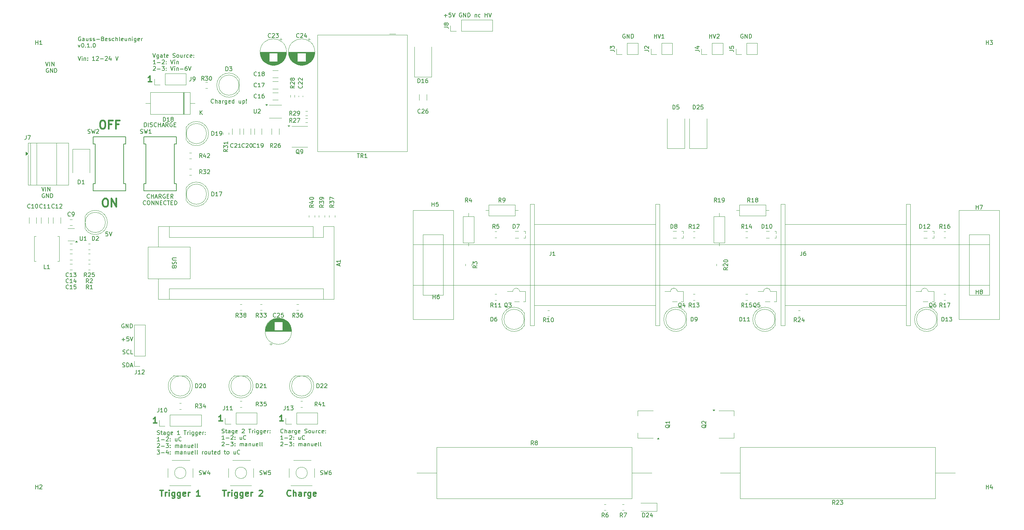
<source format=gto>
%TF.GenerationSoftware,KiCad,Pcbnew,9.0.3*%
%TF.CreationDate,2025-11-21T22:03:05+01:00*%
%TF.ProjectId,Gaus-Beschleuniger,47617573-2d42-4657-9363-686c65756e69,v1.0.0*%
%TF.SameCoordinates,Original*%
%TF.FileFunction,Legend,Top*%
%TF.FilePolarity,Positive*%
%FSLAX46Y46*%
G04 Gerber Fmt 4.6, Leading zero omitted, Abs format (unit mm)*
G04 Created by KiCad (PCBNEW 9.0.3) date 2025-11-21 22:03:05*
%MOMM*%
%LPD*%
G01*
G04 APERTURE LIST*
%ADD10C,0.100000*%
%ADD11C,0.200000*%
%ADD12C,0.300000*%
%ADD13C,0.400000*%
%ADD14C,0.150000*%
%ADD15C,0.120000*%
%ADD16C,0.160000*%
G04 APERTURE END LIST*
D10*
X285000000Y-142500000D02*
X290000000Y-142500000D01*
X290000000Y-157500000D01*
X285000000Y-157500000D01*
X285000000Y-142500000D01*
X150000000Y-142500000D02*
X155000000Y-142500000D01*
X155000000Y-157500000D01*
X150000000Y-157500000D01*
X150000000Y-142500000D01*
X238500000Y-135000000D02*
X239500000Y-135000000D01*
X239500000Y-165000000D01*
X238500000Y-165000000D01*
X238500000Y-135000000D01*
X269500000Y-135000000D02*
X270500000Y-135000000D01*
X270500000Y-165000000D01*
X269500000Y-165000000D01*
X269500000Y-135000000D01*
X147500000Y-136500000D02*
X157500000Y-136500000D01*
X157500000Y-163500000D01*
X147500000Y-163500000D01*
X147500000Y-136500000D01*
X147500000Y-145000000D02*
X290000000Y-145000000D01*
X290000000Y-155000000D01*
X147500000Y-155000000D01*
X147500000Y-145000000D01*
X177500000Y-140000000D02*
X207500000Y-140000000D01*
X207500000Y-160000000D01*
X177500000Y-160000000D01*
X177500000Y-140000000D01*
X282500000Y-136500000D02*
X292500000Y-136500000D01*
X292500000Y-163500000D01*
X282500000Y-163500000D01*
X282500000Y-136500000D01*
X207500000Y-135000000D02*
X208500000Y-135000000D01*
X208500000Y-165000000D01*
X207500000Y-165000000D01*
X207500000Y-135000000D01*
X239500000Y-140000000D02*
X269500000Y-140000000D01*
X269500000Y-160000000D01*
X239500000Y-160000000D01*
X239500000Y-140000000D01*
X176500000Y-135000000D02*
X177500000Y-135000000D01*
X177500000Y-165000000D01*
X176500000Y-165000000D01*
X176500000Y-135000000D01*
D11*
X199952381Y-92914838D02*
X199857143Y-92867219D01*
X199857143Y-92867219D02*
X199714286Y-92867219D01*
X199714286Y-92867219D02*
X199571429Y-92914838D01*
X199571429Y-92914838D02*
X199476191Y-93010076D01*
X199476191Y-93010076D02*
X199428572Y-93105314D01*
X199428572Y-93105314D02*
X199380953Y-93295790D01*
X199380953Y-93295790D02*
X199380953Y-93438647D01*
X199380953Y-93438647D02*
X199428572Y-93629123D01*
X199428572Y-93629123D02*
X199476191Y-93724361D01*
X199476191Y-93724361D02*
X199571429Y-93819600D01*
X199571429Y-93819600D02*
X199714286Y-93867219D01*
X199714286Y-93867219D02*
X199809524Y-93867219D01*
X199809524Y-93867219D02*
X199952381Y-93819600D01*
X199952381Y-93819600D02*
X200000000Y-93771980D01*
X200000000Y-93771980D02*
X200000000Y-93438647D01*
X200000000Y-93438647D02*
X199809524Y-93438647D01*
X200428572Y-93867219D02*
X200428572Y-92867219D01*
X200428572Y-92867219D02*
X201000000Y-93867219D01*
X201000000Y-93867219D02*
X201000000Y-92867219D01*
X201476191Y-93867219D02*
X201476191Y-92867219D01*
X201476191Y-92867219D02*
X201714286Y-92867219D01*
X201714286Y-92867219D02*
X201857143Y-92914838D01*
X201857143Y-92914838D02*
X201952381Y-93010076D01*
X201952381Y-93010076D02*
X202000000Y-93105314D01*
X202000000Y-93105314D02*
X202047619Y-93295790D01*
X202047619Y-93295790D02*
X202047619Y-93438647D01*
X202047619Y-93438647D02*
X202000000Y-93629123D01*
X202000000Y-93629123D02*
X201952381Y-93724361D01*
X201952381Y-93724361D02*
X201857143Y-93819600D01*
X201857143Y-93819600D02*
X201714286Y-93867219D01*
X201714286Y-93867219D02*
X201476191Y-93867219D01*
X207190476Y-93867219D02*
X207190476Y-92867219D01*
X207190476Y-93343409D02*
X207761904Y-93343409D01*
X207761904Y-93867219D02*
X207761904Y-92867219D01*
X208095238Y-92867219D02*
X208428571Y-93867219D01*
X208428571Y-93867219D02*
X208761904Y-92867219D01*
X209619047Y-93867219D02*
X209047619Y-93867219D01*
X209333333Y-93867219D02*
X209333333Y-92867219D01*
X209333333Y-92867219D02*
X209238095Y-93010076D01*
X209238095Y-93010076D02*
X209142857Y-93105314D01*
X209142857Y-93105314D02*
X209047619Y-93152933D01*
X56726816Y-99757275D02*
X57060149Y-100757275D01*
X57060149Y-100757275D02*
X57393482Y-99757275D01*
X57726816Y-100757275D02*
X57726816Y-99757275D01*
X58203006Y-100757275D02*
X58203006Y-99757275D01*
X58203006Y-99757275D02*
X58774434Y-100757275D01*
X58774434Y-100757275D02*
X58774434Y-99757275D01*
X57393482Y-101414838D02*
X57298244Y-101367219D01*
X57298244Y-101367219D02*
X57155387Y-101367219D01*
X57155387Y-101367219D02*
X57012530Y-101414838D01*
X57012530Y-101414838D02*
X56917292Y-101510076D01*
X56917292Y-101510076D02*
X56869673Y-101605314D01*
X56869673Y-101605314D02*
X56822054Y-101795790D01*
X56822054Y-101795790D02*
X56822054Y-101938647D01*
X56822054Y-101938647D02*
X56869673Y-102129123D01*
X56869673Y-102129123D02*
X56917292Y-102224361D01*
X56917292Y-102224361D02*
X57012530Y-102319600D01*
X57012530Y-102319600D02*
X57155387Y-102367219D01*
X57155387Y-102367219D02*
X57250625Y-102367219D01*
X57250625Y-102367219D02*
X57393482Y-102319600D01*
X57393482Y-102319600D02*
X57441101Y-102271980D01*
X57441101Y-102271980D02*
X57441101Y-101938647D01*
X57441101Y-101938647D02*
X57250625Y-101938647D01*
X57869673Y-102367219D02*
X57869673Y-101367219D01*
X57869673Y-101367219D02*
X58441101Y-102367219D01*
X58441101Y-102367219D02*
X58441101Y-101367219D01*
X58917292Y-102367219D02*
X58917292Y-101367219D01*
X58917292Y-101367219D02*
X59155387Y-101367219D01*
X59155387Y-101367219D02*
X59298244Y-101414838D01*
X59298244Y-101414838D02*
X59393482Y-101510076D01*
X59393482Y-101510076D02*
X59441101Y-101605314D01*
X59441101Y-101605314D02*
X59488720Y-101795790D01*
X59488720Y-101795790D02*
X59488720Y-101938647D01*
X59488720Y-101938647D02*
X59441101Y-102129123D01*
X59441101Y-102129123D02*
X59393482Y-102224361D01*
X59393482Y-102224361D02*
X59298244Y-102319600D01*
X59298244Y-102319600D02*
X59155387Y-102367219D01*
X59155387Y-102367219D02*
X58917292Y-102367219D01*
D12*
X117321428Y-207157971D02*
X117250000Y-207229400D01*
X117250000Y-207229400D02*
X117035714Y-207300828D01*
X117035714Y-207300828D02*
X116892857Y-207300828D01*
X116892857Y-207300828D02*
X116678571Y-207229400D01*
X116678571Y-207229400D02*
X116535714Y-207086542D01*
X116535714Y-207086542D02*
X116464285Y-206943685D01*
X116464285Y-206943685D02*
X116392857Y-206657971D01*
X116392857Y-206657971D02*
X116392857Y-206443685D01*
X116392857Y-206443685D02*
X116464285Y-206157971D01*
X116464285Y-206157971D02*
X116535714Y-206015114D01*
X116535714Y-206015114D02*
X116678571Y-205872257D01*
X116678571Y-205872257D02*
X116892857Y-205800828D01*
X116892857Y-205800828D02*
X117035714Y-205800828D01*
X117035714Y-205800828D02*
X117250000Y-205872257D01*
X117250000Y-205872257D02*
X117321428Y-205943685D01*
X117964285Y-207300828D02*
X117964285Y-205800828D01*
X118607143Y-207300828D02*
X118607143Y-206515114D01*
X118607143Y-206515114D02*
X118535714Y-206372257D01*
X118535714Y-206372257D02*
X118392857Y-206300828D01*
X118392857Y-206300828D02*
X118178571Y-206300828D01*
X118178571Y-206300828D02*
X118035714Y-206372257D01*
X118035714Y-206372257D02*
X117964285Y-206443685D01*
X119964286Y-207300828D02*
X119964286Y-206515114D01*
X119964286Y-206515114D02*
X119892857Y-206372257D01*
X119892857Y-206372257D02*
X119750000Y-206300828D01*
X119750000Y-206300828D02*
X119464286Y-206300828D01*
X119464286Y-206300828D02*
X119321428Y-206372257D01*
X119964286Y-207229400D02*
X119821428Y-207300828D01*
X119821428Y-207300828D02*
X119464286Y-207300828D01*
X119464286Y-207300828D02*
X119321428Y-207229400D01*
X119321428Y-207229400D02*
X119250000Y-207086542D01*
X119250000Y-207086542D02*
X119250000Y-206943685D01*
X119250000Y-206943685D02*
X119321428Y-206800828D01*
X119321428Y-206800828D02*
X119464286Y-206729400D01*
X119464286Y-206729400D02*
X119821428Y-206729400D01*
X119821428Y-206729400D02*
X119964286Y-206657971D01*
X120678571Y-207300828D02*
X120678571Y-206300828D01*
X120678571Y-206586542D02*
X120750000Y-206443685D01*
X120750000Y-206443685D02*
X120821429Y-206372257D01*
X120821429Y-206372257D02*
X120964286Y-206300828D01*
X120964286Y-206300828D02*
X121107143Y-206300828D01*
X122250000Y-206300828D02*
X122250000Y-207515114D01*
X122250000Y-207515114D02*
X122178571Y-207657971D01*
X122178571Y-207657971D02*
X122107142Y-207729400D01*
X122107142Y-207729400D02*
X121964285Y-207800828D01*
X121964285Y-207800828D02*
X121750000Y-207800828D01*
X121750000Y-207800828D02*
X121607142Y-207729400D01*
X122250000Y-207229400D02*
X122107142Y-207300828D01*
X122107142Y-207300828D02*
X121821428Y-207300828D01*
X121821428Y-207300828D02*
X121678571Y-207229400D01*
X121678571Y-207229400D02*
X121607142Y-207157971D01*
X121607142Y-207157971D02*
X121535714Y-207015114D01*
X121535714Y-207015114D02*
X121535714Y-206586542D01*
X121535714Y-206586542D02*
X121607142Y-206443685D01*
X121607142Y-206443685D02*
X121678571Y-206372257D01*
X121678571Y-206372257D02*
X121821428Y-206300828D01*
X121821428Y-206300828D02*
X122107142Y-206300828D01*
X122107142Y-206300828D02*
X122250000Y-206372257D01*
X123535714Y-207229400D02*
X123392857Y-207300828D01*
X123392857Y-207300828D02*
X123107143Y-207300828D01*
X123107143Y-207300828D02*
X122964285Y-207229400D01*
X122964285Y-207229400D02*
X122892857Y-207086542D01*
X122892857Y-207086542D02*
X122892857Y-206515114D01*
X122892857Y-206515114D02*
X122964285Y-206372257D01*
X122964285Y-206372257D02*
X123107143Y-206300828D01*
X123107143Y-206300828D02*
X123392857Y-206300828D01*
X123392857Y-206300828D02*
X123535714Y-206372257D01*
X123535714Y-206372257D02*
X123607143Y-206515114D01*
X123607143Y-206515114D02*
X123607143Y-206657971D01*
X123607143Y-206657971D02*
X122892857Y-206800828D01*
D11*
X100322054Y-191599712D02*
X100464911Y-191647331D01*
X100464911Y-191647331D02*
X100703006Y-191647331D01*
X100703006Y-191647331D02*
X100798244Y-191599712D01*
X100798244Y-191599712D02*
X100845863Y-191552092D01*
X100845863Y-191552092D02*
X100893482Y-191456854D01*
X100893482Y-191456854D02*
X100893482Y-191361616D01*
X100893482Y-191361616D02*
X100845863Y-191266378D01*
X100845863Y-191266378D02*
X100798244Y-191218759D01*
X100798244Y-191218759D02*
X100703006Y-191171140D01*
X100703006Y-191171140D02*
X100512530Y-191123521D01*
X100512530Y-191123521D02*
X100417292Y-191075902D01*
X100417292Y-191075902D02*
X100369673Y-191028283D01*
X100369673Y-191028283D02*
X100322054Y-190933045D01*
X100322054Y-190933045D02*
X100322054Y-190837807D01*
X100322054Y-190837807D02*
X100369673Y-190742569D01*
X100369673Y-190742569D02*
X100417292Y-190694950D01*
X100417292Y-190694950D02*
X100512530Y-190647331D01*
X100512530Y-190647331D02*
X100750625Y-190647331D01*
X100750625Y-190647331D02*
X100893482Y-190694950D01*
X101179197Y-190980664D02*
X101560149Y-190980664D01*
X101322054Y-190647331D02*
X101322054Y-191504473D01*
X101322054Y-191504473D02*
X101369673Y-191599712D01*
X101369673Y-191599712D02*
X101464911Y-191647331D01*
X101464911Y-191647331D02*
X101560149Y-191647331D01*
X102322054Y-191647331D02*
X102322054Y-191123521D01*
X102322054Y-191123521D02*
X102274435Y-191028283D01*
X102274435Y-191028283D02*
X102179197Y-190980664D01*
X102179197Y-190980664D02*
X101988721Y-190980664D01*
X101988721Y-190980664D02*
X101893483Y-191028283D01*
X102322054Y-191599712D02*
X102226816Y-191647331D01*
X102226816Y-191647331D02*
X101988721Y-191647331D01*
X101988721Y-191647331D02*
X101893483Y-191599712D01*
X101893483Y-191599712D02*
X101845864Y-191504473D01*
X101845864Y-191504473D02*
X101845864Y-191409235D01*
X101845864Y-191409235D02*
X101893483Y-191313997D01*
X101893483Y-191313997D02*
X101988721Y-191266378D01*
X101988721Y-191266378D02*
X102226816Y-191266378D01*
X102226816Y-191266378D02*
X102322054Y-191218759D01*
X103226816Y-190980664D02*
X103226816Y-191790188D01*
X103226816Y-191790188D02*
X103179197Y-191885426D01*
X103179197Y-191885426D02*
X103131578Y-191933045D01*
X103131578Y-191933045D02*
X103036340Y-191980664D01*
X103036340Y-191980664D02*
X102893483Y-191980664D01*
X102893483Y-191980664D02*
X102798245Y-191933045D01*
X103226816Y-191599712D02*
X103131578Y-191647331D01*
X103131578Y-191647331D02*
X102941102Y-191647331D01*
X102941102Y-191647331D02*
X102845864Y-191599712D01*
X102845864Y-191599712D02*
X102798245Y-191552092D01*
X102798245Y-191552092D02*
X102750626Y-191456854D01*
X102750626Y-191456854D02*
X102750626Y-191171140D01*
X102750626Y-191171140D02*
X102798245Y-191075902D01*
X102798245Y-191075902D02*
X102845864Y-191028283D01*
X102845864Y-191028283D02*
X102941102Y-190980664D01*
X102941102Y-190980664D02*
X103131578Y-190980664D01*
X103131578Y-190980664D02*
X103226816Y-191028283D01*
X104083959Y-191599712D02*
X103988721Y-191647331D01*
X103988721Y-191647331D02*
X103798245Y-191647331D01*
X103798245Y-191647331D02*
X103703007Y-191599712D01*
X103703007Y-191599712D02*
X103655388Y-191504473D01*
X103655388Y-191504473D02*
X103655388Y-191123521D01*
X103655388Y-191123521D02*
X103703007Y-191028283D01*
X103703007Y-191028283D02*
X103798245Y-190980664D01*
X103798245Y-190980664D02*
X103988721Y-190980664D01*
X103988721Y-190980664D02*
X104083959Y-191028283D01*
X104083959Y-191028283D02*
X104131578Y-191123521D01*
X104131578Y-191123521D02*
X104131578Y-191218759D01*
X104131578Y-191218759D02*
X103655388Y-191313997D01*
X105274436Y-190742569D02*
X105322055Y-190694950D01*
X105322055Y-190694950D02*
X105417293Y-190647331D01*
X105417293Y-190647331D02*
X105655388Y-190647331D01*
X105655388Y-190647331D02*
X105750626Y-190694950D01*
X105750626Y-190694950D02*
X105798245Y-190742569D01*
X105798245Y-190742569D02*
X105845864Y-190837807D01*
X105845864Y-190837807D02*
X105845864Y-190933045D01*
X105845864Y-190933045D02*
X105798245Y-191075902D01*
X105798245Y-191075902D02*
X105226817Y-191647331D01*
X105226817Y-191647331D02*
X105845864Y-191647331D01*
X106893484Y-190647331D02*
X107464912Y-190647331D01*
X107179198Y-191647331D02*
X107179198Y-190647331D01*
X107798246Y-191647331D02*
X107798246Y-190980664D01*
X107798246Y-191171140D02*
X107845865Y-191075902D01*
X107845865Y-191075902D02*
X107893484Y-191028283D01*
X107893484Y-191028283D02*
X107988722Y-190980664D01*
X107988722Y-190980664D02*
X108083960Y-190980664D01*
X108417294Y-191647331D02*
X108417294Y-190980664D01*
X108417294Y-190647331D02*
X108369675Y-190694950D01*
X108369675Y-190694950D02*
X108417294Y-190742569D01*
X108417294Y-190742569D02*
X108464913Y-190694950D01*
X108464913Y-190694950D02*
X108417294Y-190647331D01*
X108417294Y-190647331D02*
X108417294Y-190742569D01*
X109322055Y-190980664D02*
X109322055Y-191790188D01*
X109322055Y-191790188D02*
X109274436Y-191885426D01*
X109274436Y-191885426D02*
X109226817Y-191933045D01*
X109226817Y-191933045D02*
X109131579Y-191980664D01*
X109131579Y-191980664D02*
X108988722Y-191980664D01*
X108988722Y-191980664D02*
X108893484Y-191933045D01*
X109322055Y-191599712D02*
X109226817Y-191647331D01*
X109226817Y-191647331D02*
X109036341Y-191647331D01*
X109036341Y-191647331D02*
X108941103Y-191599712D01*
X108941103Y-191599712D02*
X108893484Y-191552092D01*
X108893484Y-191552092D02*
X108845865Y-191456854D01*
X108845865Y-191456854D02*
X108845865Y-191171140D01*
X108845865Y-191171140D02*
X108893484Y-191075902D01*
X108893484Y-191075902D02*
X108941103Y-191028283D01*
X108941103Y-191028283D02*
X109036341Y-190980664D01*
X109036341Y-190980664D02*
X109226817Y-190980664D01*
X109226817Y-190980664D02*
X109322055Y-191028283D01*
X110226817Y-190980664D02*
X110226817Y-191790188D01*
X110226817Y-191790188D02*
X110179198Y-191885426D01*
X110179198Y-191885426D02*
X110131579Y-191933045D01*
X110131579Y-191933045D02*
X110036341Y-191980664D01*
X110036341Y-191980664D02*
X109893484Y-191980664D01*
X109893484Y-191980664D02*
X109798246Y-191933045D01*
X110226817Y-191599712D02*
X110131579Y-191647331D01*
X110131579Y-191647331D02*
X109941103Y-191647331D01*
X109941103Y-191647331D02*
X109845865Y-191599712D01*
X109845865Y-191599712D02*
X109798246Y-191552092D01*
X109798246Y-191552092D02*
X109750627Y-191456854D01*
X109750627Y-191456854D02*
X109750627Y-191171140D01*
X109750627Y-191171140D02*
X109798246Y-191075902D01*
X109798246Y-191075902D02*
X109845865Y-191028283D01*
X109845865Y-191028283D02*
X109941103Y-190980664D01*
X109941103Y-190980664D02*
X110131579Y-190980664D01*
X110131579Y-190980664D02*
X110226817Y-191028283D01*
X111083960Y-191599712D02*
X110988722Y-191647331D01*
X110988722Y-191647331D02*
X110798246Y-191647331D01*
X110798246Y-191647331D02*
X110703008Y-191599712D01*
X110703008Y-191599712D02*
X110655389Y-191504473D01*
X110655389Y-191504473D02*
X110655389Y-191123521D01*
X110655389Y-191123521D02*
X110703008Y-191028283D01*
X110703008Y-191028283D02*
X110798246Y-190980664D01*
X110798246Y-190980664D02*
X110988722Y-190980664D01*
X110988722Y-190980664D02*
X111083960Y-191028283D01*
X111083960Y-191028283D02*
X111131579Y-191123521D01*
X111131579Y-191123521D02*
X111131579Y-191218759D01*
X111131579Y-191218759D02*
X110655389Y-191313997D01*
X111560151Y-191647331D02*
X111560151Y-190980664D01*
X111560151Y-191171140D02*
X111607770Y-191075902D01*
X111607770Y-191075902D02*
X111655389Y-191028283D01*
X111655389Y-191028283D02*
X111750627Y-190980664D01*
X111750627Y-190980664D02*
X111845865Y-190980664D01*
X112179199Y-191552092D02*
X112226818Y-191599712D01*
X112226818Y-191599712D02*
X112179199Y-191647331D01*
X112179199Y-191647331D02*
X112131580Y-191599712D01*
X112131580Y-191599712D02*
X112179199Y-191552092D01*
X112179199Y-191552092D02*
X112179199Y-191647331D01*
X112179199Y-191028283D02*
X112226818Y-191075902D01*
X112226818Y-191075902D02*
X112179199Y-191123521D01*
X112179199Y-191123521D02*
X112131580Y-191075902D01*
X112131580Y-191075902D02*
X112179199Y-191028283D01*
X112179199Y-191028283D02*
X112179199Y-191123521D01*
X100893482Y-193257275D02*
X100322054Y-193257275D01*
X100607768Y-193257275D02*
X100607768Y-192257275D01*
X100607768Y-192257275D02*
X100512530Y-192400132D01*
X100512530Y-192400132D02*
X100417292Y-192495370D01*
X100417292Y-192495370D02*
X100322054Y-192542989D01*
X101322054Y-192876322D02*
X102083959Y-192876322D01*
X102512530Y-192352513D02*
X102560149Y-192304894D01*
X102560149Y-192304894D02*
X102655387Y-192257275D01*
X102655387Y-192257275D02*
X102893482Y-192257275D01*
X102893482Y-192257275D02*
X102988720Y-192304894D01*
X102988720Y-192304894D02*
X103036339Y-192352513D01*
X103036339Y-192352513D02*
X103083958Y-192447751D01*
X103083958Y-192447751D02*
X103083958Y-192542989D01*
X103083958Y-192542989D02*
X103036339Y-192685846D01*
X103036339Y-192685846D02*
X102464911Y-193257275D01*
X102464911Y-193257275D02*
X103083958Y-193257275D01*
X103512530Y-193162036D02*
X103560149Y-193209656D01*
X103560149Y-193209656D02*
X103512530Y-193257275D01*
X103512530Y-193257275D02*
X103464911Y-193209656D01*
X103464911Y-193209656D02*
X103512530Y-193162036D01*
X103512530Y-193162036D02*
X103512530Y-193257275D01*
X103512530Y-192638227D02*
X103560149Y-192685846D01*
X103560149Y-192685846D02*
X103512530Y-192733465D01*
X103512530Y-192733465D02*
X103464911Y-192685846D01*
X103464911Y-192685846D02*
X103512530Y-192638227D01*
X103512530Y-192638227D02*
X103512530Y-192733465D01*
X105179196Y-192590608D02*
X105179196Y-193257275D01*
X104750625Y-192590608D02*
X104750625Y-193114417D01*
X104750625Y-193114417D02*
X104798244Y-193209656D01*
X104798244Y-193209656D02*
X104893482Y-193257275D01*
X104893482Y-193257275D02*
X105036339Y-193257275D01*
X105036339Y-193257275D02*
X105131577Y-193209656D01*
X105131577Y-193209656D02*
X105179196Y-193162036D01*
X106226815Y-193162036D02*
X106179196Y-193209656D01*
X106179196Y-193209656D02*
X106036339Y-193257275D01*
X106036339Y-193257275D02*
X105941101Y-193257275D01*
X105941101Y-193257275D02*
X105798244Y-193209656D01*
X105798244Y-193209656D02*
X105703006Y-193114417D01*
X105703006Y-193114417D02*
X105655387Y-193019179D01*
X105655387Y-193019179D02*
X105607768Y-192828703D01*
X105607768Y-192828703D02*
X105607768Y-192685846D01*
X105607768Y-192685846D02*
X105655387Y-192495370D01*
X105655387Y-192495370D02*
X105703006Y-192400132D01*
X105703006Y-192400132D02*
X105798244Y-192304894D01*
X105798244Y-192304894D02*
X105941101Y-192257275D01*
X105941101Y-192257275D02*
X106036339Y-192257275D01*
X106036339Y-192257275D02*
X106179196Y-192304894D01*
X106179196Y-192304894D02*
X106226815Y-192352513D01*
X100322054Y-193962457D02*
X100369673Y-193914838D01*
X100369673Y-193914838D02*
X100464911Y-193867219D01*
X100464911Y-193867219D02*
X100703006Y-193867219D01*
X100703006Y-193867219D02*
X100798244Y-193914838D01*
X100798244Y-193914838D02*
X100845863Y-193962457D01*
X100845863Y-193962457D02*
X100893482Y-194057695D01*
X100893482Y-194057695D02*
X100893482Y-194152933D01*
X100893482Y-194152933D02*
X100845863Y-194295790D01*
X100845863Y-194295790D02*
X100274435Y-194867219D01*
X100274435Y-194867219D02*
X100893482Y-194867219D01*
X101322054Y-194486266D02*
X102083959Y-194486266D01*
X102464911Y-193867219D02*
X103083958Y-193867219D01*
X103083958Y-193867219D02*
X102750625Y-194248171D01*
X102750625Y-194248171D02*
X102893482Y-194248171D01*
X102893482Y-194248171D02*
X102988720Y-194295790D01*
X102988720Y-194295790D02*
X103036339Y-194343409D01*
X103036339Y-194343409D02*
X103083958Y-194438647D01*
X103083958Y-194438647D02*
X103083958Y-194676742D01*
X103083958Y-194676742D02*
X103036339Y-194771980D01*
X103036339Y-194771980D02*
X102988720Y-194819600D01*
X102988720Y-194819600D02*
X102893482Y-194867219D01*
X102893482Y-194867219D02*
X102607768Y-194867219D01*
X102607768Y-194867219D02*
X102512530Y-194819600D01*
X102512530Y-194819600D02*
X102464911Y-194771980D01*
X103512530Y-194771980D02*
X103560149Y-194819600D01*
X103560149Y-194819600D02*
X103512530Y-194867219D01*
X103512530Y-194867219D02*
X103464911Y-194819600D01*
X103464911Y-194819600D02*
X103512530Y-194771980D01*
X103512530Y-194771980D02*
X103512530Y-194867219D01*
X103512530Y-194248171D02*
X103560149Y-194295790D01*
X103560149Y-194295790D02*
X103512530Y-194343409D01*
X103512530Y-194343409D02*
X103464911Y-194295790D01*
X103464911Y-194295790D02*
X103512530Y-194248171D01*
X103512530Y-194248171D02*
X103512530Y-194343409D01*
X104750625Y-194867219D02*
X104750625Y-194200552D01*
X104750625Y-194295790D02*
X104798244Y-194248171D01*
X104798244Y-194248171D02*
X104893482Y-194200552D01*
X104893482Y-194200552D02*
X105036339Y-194200552D01*
X105036339Y-194200552D02*
X105131577Y-194248171D01*
X105131577Y-194248171D02*
X105179196Y-194343409D01*
X105179196Y-194343409D02*
X105179196Y-194867219D01*
X105179196Y-194343409D02*
X105226815Y-194248171D01*
X105226815Y-194248171D02*
X105322053Y-194200552D01*
X105322053Y-194200552D02*
X105464910Y-194200552D01*
X105464910Y-194200552D02*
X105560149Y-194248171D01*
X105560149Y-194248171D02*
X105607768Y-194343409D01*
X105607768Y-194343409D02*
X105607768Y-194867219D01*
X106512529Y-194867219D02*
X106512529Y-194343409D01*
X106512529Y-194343409D02*
X106464910Y-194248171D01*
X106464910Y-194248171D02*
X106369672Y-194200552D01*
X106369672Y-194200552D02*
X106179196Y-194200552D01*
X106179196Y-194200552D02*
X106083958Y-194248171D01*
X106512529Y-194819600D02*
X106417291Y-194867219D01*
X106417291Y-194867219D02*
X106179196Y-194867219D01*
X106179196Y-194867219D02*
X106083958Y-194819600D01*
X106083958Y-194819600D02*
X106036339Y-194724361D01*
X106036339Y-194724361D02*
X106036339Y-194629123D01*
X106036339Y-194629123D02*
X106083958Y-194533885D01*
X106083958Y-194533885D02*
X106179196Y-194486266D01*
X106179196Y-194486266D02*
X106417291Y-194486266D01*
X106417291Y-194486266D02*
X106512529Y-194438647D01*
X106988720Y-194200552D02*
X106988720Y-194867219D01*
X106988720Y-194295790D02*
X107036339Y-194248171D01*
X107036339Y-194248171D02*
X107131577Y-194200552D01*
X107131577Y-194200552D02*
X107274434Y-194200552D01*
X107274434Y-194200552D02*
X107369672Y-194248171D01*
X107369672Y-194248171D02*
X107417291Y-194343409D01*
X107417291Y-194343409D02*
X107417291Y-194867219D01*
X108322053Y-194200552D02*
X108322053Y-194867219D01*
X107893482Y-194200552D02*
X107893482Y-194724361D01*
X107893482Y-194724361D02*
X107941101Y-194819600D01*
X107941101Y-194819600D02*
X108036339Y-194867219D01*
X108036339Y-194867219D02*
X108179196Y-194867219D01*
X108179196Y-194867219D02*
X108274434Y-194819600D01*
X108274434Y-194819600D02*
X108322053Y-194771980D01*
X109179196Y-194819600D02*
X109083958Y-194867219D01*
X109083958Y-194867219D02*
X108893482Y-194867219D01*
X108893482Y-194867219D02*
X108798244Y-194819600D01*
X108798244Y-194819600D02*
X108750625Y-194724361D01*
X108750625Y-194724361D02*
X108750625Y-194343409D01*
X108750625Y-194343409D02*
X108798244Y-194248171D01*
X108798244Y-194248171D02*
X108893482Y-194200552D01*
X108893482Y-194200552D02*
X109083958Y-194200552D01*
X109083958Y-194200552D02*
X109179196Y-194248171D01*
X109179196Y-194248171D02*
X109226815Y-194343409D01*
X109226815Y-194343409D02*
X109226815Y-194438647D01*
X109226815Y-194438647D02*
X108750625Y-194533885D01*
X109798244Y-194867219D02*
X109703006Y-194819600D01*
X109703006Y-194819600D02*
X109655387Y-194724361D01*
X109655387Y-194724361D02*
X109655387Y-193867219D01*
X110322054Y-194867219D02*
X110226816Y-194819600D01*
X110226816Y-194819600D02*
X110179197Y-194724361D01*
X110179197Y-194724361D02*
X110179197Y-193867219D01*
D13*
X70595237Y-114244774D02*
X70976190Y-114244774D01*
X70976190Y-114244774D02*
X71166666Y-114340012D01*
X71166666Y-114340012D02*
X71357142Y-114530488D01*
X71357142Y-114530488D02*
X71452380Y-114911440D01*
X71452380Y-114911440D02*
X71452380Y-115578107D01*
X71452380Y-115578107D02*
X71357142Y-115959059D01*
X71357142Y-115959059D02*
X71166666Y-116149536D01*
X71166666Y-116149536D02*
X70976190Y-116244774D01*
X70976190Y-116244774D02*
X70595237Y-116244774D01*
X70595237Y-116244774D02*
X70404761Y-116149536D01*
X70404761Y-116149536D02*
X70214285Y-115959059D01*
X70214285Y-115959059D02*
X70119047Y-115578107D01*
X70119047Y-115578107D02*
X70119047Y-114911440D01*
X70119047Y-114911440D02*
X70214285Y-114530488D01*
X70214285Y-114530488D02*
X70404761Y-114340012D01*
X70404761Y-114340012D02*
X70595237Y-114244774D01*
X72976190Y-115197155D02*
X72309523Y-115197155D01*
X72309523Y-116244774D02*
X72309523Y-114244774D01*
X72309523Y-114244774D02*
X73261904Y-114244774D01*
X74690476Y-115197155D02*
X74023809Y-115197155D01*
X74023809Y-116244774D02*
X74023809Y-114244774D01*
X74023809Y-114244774D02*
X74976190Y-114244774D01*
X71261904Y-133564102D02*
X71642857Y-133564102D01*
X71642857Y-133564102D02*
X71833333Y-133659340D01*
X71833333Y-133659340D02*
X72023809Y-133849816D01*
X72023809Y-133849816D02*
X72119047Y-134230768D01*
X72119047Y-134230768D02*
X72119047Y-134897435D01*
X72119047Y-134897435D02*
X72023809Y-135278387D01*
X72023809Y-135278387D02*
X71833333Y-135468864D01*
X71833333Y-135468864D02*
X71642857Y-135564102D01*
X71642857Y-135564102D02*
X71261904Y-135564102D01*
X71261904Y-135564102D02*
X71071428Y-135468864D01*
X71071428Y-135468864D02*
X70880952Y-135278387D01*
X70880952Y-135278387D02*
X70785714Y-134897435D01*
X70785714Y-134897435D02*
X70785714Y-134230768D01*
X70785714Y-134230768D02*
X70880952Y-133849816D01*
X70880952Y-133849816D02*
X71071428Y-133659340D01*
X71071428Y-133659340D02*
X71261904Y-133564102D01*
X72976190Y-135564102D02*
X72976190Y-133564102D01*
X72976190Y-133564102D02*
X74119047Y-135564102D01*
X74119047Y-135564102D02*
X74119047Y-133564102D01*
D12*
X100500001Y-205800828D02*
X101357144Y-205800828D01*
X100928572Y-207300828D02*
X100928572Y-205800828D01*
X101857143Y-207300828D02*
X101857143Y-206300828D01*
X101857143Y-206586542D02*
X101928572Y-206443685D01*
X101928572Y-206443685D02*
X102000001Y-206372257D01*
X102000001Y-206372257D02*
X102142858Y-206300828D01*
X102142858Y-206300828D02*
X102285715Y-206300828D01*
X102785714Y-207300828D02*
X102785714Y-206300828D01*
X102785714Y-205800828D02*
X102714286Y-205872257D01*
X102714286Y-205872257D02*
X102785714Y-205943685D01*
X102785714Y-205943685D02*
X102857143Y-205872257D01*
X102857143Y-205872257D02*
X102785714Y-205800828D01*
X102785714Y-205800828D02*
X102785714Y-205943685D01*
X104142858Y-206300828D02*
X104142858Y-207515114D01*
X104142858Y-207515114D02*
X104071429Y-207657971D01*
X104071429Y-207657971D02*
X104000000Y-207729400D01*
X104000000Y-207729400D02*
X103857143Y-207800828D01*
X103857143Y-207800828D02*
X103642858Y-207800828D01*
X103642858Y-207800828D02*
X103500000Y-207729400D01*
X104142858Y-207229400D02*
X104000000Y-207300828D01*
X104000000Y-207300828D02*
X103714286Y-207300828D01*
X103714286Y-207300828D02*
X103571429Y-207229400D01*
X103571429Y-207229400D02*
X103500000Y-207157971D01*
X103500000Y-207157971D02*
X103428572Y-207015114D01*
X103428572Y-207015114D02*
X103428572Y-206586542D01*
X103428572Y-206586542D02*
X103500000Y-206443685D01*
X103500000Y-206443685D02*
X103571429Y-206372257D01*
X103571429Y-206372257D02*
X103714286Y-206300828D01*
X103714286Y-206300828D02*
X104000000Y-206300828D01*
X104000000Y-206300828D02*
X104142858Y-206372257D01*
X105500001Y-206300828D02*
X105500001Y-207515114D01*
X105500001Y-207515114D02*
X105428572Y-207657971D01*
X105428572Y-207657971D02*
X105357143Y-207729400D01*
X105357143Y-207729400D02*
X105214286Y-207800828D01*
X105214286Y-207800828D02*
X105000001Y-207800828D01*
X105000001Y-207800828D02*
X104857143Y-207729400D01*
X105500001Y-207229400D02*
X105357143Y-207300828D01*
X105357143Y-207300828D02*
X105071429Y-207300828D01*
X105071429Y-207300828D02*
X104928572Y-207229400D01*
X104928572Y-207229400D02*
X104857143Y-207157971D01*
X104857143Y-207157971D02*
X104785715Y-207015114D01*
X104785715Y-207015114D02*
X104785715Y-206586542D01*
X104785715Y-206586542D02*
X104857143Y-206443685D01*
X104857143Y-206443685D02*
X104928572Y-206372257D01*
X104928572Y-206372257D02*
X105071429Y-206300828D01*
X105071429Y-206300828D02*
X105357143Y-206300828D01*
X105357143Y-206300828D02*
X105500001Y-206372257D01*
X106785715Y-207229400D02*
X106642858Y-207300828D01*
X106642858Y-207300828D02*
X106357144Y-207300828D01*
X106357144Y-207300828D02*
X106214286Y-207229400D01*
X106214286Y-207229400D02*
X106142858Y-207086542D01*
X106142858Y-207086542D02*
X106142858Y-206515114D01*
X106142858Y-206515114D02*
X106214286Y-206372257D01*
X106214286Y-206372257D02*
X106357144Y-206300828D01*
X106357144Y-206300828D02*
X106642858Y-206300828D01*
X106642858Y-206300828D02*
X106785715Y-206372257D01*
X106785715Y-206372257D02*
X106857144Y-206515114D01*
X106857144Y-206515114D02*
X106857144Y-206657971D01*
X106857144Y-206657971D02*
X106142858Y-206800828D01*
X107500000Y-207300828D02*
X107500000Y-206300828D01*
X107500000Y-206586542D02*
X107571429Y-206443685D01*
X107571429Y-206443685D02*
X107642858Y-206372257D01*
X107642858Y-206372257D02*
X107785715Y-206300828D01*
X107785715Y-206300828D02*
X107928572Y-206300828D01*
X109500000Y-205943685D02*
X109571428Y-205872257D01*
X109571428Y-205872257D02*
X109714286Y-205800828D01*
X109714286Y-205800828D02*
X110071428Y-205800828D01*
X110071428Y-205800828D02*
X110214286Y-205872257D01*
X110214286Y-205872257D02*
X110285714Y-205943685D01*
X110285714Y-205943685D02*
X110357143Y-206086542D01*
X110357143Y-206086542D02*
X110357143Y-206229400D01*
X110357143Y-206229400D02*
X110285714Y-206443685D01*
X110285714Y-206443685D02*
X109428571Y-207300828D01*
X109428571Y-207300828D02*
X110357143Y-207300828D01*
D11*
X76082707Y-164670006D02*
X75987469Y-164622387D01*
X75987469Y-164622387D02*
X75844612Y-164622387D01*
X75844612Y-164622387D02*
X75701755Y-164670006D01*
X75701755Y-164670006D02*
X75606517Y-164765244D01*
X75606517Y-164765244D02*
X75558898Y-164860482D01*
X75558898Y-164860482D02*
X75511279Y-165050958D01*
X75511279Y-165050958D02*
X75511279Y-165193815D01*
X75511279Y-165193815D02*
X75558898Y-165384291D01*
X75558898Y-165384291D02*
X75606517Y-165479529D01*
X75606517Y-165479529D02*
X75701755Y-165574768D01*
X75701755Y-165574768D02*
X75844612Y-165622387D01*
X75844612Y-165622387D02*
X75939850Y-165622387D01*
X75939850Y-165622387D02*
X76082707Y-165574768D01*
X76082707Y-165574768D02*
X76130326Y-165527148D01*
X76130326Y-165527148D02*
X76130326Y-165193815D01*
X76130326Y-165193815D02*
X75939850Y-165193815D01*
X76558898Y-165622387D02*
X76558898Y-164622387D01*
X76558898Y-164622387D02*
X77130326Y-165622387D01*
X77130326Y-165622387D02*
X77130326Y-164622387D01*
X77606517Y-165622387D02*
X77606517Y-164622387D01*
X77606517Y-164622387D02*
X77844612Y-164622387D01*
X77844612Y-164622387D02*
X77987469Y-164670006D01*
X77987469Y-164670006D02*
X78082707Y-164765244D01*
X78082707Y-164765244D02*
X78130326Y-164860482D01*
X78130326Y-164860482D02*
X78177945Y-165050958D01*
X78177945Y-165050958D02*
X78177945Y-165193815D01*
X78177945Y-165193815D02*
X78130326Y-165384291D01*
X78130326Y-165384291D02*
X78082707Y-165479529D01*
X78082707Y-165479529D02*
X77987469Y-165574768D01*
X77987469Y-165574768D02*
X77844612Y-165622387D01*
X77844612Y-165622387D02*
X77606517Y-165622387D01*
X75558898Y-168461322D02*
X76320803Y-168461322D01*
X75939850Y-168842275D02*
X75939850Y-168080370D01*
X77273183Y-167842275D02*
X76796993Y-167842275D01*
X76796993Y-167842275D02*
X76749374Y-168318465D01*
X76749374Y-168318465D02*
X76796993Y-168270846D01*
X76796993Y-168270846D02*
X76892231Y-168223227D01*
X76892231Y-168223227D02*
X77130326Y-168223227D01*
X77130326Y-168223227D02*
X77225564Y-168270846D01*
X77225564Y-168270846D02*
X77273183Y-168318465D01*
X77273183Y-168318465D02*
X77320802Y-168413703D01*
X77320802Y-168413703D02*
X77320802Y-168651798D01*
X77320802Y-168651798D02*
X77273183Y-168747036D01*
X77273183Y-168747036D02*
X77225564Y-168794656D01*
X77225564Y-168794656D02*
X77130326Y-168842275D01*
X77130326Y-168842275D02*
X76892231Y-168842275D01*
X76892231Y-168842275D02*
X76796993Y-168794656D01*
X76796993Y-168794656D02*
X76749374Y-168747036D01*
X77606517Y-167842275D02*
X77939850Y-168842275D01*
X77939850Y-168842275D02*
X78273183Y-167842275D01*
X75796993Y-172014544D02*
X75939850Y-172062163D01*
X75939850Y-172062163D02*
X76177945Y-172062163D01*
X76177945Y-172062163D02*
X76273183Y-172014544D01*
X76273183Y-172014544D02*
X76320802Y-171966924D01*
X76320802Y-171966924D02*
X76368421Y-171871686D01*
X76368421Y-171871686D02*
X76368421Y-171776448D01*
X76368421Y-171776448D02*
X76320802Y-171681210D01*
X76320802Y-171681210D02*
X76273183Y-171633591D01*
X76273183Y-171633591D02*
X76177945Y-171585972D01*
X76177945Y-171585972D02*
X75987469Y-171538353D01*
X75987469Y-171538353D02*
X75892231Y-171490734D01*
X75892231Y-171490734D02*
X75844612Y-171443115D01*
X75844612Y-171443115D02*
X75796993Y-171347877D01*
X75796993Y-171347877D02*
X75796993Y-171252639D01*
X75796993Y-171252639D02*
X75844612Y-171157401D01*
X75844612Y-171157401D02*
X75892231Y-171109782D01*
X75892231Y-171109782D02*
X75987469Y-171062163D01*
X75987469Y-171062163D02*
X76225564Y-171062163D01*
X76225564Y-171062163D02*
X76368421Y-171109782D01*
X77368421Y-171966924D02*
X77320802Y-172014544D01*
X77320802Y-172014544D02*
X77177945Y-172062163D01*
X77177945Y-172062163D02*
X77082707Y-172062163D01*
X77082707Y-172062163D02*
X76939850Y-172014544D01*
X76939850Y-172014544D02*
X76844612Y-171919305D01*
X76844612Y-171919305D02*
X76796993Y-171824067D01*
X76796993Y-171824067D02*
X76749374Y-171633591D01*
X76749374Y-171633591D02*
X76749374Y-171490734D01*
X76749374Y-171490734D02*
X76796993Y-171300258D01*
X76796993Y-171300258D02*
X76844612Y-171205020D01*
X76844612Y-171205020D02*
X76939850Y-171109782D01*
X76939850Y-171109782D02*
X77082707Y-171062163D01*
X77082707Y-171062163D02*
X77177945Y-171062163D01*
X77177945Y-171062163D02*
X77320802Y-171109782D01*
X77320802Y-171109782D02*
X77368421Y-171157401D01*
X78273183Y-172062163D02*
X77796993Y-172062163D01*
X77796993Y-172062163D02*
X77796993Y-171062163D01*
X75749374Y-175234432D02*
X75892231Y-175282051D01*
X75892231Y-175282051D02*
X76130326Y-175282051D01*
X76130326Y-175282051D02*
X76225564Y-175234432D01*
X76225564Y-175234432D02*
X76273183Y-175186812D01*
X76273183Y-175186812D02*
X76320802Y-175091574D01*
X76320802Y-175091574D02*
X76320802Y-174996336D01*
X76320802Y-174996336D02*
X76273183Y-174901098D01*
X76273183Y-174901098D02*
X76225564Y-174853479D01*
X76225564Y-174853479D02*
X76130326Y-174805860D01*
X76130326Y-174805860D02*
X75939850Y-174758241D01*
X75939850Y-174758241D02*
X75844612Y-174710622D01*
X75844612Y-174710622D02*
X75796993Y-174663003D01*
X75796993Y-174663003D02*
X75749374Y-174567765D01*
X75749374Y-174567765D02*
X75749374Y-174472527D01*
X75749374Y-174472527D02*
X75796993Y-174377289D01*
X75796993Y-174377289D02*
X75844612Y-174329670D01*
X75844612Y-174329670D02*
X75939850Y-174282051D01*
X75939850Y-174282051D02*
X76177945Y-174282051D01*
X76177945Y-174282051D02*
X76320802Y-174329670D01*
X76749374Y-175282051D02*
X76749374Y-174282051D01*
X76749374Y-174282051D02*
X76987469Y-174282051D01*
X76987469Y-174282051D02*
X77130326Y-174329670D01*
X77130326Y-174329670D02*
X77225564Y-174424908D01*
X77225564Y-174424908D02*
X77273183Y-174520146D01*
X77273183Y-174520146D02*
X77320802Y-174710622D01*
X77320802Y-174710622D02*
X77320802Y-174853479D01*
X77320802Y-174853479D02*
X77273183Y-175043955D01*
X77273183Y-175043955D02*
X77225564Y-175139193D01*
X77225564Y-175139193D02*
X77130326Y-175234432D01*
X77130326Y-175234432D02*
X76987469Y-175282051D01*
X76987469Y-175282051D02*
X76749374Y-175282051D01*
X77701755Y-174996336D02*
X78177945Y-174996336D01*
X77606517Y-175282051D02*
X77939850Y-174282051D01*
X77939850Y-174282051D02*
X78273183Y-175282051D01*
X220833334Y-93867219D02*
X220833334Y-92867219D01*
X220833334Y-93343409D02*
X221404762Y-93343409D01*
X221404762Y-93867219D02*
X221404762Y-92867219D01*
X221738096Y-92867219D02*
X222071429Y-93867219D01*
X222071429Y-93867219D02*
X222404762Y-92867219D01*
X222690477Y-92962457D02*
X222738096Y-92914838D01*
X222738096Y-92914838D02*
X222833334Y-92867219D01*
X222833334Y-92867219D02*
X223071429Y-92867219D01*
X223071429Y-92867219D02*
X223166667Y-92914838D01*
X223166667Y-92914838D02*
X223214286Y-92962457D01*
X223214286Y-92962457D02*
X223261905Y-93057695D01*
X223261905Y-93057695D02*
X223261905Y-93152933D01*
X223261905Y-93152933D02*
X223214286Y-93295790D01*
X223214286Y-93295790D02*
X222642858Y-93867219D01*
X222642858Y-93867219D02*
X223261905Y-93867219D01*
X229119047Y-92914838D02*
X229023809Y-92867219D01*
X229023809Y-92867219D02*
X228880952Y-92867219D01*
X228880952Y-92867219D02*
X228738095Y-92914838D01*
X228738095Y-92914838D02*
X228642857Y-93010076D01*
X228642857Y-93010076D02*
X228595238Y-93105314D01*
X228595238Y-93105314D02*
X228547619Y-93295790D01*
X228547619Y-93295790D02*
X228547619Y-93438647D01*
X228547619Y-93438647D02*
X228595238Y-93629123D01*
X228595238Y-93629123D02*
X228642857Y-93724361D01*
X228642857Y-93724361D02*
X228738095Y-93819600D01*
X228738095Y-93819600D02*
X228880952Y-93867219D01*
X228880952Y-93867219D02*
X228976190Y-93867219D01*
X228976190Y-93867219D02*
X229119047Y-93819600D01*
X229119047Y-93819600D02*
X229166666Y-93771980D01*
X229166666Y-93771980D02*
X229166666Y-93438647D01*
X229166666Y-93438647D02*
X228976190Y-93438647D01*
X229595238Y-93867219D02*
X229595238Y-92867219D01*
X229595238Y-92867219D02*
X230166666Y-93867219D01*
X230166666Y-93867219D02*
X230166666Y-92867219D01*
X230642857Y-93867219D02*
X230642857Y-92867219D01*
X230642857Y-92867219D02*
X230880952Y-92867219D01*
X230880952Y-92867219D02*
X231023809Y-92914838D01*
X231023809Y-92914838D02*
X231119047Y-93010076D01*
X231119047Y-93010076D02*
X231166666Y-93105314D01*
X231166666Y-93105314D02*
X231214285Y-93295790D01*
X231214285Y-93295790D02*
X231214285Y-93438647D01*
X231214285Y-93438647D02*
X231166666Y-93629123D01*
X231166666Y-93629123D02*
X231119047Y-93724361D01*
X231119047Y-93724361D02*
X231023809Y-93819600D01*
X231023809Y-93819600D02*
X230880952Y-93867219D01*
X230880952Y-93867219D02*
X230642857Y-93867219D01*
X72095863Y-141867219D02*
X71619673Y-141867219D01*
X71619673Y-141867219D02*
X71572054Y-142343409D01*
X71572054Y-142343409D02*
X71619673Y-142295790D01*
X71619673Y-142295790D02*
X71714911Y-142248171D01*
X71714911Y-142248171D02*
X71953006Y-142248171D01*
X71953006Y-142248171D02*
X72048244Y-142295790D01*
X72048244Y-142295790D02*
X72095863Y-142343409D01*
X72095863Y-142343409D02*
X72143482Y-142438647D01*
X72143482Y-142438647D02*
X72143482Y-142676742D01*
X72143482Y-142676742D02*
X72095863Y-142771980D01*
X72095863Y-142771980D02*
X72048244Y-142819600D01*
X72048244Y-142819600D02*
X71953006Y-142867219D01*
X71953006Y-142867219D02*
X71714911Y-142867219D01*
X71714911Y-142867219D02*
X71619673Y-142819600D01*
X71619673Y-142819600D02*
X71572054Y-142771980D01*
X72429197Y-141867219D02*
X72762530Y-142867219D01*
X72762530Y-142867219D02*
X73095863Y-141867219D01*
X55726816Y-130757275D02*
X56060149Y-131757275D01*
X56060149Y-131757275D02*
X56393482Y-130757275D01*
X56726816Y-131757275D02*
X56726816Y-130757275D01*
X57203006Y-131757275D02*
X57203006Y-130757275D01*
X57203006Y-130757275D02*
X57774434Y-131757275D01*
X57774434Y-131757275D02*
X57774434Y-130757275D01*
X56393482Y-132414838D02*
X56298244Y-132367219D01*
X56298244Y-132367219D02*
X56155387Y-132367219D01*
X56155387Y-132367219D02*
X56012530Y-132414838D01*
X56012530Y-132414838D02*
X55917292Y-132510076D01*
X55917292Y-132510076D02*
X55869673Y-132605314D01*
X55869673Y-132605314D02*
X55822054Y-132795790D01*
X55822054Y-132795790D02*
X55822054Y-132938647D01*
X55822054Y-132938647D02*
X55869673Y-133129123D01*
X55869673Y-133129123D02*
X55917292Y-133224361D01*
X55917292Y-133224361D02*
X56012530Y-133319600D01*
X56012530Y-133319600D02*
X56155387Y-133367219D01*
X56155387Y-133367219D02*
X56250625Y-133367219D01*
X56250625Y-133367219D02*
X56393482Y-133319600D01*
X56393482Y-133319600D02*
X56441101Y-133271980D01*
X56441101Y-133271980D02*
X56441101Y-132938647D01*
X56441101Y-132938647D02*
X56250625Y-132938647D01*
X56869673Y-133367219D02*
X56869673Y-132367219D01*
X56869673Y-132367219D02*
X57441101Y-133367219D01*
X57441101Y-133367219D02*
X57441101Y-132367219D01*
X57917292Y-133367219D02*
X57917292Y-132367219D01*
X57917292Y-132367219D02*
X58155387Y-132367219D01*
X58155387Y-132367219D02*
X58298244Y-132414838D01*
X58298244Y-132414838D02*
X58393482Y-132510076D01*
X58393482Y-132510076D02*
X58441101Y-132605314D01*
X58441101Y-132605314D02*
X58488720Y-132795790D01*
X58488720Y-132795790D02*
X58488720Y-132938647D01*
X58488720Y-132938647D02*
X58441101Y-133129123D01*
X58441101Y-133129123D02*
X58393482Y-133224361D01*
X58393482Y-133224361D02*
X58298244Y-133319600D01*
X58298244Y-133319600D02*
X58155387Y-133367219D01*
X58155387Y-133367219D02*
X57917292Y-133367219D01*
X83226816Y-97647331D02*
X83560149Y-98647331D01*
X83560149Y-98647331D02*
X83893482Y-97647331D01*
X84655387Y-97980664D02*
X84655387Y-98790188D01*
X84655387Y-98790188D02*
X84607768Y-98885426D01*
X84607768Y-98885426D02*
X84560149Y-98933045D01*
X84560149Y-98933045D02*
X84464911Y-98980664D01*
X84464911Y-98980664D02*
X84322054Y-98980664D01*
X84322054Y-98980664D02*
X84226816Y-98933045D01*
X84655387Y-98599712D02*
X84560149Y-98647331D01*
X84560149Y-98647331D02*
X84369673Y-98647331D01*
X84369673Y-98647331D02*
X84274435Y-98599712D01*
X84274435Y-98599712D02*
X84226816Y-98552092D01*
X84226816Y-98552092D02*
X84179197Y-98456854D01*
X84179197Y-98456854D02*
X84179197Y-98171140D01*
X84179197Y-98171140D02*
X84226816Y-98075902D01*
X84226816Y-98075902D02*
X84274435Y-98028283D01*
X84274435Y-98028283D02*
X84369673Y-97980664D01*
X84369673Y-97980664D02*
X84560149Y-97980664D01*
X84560149Y-97980664D02*
X84655387Y-98028283D01*
X85560149Y-98647331D02*
X85560149Y-98123521D01*
X85560149Y-98123521D02*
X85512530Y-98028283D01*
X85512530Y-98028283D02*
X85417292Y-97980664D01*
X85417292Y-97980664D02*
X85226816Y-97980664D01*
X85226816Y-97980664D02*
X85131578Y-98028283D01*
X85560149Y-98599712D02*
X85464911Y-98647331D01*
X85464911Y-98647331D02*
X85226816Y-98647331D01*
X85226816Y-98647331D02*
X85131578Y-98599712D01*
X85131578Y-98599712D02*
X85083959Y-98504473D01*
X85083959Y-98504473D02*
X85083959Y-98409235D01*
X85083959Y-98409235D02*
X85131578Y-98313997D01*
X85131578Y-98313997D02*
X85226816Y-98266378D01*
X85226816Y-98266378D02*
X85464911Y-98266378D01*
X85464911Y-98266378D02*
X85560149Y-98218759D01*
X85893483Y-97980664D02*
X86274435Y-97980664D01*
X86036340Y-97647331D02*
X86036340Y-98504473D01*
X86036340Y-98504473D02*
X86083959Y-98599712D01*
X86083959Y-98599712D02*
X86179197Y-98647331D01*
X86179197Y-98647331D02*
X86274435Y-98647331D01*
X86988721Y-98599712D02*
X86893483Y-98647331D01*
X86893483Y-98647331D02*
X86703007Y-98647331D01*
X86703007Y-98647331D02*
X86607769Y-98599712D01*
X86607769Y-98599712D02*
X86560150Y-98504473D01*
X86560150Y-98504473D02*
X86560150Y-98123521D01*
X86560150Y-98123521D02*
X86607769Y-98028283D01*
X86607769Y-98028283D02*
X86703007Y-97980664D01*
X86703007Y-97980664D02*
X86893483Y-97980664D01*
X86893483Y-97980664D02*
X86988721Y-98028283D01*
X86988721Y-98028283D02*
X87036340Y-98123521D01*
X87036340Y-98123521D02*
X87036340Y-98218759D01*
X87036340Y-98218759D02*
X86560150Y-98313997D01*
X88179198Y-98599712D02*
X88322055Y-98647331D01*
X88322055Y-98647331D02*
X88560150Y-98647331D01*
X88560150Y-98647331D02*
X88655388Y-98599712D01*
X88655388Y-98599712D02*
X88703007Y-98552092D01*
X88703007Y-98552092D02*
X88750626Y-98456854D01*
X88750626Y-98456854D02*
X88750626Y-98361616D01*
X88750626Y-98361616D02*
X88703007Y-98266378D01*
X88703007Y-98266378D02*
X88655388Y-98218759D01*
X88655388Y-98218759D02*
X88560150Y-98171140D01*
X88560150Y-98171140D02*
X88369674Y-98123521D01*
X88369674Y-98123521D02*
X88274436Y-98075902D01*
X88274436Y-98075902D02*
X88226817Y-98028283D01*
X88226817Y-98028283D02*
X88179198Y-97933045D01*
X88179198Y-97933045D02*
X88179198Y-97837807D01*
X88179198Y-97837807D02*
X88226817Y-97742569D01*
X88226817Y-97742569D02*
X88274436Y-97694950D01*
X88274436Y-97694950D02*
X88369674Y-97647331D01*
X88369674Y-97647331D02*
X88607769Y-97647331D01*
X88607769Y-97647331D02*
X88750626Y-97694950D01*
X89322055Y-98647331D02*
X89226817Y-98599712D01*
X89226817Y-98599712D02*
X89179198Y-98552092D01*
X89179198Y-98552092D02*
X89131579Y-98456854D01*
X89131579Y-98456854D02*
X89131579Y-98171140D01*
X89131579Y-98171140D02*
X89179198Y-98075902D01*
X89179198Y-98075902D02*
X89226817Y-98028283D01*
X89226817Y-98028283D02*
X89322055Y-97980664D01*
X89322055Y-97980664D02*
X89464912Y-97980664D01*
X89464912Y-97980664D02*
X89560150Y-98028283D01*
X89560150Y-98028283D02*
X89607769Y-98075902D01*
X89607769Y-98075902D02*
X89655388Y-98171140D01*
X89655388Y-98171140D02*
X89655388Y-98456854D01*
X89655388Y-98456854D02*
X89607769Y-98552092D01*
X89607769Y-98552092D02*
X89560150Y-98599712D01*
X89560150Y-98599712D02*
X89464912Y-98647331D01*
X89464912Y-98647331D02*
X89322055Y-98647331D01*
X90512531Y-97980664D02*
X90512531Y-98647331D01*
X90083960Y-97980664D02*
X90083960Y-98504473D01*
X90083960Y-98504473D02*
X90131579Y-98599712D01*
X90131579Y-98599712D02*
X90226817Y-98647331D01*
X90226817Y-98647331D02*
X90369674Y-98647331D01*
X90369674Y-98647331D02*
X90464912Y-98599712D01*
X90464912Y-98599712D02*
X90512531Y-98552092D01*
X90988722Y-98647331D02*
X90988722Y-97980664D01*
X90988722Y-98171140D02*
X91036341Y-98075902D01*
X91036341Y-98075902D02*
X91083960Y-98028283D01*
X91083960Y-98028283D02*
X91179198Y-97980664D01*
X91179198Y-97980664D02*
X91274436Y-97980664D01*
X92036341Y-98599712D02*
X91941103Y-98647331D01*
X91941103Y-98647331D02*
X91750627Y-98647331D01*
X91750627Y-98647331D02*
X91655389Y-98599712D01*
X91655389Y-98599712D02*
X91607770Y-98552092D01*
X91607770Y-98552092D02*
X91560151Y-98456854D01*
X91560151Y-98456854D02*
X91560151Y-98171140D01*
X91560151Y-98171140D02*
X91607770Y-98075902D01*
X91607770Y-98075902D02*
X91655389Y-98028283D01*
X91655389Y-98028283D02*
X91750627Y-97980664D01*
X91750627Y-97980664D02*
X91941103Y-97980664D01*
X91941103Y-97980664D02*
X92036341Y-98028283D01*
X92845865Y-98599712D02*
X92750627Y-98647331D01*
X92750627Y-98647331D02*
X92560151Y-98647331D01*
X92560151Y-98647331D02*
X92464913Y-98599712D01*
X92464913Y-98599712D02*
X92417294Y-98504473D01*
X92417294Y-98504473D02*
X92417294Y-98123521D01*
X92417294Y-98123521D02*
X92464913Y-98028283D01*
X92464913Y-98028283D02*
X92560151Y-97980664D01*
X92560151Y-97980664D02*
X92750627Y-97980664D01*
X92750627Y-97980664D02*
X92845865Y-98028283D01*
X92845865Y-98028283D02*
X92893484Y-98123521D01*
X92893484Y-98123521D02*
X92893484Y-98218759D01*
X92893484Y-98218759D02*
X92417294Y-98313997D01*
X93322056Y-98552092D02*
X93369675Y-98599712D01*
X93369675Y-98599712D02*
X93322056Y-98647331D01*
X93322056Y-98647331D02*
X93274437Y-98599712D01*
X93274437Y-98599712D02*
X93322056Y-98552092D01*
X93322056Y-98552092D02*
X93322056Y-98647331D01*
X93322056Y-98028283D02*
X93369675Y-98075902D01*
X93369675Y-98075902D02*
X93322056Y-98123521D01*
X93322056Y-98123521D02*
X93274437Y-98075902D01*
X93274437Y-98075902D02*
X93322056Y-98028283D01*
X93322056Y-98028283D02*
X93322056Y-98123521D01*
X83893482Y-100257275D02*
X83322054Y-100257275D01*
X83607768Y-100257275D02*
X83607768Y-99257275D01*
X83607768Y-99257275D02*
X83512530Y-99400132D01*
X83512530Y-99400132D02*
X83417292Y-99495370D01*
X83417292Y-99495370D02*
X83322054Y-99542989D01*
X84322054Y-99876322D02*
X85083959Y-99876322D01*
X85512530Y-99352513D02*
X85560149Y-99304894D01*
X85560149Y-99304894D02*
X85655387Y-99257275D01*
X85655387Y-99257275D02*
X85893482Y-99257275D01*
X85893482Y-99257275D02*
X85988720Y-99304894D01*
X85988720Y-99304894D02*
X86036339Y-99352513D01*
X86036339Y-99352513D02*
X86083958Y-99447751D01*
X86083958Y-99447751D02*
X86083958Y-99542989D01*
X86083958Y-99542989D02*
X86036339Y-99685846D01*
X86036339Y-99685846D02*
X85464911Y-100257275D01*
X85464911Y-100257275D02*
X86083958Y-100257275D01*
X86512530Y-100162036D02*
X86560149Y-100209656D01*
X86560149Y-100209656D02*
X86512530Y-100257275D01*
X86512530Y-100257275D02*
X86464911Y-100209656D01*
X86464911Y-100209656D02*
X86512530Y-100162036D01*
X86512530Y-100162036D02*
X86512530Y-100257275D01*
X86512530Y-99638227D02*
X86560149Y-99685846D01*
X86560149Y-99685846D02*
X86512530Y-99733465D01*
X86512530Y-99733465D02*
X86464911Y-99685846D01*
X86464911Y-99685846D02*
X86512530Y-99638227D01*
X86512530Y-99638227D02*
X86512530Y-99733465D01*
X87607768Y-99257275D02*
X87941101Y-100257275D01*
X87941101Y-100257275D02*
X88274434Y-99257275D01*
X88607768Y-100257275D02*
X88607768Y-99590608D01*
X88607768Y-99257275D02*
X88560149Y-99304894D01*
X88560149Y-99304894D02*
X88607768Y-99352513D01*
X88607768Y-99352513D02*
X88655387Y-99304894D01*
X88655387Y-99304894D02*
X88607768Y-99257275D01*
X88607768Y-99257275D02*
X88607768Y-99352513D01*
X89083958Y-99590608D02*
X89083958Y-100257275D01*
X89083958Y-99685846D02*
X89131577Y-99638227D01*
X89131577Y-99638227D02*
X89226815Y-99590608D01*
X89226815Y-99590608D02*
X89369672Y-99590608D01*
X89369672Y-99590608D02*
X89464910Y-99638227D01*
X89464910Y-99638227D02*
X89512529Y-99733465D01*
X89512529Y-99733465D02*
X89512529Y-100257275D01*
X83322054Y-100962457D02*
X83369673Y-100914838D01*
X83369673Y-100914838D02*
X83464911Y-100867219D01*
X83464911Y-100867219D02*
X83703006Y-100867219D01*
X83703006Y-100867219D02*
X83798244Y-100914838D01*
X83798244Y-100914838D02*
X83845863Y-100962457D01*
X83845863Y-100962457D02*
X83893482Y-101057695D01*
X83893482Y-101057695D02*
X83893482Y-101152933D01*
X83893482Y-101152933D02*
X83845863Y-101295790D01*
X83845863Y-101295790D02*
X83274435Y-101867219D01*
X83274435Y-101867219D02*
X83893482Y-101867219D01*
X84322054Y-101486266D02*
X85083959Y-101486266D01*
X85464911Y-100867219D02*
X86083958Y-100867219D01*
X86083958Y-100867219D02*
X85750625Y-101248171D01*
X85750625Y-101248171D02*
X85893482Y-101248171D01*
X85893482Y-101248171D02*
X85988720Y-101295790D01*
X85988720Y-101295790D02*
X86036339Y-101343409D01*
X86036339Y-101343409D02*
X86083958Y-101438647D01*
X86083958Y-101438647D02*
X86083958Y-101676742D01*
X86083958Y-101676742D02*
X86036339Y-101771980D01*
X86036339Y-101771980D02*
X85988720Y-101819600D01*
X85988720Y-101819600D02*
X85893482Y-101867219D01*
X85893482Y-101867219D02*
X85607768Y-101867219D01*
X85607768Y-101867219D02*
X85512530Y-101819600D01*
X85512530Y-101819600D02*
X85464911Y-101771980D01*
X86512530Y-101771980D02*
X86560149Y-101819600D01*
X86560149Y-101819600D02*
X86512530Y-101867219D01*
X86512530Y-101867219D02*
X86464911Y-101819600D01*
X86464911Y-101819600D02*
X86512530Y-101771980D01*
X86512530Y-101771980D02*
X86512530Y-101867219D01*
X86512530Y-101248171D02*
X86560149Y-101295790D01*
X86560149Y-101295790D02*
X86512530Y-101343409D01*
X86512530Y-101343409D02*
X86464911Y-101295790D01*
X86464911Y-101295790D02*
X86512530Y-101248171D01*
X86512530Y-101248171D02*
X86512530Y-101343409D01*
X87607768Y-100867219D02*
X87941101Y-101867219D01*
X87941101Y-101867219D02*
X88274434Y-100867219D01*
X88607768Y-101867219D02*
X88607768Y-101200552D01*
X88607768Y-100867219D02*
X88560149Y-100914838D01*
X88560149Y-100914838D02*
X88607768Y-100962457D01*
X88607768Y-100962457D02*
X88655387Y-100914838D01*
X88655387Y-100914838D02*
X88607768Y-100867219D01*
X88607768Y-100867219D02*
X88607768Y-100962457D01*
X89083958Y-101200552D02*
X89083958Y-101867219D01*
X89083958Y-101295790D02*
X89131577Y-101248171D01*
X89131577Y-101248171D02*
X89226815Y-101200552D01*
X89226815Y-101200552D02*
X89369672Y-101200552D01*
X89369672Y-101200552D02*
X89464910Y-101248171D01*
X89464910Y-101248171D02*
X89512529Y-101343409D01*
X89512529Y-101343409D02*
X89512529Y-101867219D01*
X89988720Y-101486266D02*
X90750625Y-101486266D01*
X91655386Y-100867219D02*
X91464910Y-100867219D01*
X91464910Y-100867219D02*
X91369672Y-100914838D01*
X91369672Y-100914838D02*
X91322053Y-100962457D01*
X91322053Y-100962457D02*
X91226815Y-101105314D01*
X91226815Y-101105314D02*
X91179196Y-101295790D01*
X91179196Y-101295790D02*
X91179196Y-101676742D01*
X91179196Y-101676742D02*
X91226815Y-101771980D01*
X91226815Y-101771980D02*
X91274434Y-101819600D01*
X91274434Y-101819600D02*
X91369672Y-101867219D01*
X91369672Y-101867219D02*
X91560148Y-101867219D01*
X91560148Y-101867219D02*
X91655386Y-101819600D01*
X91655386Y-101819600D02*
X91703005Y-101771980D01*
X91703005Y-101771980D02*
X91750624Y-101676742D01*
X91750624Y-101676742D02*
X91750624Y-101438647D01*
X91750624Y-101438647D02*
X91703005Y-101343409D01*
X91703005Y-101343409D02*
X91655386Y-101295790D01*
X91655386Y-101295790D02*
X91560148Y-101248171D01*
X91560148Y-101248171D02*
X91369672Y-101248171D01*
X91369672Y-101248171D02*
X91274434Y-101295790D01*
X91274434Y-101295790D02*
X91226815Y-101343409D01*
X91226815Y-101343409D02*
X91179196Y-101438647D01*
X92036339Y-100867219D02*
X92369672Y-101867219D01*
X92369672Y-101867219D02*
X92703005Y-100867219D01*
D12*
X84178572Y-189178328D02*
X83321429Y-189178328D01*
X83750000Y-189178328D02*
X83750000Y-187678328D01*
X83750000Y-187678328D02*
X83607143Y-187892614D01*
X83607143Y-187892614D02*
X83464286Y-188035471D01*
X83464286Y-188035471D02*
X83321429Y-188106900D01*
D11*
X81119048Y-115792555D02*
X81119048Y-114792555D01*
X81119048Y-114792555D02*
X81357143Y-114792555D01*
X81357143Y-114792555D02*
X81500000Y-114840174D01*
X81500000Y-114840174D02*
X81595238Y-114935412D01*
X81595238Y-114935412D02*
X81642857Y-115030650D01*
X81642857Y-115030650D02*
X81690476Y-115221126D01*
X81690476Y-115221126D02*
X81690476Y-115363983D01*
X81690476Y-115363983D02*
X81642857Y-115554459D01*
X81642857Y-115554459D02*
X81595238Y-115649697D01*
X81595238Y-115649697D02*
X81500000Y-115744936D01*
X81500000Y-115744936D02*
X81357143Y-115792555D01*
X81357143Y-115792555D02*
X81119048Y-115792555D01*
X82119048Y-115792555D02*
X82119048Y-114792555D01*
X82547619Y-115744936D02*
X82690476Y-115792555D01*
X82690476Y-115792555D02*
X82928571Y-115792555D01*
X82928571Y-115792555D02*
X83023809Y-115744936D01*
X83023809Y-115744936D02*
X83071428Y-115697316D01*
X83071428Y-115697316D02*
X83119047Y-115602078D01*
X83119047Y-115602078D02*
X83119047Y-115506840D01*
X83119047Y-115506840D02*
X83071428Y-115411602D01*
X83071428Y-115411602D02*
X83023809Y-115363983D01*
X83023809Y-115363983D02*
X82928571Y-115316364D01*
X82928571Y-115316364D02*
X82738095Y-115268745D01*
X82738095Y-115268745D02*
X82642857Y-115221126D01*
X82642857Y-115221126D02*
X82595238Y-115173507D01*
X82595238Y-115173507D02*
X82547619Y-115078269D01*
X82547619Y-115078269D02*
X82547619Y-114983031D01*
X82547619Y-114983031D02*
X82595238Y-114887793D01*
X82595238Y-114887793D02*
X82642857Y-114840174D01*
X82642857Y-114840174D02*
X82738095Y-114792555D01*
X82738095Y-114792555D02*
X82976190Y-114792555D01*
X82976190Y-114792555D02*
X83119047Y-114840174D01*
X84119047Y-115697316D02*
X84071428Y-115744936D01*
X84071428Y-115744936D02*
X83928571Y-115792555D01*
X83928571Y-115792555D02*
X83833333Y-115792555D01*
X83833333Y-115792555D02*
X83690476Y-115744936D01*
X83690476Y-115744936D02*
X83595238Y-115649697D01*
X83595238Y-115649697D02*
X83547619Y-115554459D01*
X83547619Y-115554459D02*
X83500000Y-115363983D01*
X83500000Y-115363983D02*
X83500000Y-115221126D01*
X83500000Y-115221126D02*
X83547619Y-115030650D01*
X83547619Y-115030650D02*
X83595238Y-114935412D01*
X83595238Y-114935412D02*
X83690476Y-114840174D01*
X83690476Y-114840174D02*
X83833333Y-114792555D01*
X83833333Y-114792555D02*
X83928571Y-114792555D01*
X83928571Y-114792555D02*
X84071428Y-114840174D01*
X84071428Y-114840174D02*
X84119047Y-114887793D01*
X84547619Y-115792555D02*
X84547619Y-114792555D01*
X84547619Y-115268745D02*
X85119047Y-115268745D01*
X85119047Y-115792555D02*
X85119047Y-114792555D01*
X85547619Y-115506840D02*
X86023809Y-115506840D01*
X85452381Y-115792555D02*
X85785714Y-114792555D01*
X85785714Y-114792555D02*
X86119047Y-115792555D01*
X87023809Y-115792555D02*
X86690476Y-115316364D01*
X86452381Y-115792555D02*
X86452381Y-114792555D01*
X86452381Y-114792555D02*
X86833333Y-114792555D01*
X86833333Y-114792555D02*
X86928571Y-114840174D01*
X86928571Y-114840174D02*
X86976190Y-114887793D01*
X86976190Y-114887793D02*
X87023809Y-114983031D01*
X87023809Y-114983031D02*
X87023809Y-115125888D01*
X87023809Y-115125888D02*
X86976190Y-115221126D01*
X86976190Y-115221126D02*
X86928571Y-115268745D01*
X86928571Y-115268745D02*
X86833333Y-115316364D01*
X86833333Y-115316364D02*
X86452381Y-115316364D01*
X87976190Y-114840174D02*
X87880952Y-114792555D01*
X87880952Y-114792555D02*
X87738095Y-114792555D01*
X87738095Y-114792555D02*
X87595238Y-114840174D01*
X87595238Y-114840174D02*
X87500000Y-114935412D01*
X87500000Y-114935412D02*
X87452381Y-115030650D01*
X87452381Y-115030650D02*
X87404762Y-115221126D01*
X87404762Y-115221126D02*
X87404762Y-115363983D01*
X87404762Y-115363983D02*
X87452381Y-115554459D01*
X87452381Y-115554459D02*
X87500000Y-115649697D01*
X87500000Y-115649697D02*
X87595238Y-115744936D01*
X87595238Y-115744936D02*
X87738095Y-115792555D01*
X87738095Y-115792555D02*
X87833333Y-115792555D01*
X87833333Y-115792555D02*
X87976190Y-115744936D01*
X87976190Y-115744936D02*
X88023809Y-115697316D01*
X88023809Y-115697316D02*
X88023809Y-115363983D01*
X88023809Y-115363983D02*
X87833333Y-115363983D01*
X88452381Y-115268745D02*
X88785714Y-115268745D01*
X88928571Y-115792555D02*
X88452381Y-115792555D01*
X88452381Y-115792555D02*
X88452381Y-114792555D01*
X88452381Y-114792555D02*
X88928571Y-114792555D01*
X82404761Y-133406700D02*
X82357142Y-133454320D01*
X82357142Y-133454320D02*
X82214285Y-133501939D01*
X82214285Y-133501939D02*
X82119047Y-133501939D01*
X82119047Y-133501939D02*
X81976190Y-133454320D01*
X81976190Y-133454320D02*
X81880952Y-133359081D01*
X81880952Y-133359081D02*
X81833333Y-133263843D01*
X81833333Y-133263843D02*
X81785714Y-133073367D01*
X81785714Y-133073367D02*
X81785714Y-132930510D01*
X81785714Y-132930510D02*
X81833333Y-132740034D01*
X81833333Y-132740034D02*
X81880952Y-132644796D01*
X81880952Y-132644796D02*
X81976190Y-132549558D01*
X81976190Y-132549558D02*
X82119047Y-132501939D01*
X82119047Y-132501939D02*
X82214285Y-132501939D01*
X82214285Y-132501939D02*
X82357142Y-132549558D01*
X82357142Y-132549558D02*
X82404761Y-132597177D01*
X82833333Y-133501939D02*
X82833333Y-132501939D01*
X82833333Y-132978129D02*
X83404761Y-132978129D01*
X83404761Y-133501939D02*
X83404761Y-132501939D01*
X83833333Y-133216224D02*
X84309523Y-133216224D01*
X83738095Y-133501939D02*
X84071428Y-132501939D01*
X84071428Y-132501939D02*
X84404761Y-133501939D01*
X85309523Y-133501939D02*
X84976190Y-133025748D01*
X84738095Y-133501939D02*
X84738095Y-132501939D01*
X84738095Y-132501939D02*
X85119047Y-132501939D01*
X85119047Y-132501939D02*
X85214285Y-132549558D01*
X85214285Y-132549558D02*
X85261904Y-132597177D01*
X85261904Y-132597177D02*
X85309523Y-132692415D01*
X85309523Y-132692415D02*
X85309523Y-132835272D01*
X85309523Y-132835272D02*
X85261904Y-132930510D01*
X85261904Y-132930510D02*
X85214285Y-132978129D01*
X85214285Y-132978129D02*
X85119047Y-133025748D01*
X85119047Y-133025748D02*
X84738095Y-133025748D01*
X86261904Y-132549558D02*
X86166666Y-132501939D01*
X86166666Y-132501939D02*
X86023809Y-132501939D01*
X86023809Y-132501939D02*
X85880952Y-132549558D01*
X85880952Y-132549558D02*
X85785714Y-132644796D01*
X85785714Y-132644796D02*
X85738095Y-132740034D01*
X85738095Y-132740034D02*
X85690476Y-132930510D01*
X85690476Y-132930510D02*
X85690476Y-133073367D01*
X85690476Y-133073367D02*
X85738095Y-133263843D01*
X85738095Y-133263843D02*
X85785714Y-133359081D01*
X85785714Y-133359081D02*
X85880952Y-133454320D01*
X85880952Y-133454320D02*
X86023809Y-133501939D01*
X86023809Y-133501939D02*
X86119047Y-133501939D01*
X86119047Y-133501939D02*
X86261904Y-133454320D01*
X86261904Y-133454320D02*
X86309523Y-133406700D01*
X86309523Y-133406700D02*
X86309523Y-133073367D01*
X86309523Y-133073367D02*
X86119047Y-133073367D01*
X86738095Y-132978129D02*
X87071428Y-132978129D01*
X87214285Y-133501939D02*
X86738095Y-133501939D01*
X86738095Y-133501939D02*
X86738095Y-132501939D01*
X86738095Y-132501939D02*
X87214285Y-132501939D01*
X88214285Y-133501939D02*
X87880952Y-133025748D01*
X87642857Y-133501939D02*
X87642857Y-132501939D01*
X87642857Y-132501939D02*
X88023809Y-132501939D01*
X88023809Y-132501939D02*
X88119047Y-132549558D01*
X88119047Y-132549558D02*
X88166666Y-132597177D01*
X88166666Y-132597177D02*
X88214285Y-132692415D01*
X88214285Y-132692415D02*
X88214285Y-132835272D01*
X88214285Y-132835272D02*
X88166666Y-132930510D01*
X88166666Y-132930510D02*
X88119047Y-132978129D01*
X88119047Y-132978129D02*
X88023809Y-133025748D01*
X88023809Y-133025748D02*
X87642857Y-133025748D01*
X81452380Y-135016644D02*
X81404761Y-135064264D01*
X81404761Y-135064264D02*
X81261904Y-135111883D01*
X81261904Y-135111883D02*
X81166666Y-135111883D01*
X81166666Y-135111883D02*
X81023809Y-135064264D01*
X81023809Y-135064264D02*
X80928571Y-134969025D01*
X80928571Y-134969025D02*
X80880952Y-134873787D01*
X80880952Y-134873787D02*
X80833333Y-134683311D01*
X80833333Y-134683311D02*
X80833333Y-134540454D01*
X80833333Y-134540454D02*
X80880952Y-134349978D01*
X80880952Y-134349978D02*
X80928571Y-134254740D01*
X80928571Y-134254740D02*
X81023809Y-134159502D01*
X81023809Y-134159502D02*
X81166666Y-134111883D01*
X81166666Y-134111883D02*
X81261904Y-134111883D01*
X81261904Y-134111883D02*
X81404761Y-134159502D01*
X81404761Y-134159502D02*
X81452380Y-134207121D01*
X82071428Y-134111883D02*
X82261904Y-134111883D01*
X82261904Y-134111883D02*
X82357142Y-134159502D01*
X82357142Y-134159502D02*
X82452380Y-134254740D01*
X82452380Y-134254740D02*
X82499999Y-134445216D01*
X82499999Y-134445216D02*
X82499999Y-134778549D01*
X82499999Y-134778549D02*
X82452380Y-134969025D01*
X82452380Y-134969025D02*
X82357142Y-135064264D01*
X82357142Y-135064264D02*
X82261904Y-135111883D01*
X82261904Y-135111883D02*
X82071428Y-135111883D01*
X82071428Y-135111883D02*
X81976190Y-135064264D01*
X81976190Y-135064264D02*
X81880952Y-134969025D01*
X81880952Y-134969025D02*
X81833333Y-134778549D01*
X81833333Y-134778549D02*
X81833333Y-134445216D01*
X81833333Y-134445216D02*
X81880952Y-134254740D01*
X81880952Y-134254740D02*
X81976190Y-134159502D01*
X81976190Y-134159502D02*
X82071428Y-134111883D01*
X82928571Y-135111883D02*
X82928571Y-134111883D01*
X82928571Y-134111883D02*
X83499999Y-135111883D01*
X83499999Y-135111883D02*
X83499999Y-134111883D01*
X83976190Y-135111883D02*
X83976190Y-134111883D01*
X83976190Y-134111883D02*
X84547618Y-135111883D01*
X84547618Y-135111883D02*
X84547618Y-134111883D01*
X85023809Y-134588073D02*
X85357142Y-134588073D01*
X85499999Y-135111883D02*
X85023809Y-135111883D01*
X85023809Y-135111883D02*
X85023809Y-134111883D01*
X85023809Y-134111883D02*
X85499999Y-134111883D01*
X86499999Y-135016644D02*
X86452380Y-135064264D01*
X86452380Y-135064264D02*
X86309523Y-135111883D01*
X86309523Y-135111883D02*
X86214285Y-135111883D01*
X86214285Y-135111883D02*
X86071428Y-135064264D01*
X86071428Y-135064264D02*
X85976190Y-134969025D01*
X85976190Y-134969025D02*
X85928571Y-134873787D01*
X85928571Y-134873787D02*
X85880952Y-134683311D01*
X85880952Y-134683311D02*
X85880952Y-134540454D01*
X85880952Y-134540454D02*
X85928571Y-134349978D01*
X85928571Y-134349978D02*
X85976190Y-134254740D01*
X85976190Y-134254740D02*
X86071428Y-134159502D01*
X86071428Y-134159502D02*
X86214285Y-134111883D01*
X86214285Y-134111883D02*
X86309523Y-134111883D01*
X86309523Y-134111883D02*
X86452380Y-134159502D01*
X86452380Y-134159502D02*
X86499999Y-134207121D01*
X86785714Y-134111883D02*
X87357142Y-134111883D01*
X87071428Y-135111883D02*
X87071428Y-134111883D01*
X87690476Y-134588073D02*
X88023809Y-134588073D01*
X88166666Y-135111883D02*
X87690476Y-135111883D01*
X87690476Y-135111883D02*
X87690476Y-134111883D01*
X87690476Y-134111883D02*
X88166666Y-134111883D01*
X88595238Y-135111883D02*
X88595238Y-134111883D01*
X88595238Y-134111883D02*
X88833333Y-134111883D01*
X88833333Y-134111883D02*
X88976190Y-134159502D01*
X88976190Y-134159502D02*
X89071428Y-134254740D01*
X89071428Y-134254740D02*
X89119047Y-134349978D01*
X89119047Y-134349978D02*
X89166666Y-134540454D01*
X89166666Y-134540454D02*
X89166666Y-134683311D01*
X89166666Y-134683311D02*
X89119047Y-134873787D01*
X89119047Y-134873787D02*
X89071428Y-134969025D01*
X89071428Y-134969025D02*
X88976190Y-135064264D01*
X88976190Y-135064264D02*
X88833333Y-135111883D01*
X88833333Y-135111883D02*
X88595238Y-135111883D01*
D12*
X100428572Y-188678328D02*
X99571429Y-188678328D01*
X100000000Y-188678328D02*
X100000000Y-187178328D01*
X100000000Y-187178328D02*
X99857143Y-187392614D01*
X99857143Y-187392614D02*
X99714286Y-187535471D01*
X99714286Y-187535471D02*
X99571429Y-187606900D01*
X115428572Y-188678328D02*
X114571429Y-188678328D01*
X115000000Y-188678328D02*
X115000000Y-187178328D01*
X115000000Y-187178328D02*
X114857143Y-187392614D01*
X114857143Y-187392614D02*
X114714286Y-187535471D01*
X114714286Y-187535471D02*
X114571429Y-187606900D01*
D11*
X98238094Y-109856980D02*
X98190475Y-109904600D01*
X98190475Y-109904600D02*
X98047618Y-109952219D01*
X98047618Y-109952219D02*
X97952380Y-109952219D01*
X97952380Y-109952219D02*
X97809523Y-109904600D01*
X97809523Y-109904600D02*
X97714285Y-109809361D01*
X97714285Y-109809361D02*
X97666666Y-109714123D01*
X97666666Y-109714123D02*
X97619047Y-109523647D01*
X97619047Y-109523647D02*
X97619047Y-109380790D01*
X97619047Y-109380790D02*
X97666666Y-109190314D01*
X97666666Y-109190314D02*
X97714285Y-109095076D01*
X97714285Y-109095076D02*
X97809523Y-108999838D01*
X97809523Y-108999838D02*
X97952380Y-108952219D01*
X97952380Y-108952219D02*
X98047618Y-108952219D01*
X98047618Y-108952219D02*
X98190475Y-108999838D01*
X98190475Y-108999838D02*
X98238094Y-109047457D01*
X98666666Y-109952219D02*
X98666666Y-108952219D01*
X99095237Y-109952219D02*
X99095237Y-109428409D01*
X99095237Y-109428409D02*
X99047618Y-109333171D01*
X99047618Y-109333171D02*
X98952380Y-109285552D01*
X98952380Y-109285552D02*
X98809523Y-109285552D01*
X98809523Y-109285552D02*
X98714285Y-109333171D01*
X98714285Y-109333171D02*
X98666666Y-109380790D01*
X99999999Y-109952219D02*
X99999999Y-109428409D01*
X99999999Y-109428409D02*
X99952380Y-109333171D01*
X99952380Y-109333171D02*
X99857142Y-109285552D01*
X99857142Y-109285552D02*
X99666666Y-109285552D01*
X99666666Y-109285552D02*
X99571428Y-109333171D01*
X99999999Y-109904600D02*
X99904761Y-109952219D01*
X99904761Y-109952219D02*
X99666666Y-109952219D01*
X99666666Y-109952219D02*
X99571428Y-109904600D01*
X99571428Y-109904600D02*
X99523809Y-109809361D01*
X99523809Y-109809361D02*
X99523809Y-109714123D01*
X99523809Y-109714123D02*
X99571428Y-109618885D01*
X99571428Y-109618885D02*
X99666666Y-109571266D01*
X99666666Y-109571266D02*
X99904761Y-109571266D01*
X99904761Y-109571266D02*
X99999999Y-109523647D01*
X100476190Y-109952219D02*
X100476190Y-109285552D01*
X100476190Y-109476028D02*
X100523809Y-109380790D01*
X100523809Y-109380790D02*
X100571428Y-109333171D01*
X100571428Y-109333171D02*
X100666666Y-109285552D01*
X100666666Y-109285552D02*
X100761904Y-109285552D01*
X101523809Y-109285552D02*
X101523809Y-110095076D01*
X101523809Y-110095076D02*
X101476190Y-110190314D01*
X101476190Y-110190314D02*
X101428571Y-110237933D01*
X101428571Y-110237933D02*
X101333333Y-110285552D01*
X101333333Y-110285552D02*
X101190476Y-110285552D01*
X101190476Y-110285552D02*
X101095238Y-110237933D01*
X101523809Y-109904600D02*
X101428571Y-109952219D01*
X101428571Y-109952219D02*
X101238095Y-109952219D01*
X101238095Y-109952219D02*
X101142857Y-109904600D01*
X101142857Y-109904600D02*
X101095238Y-109856980D01*
X101095238Y-109856980D02*
X101047619Y-109761742D01*
X101047619Y-109761742D02*
X101047619Y-109476028D01*
X101047619Y-109476028D02*
X101095238Y-109380790D01*
X101095238Y-109380790D02*
X101142857Y-109333171D01*
X101142857Y-109333171D02*
X101238095Y-109285552D01*
X101238095Y-109285552D02*
X101428571Y-109285552D01*
X101428571Y-109285552D02*
X101523809Y-109333171D01*
X102380952Y-109904600D02*
X102285714Y-109952219D01*
X102285714Y-109952219D02*
X102095238Y-109952219D01*
X102095238Y-109952219D02*
X102000000Y-109904600D01*
X102000000Y-109904600D02*
X101952381Y-109809361D01*
X101952381Y-109809361D02*
X101952381Y-109428409D01*
X101952381Y-109428409D02*
X102000000Y-109333171D01*
X102000000Y-109333171D02*
X102095238Y-109285552D01*
X102095238Y-109285552D02*
X102285714Y-109285552D01*
X102285714Y-109285552D02*
X102380952Y-109333171D01*
X102380952Y-109333171D02*
X102428571Y-109428409D01*
X102428571Y-109428409D02*
X102428571Y-109523647D01*
X102428571Y-109523647D02*
X101952381Y-109618885D01*
X103285714Y-109952219D02*
X103285714Y-108952219D01*
X103285714Y-109904600D02*
X103190476Y-109952219D01*
X103190476Y-109952219D02*
X103000000Y-109952219D01*
X103000000Y-109952219D02*
X102904762Y-109904600D01*
X102904762Y-109904600D02*
X102857143Y-109856980D01*
X102857143Y-109856980D02*
X102809524Y-109761742D01*
X102809524Y-109761742D02*
X102809524Y-109476028D01*
X102809524Y-109476028D02*
X102857143Y-109380790D01*
X102857143Y-109380790D02*
X102904762Y-109333171D01*
X102904762Y-109333171D02*
X103000000Y-109285552D01*
X103000000Y-109285552D02*
X103190476Y-109285552D01*
X103190476Y-109285552D02*
X103285714Y-109333171D01*
X104952381Y-109285552D02*
X104952381Y-109952219D01*
X104523810Y-109285552D02*
X104523810Y-109809361D01*
X104523810Y-109809361D02*
X104571429Y-109904600D01*
X104571429Y-109904600D02*
X104666667Y-109952219D01*
X104666667Y-109952219D02*
X104809524Y-109952219D01*
X104809524Y-109952219D02*
X104904762Y-109904600D01*
X104904762Y-109904600D02*
X104952381Y-109856980D01*
X105428572Y-109285552D02*
X105428572Y-110285552D01*
X105428572Y-109333171D02*
X105523810Y-109285552D01*
X105523810Y-109285552D02*
X105714286Y-109285552D01*
X105714286Y-109285552D02*
X105809524Y-109333171D01*
X105809524Y-109333171D02*
X105857143Y-109380790D01*
X105857143Y-109380790D02*
X105904762Y-109476028D01*
X105904762Y-109476028D02*
X105904762Y-109761742D01*
X105904762Y-109761742D02*
X105857143Y-109856980D01*
X105857143Y-109856980D02*
X105809524Y-109904600D01*
X105809524Y-109904600D02*
X105714286Y-109952219D01*
X105714286Y-109952219D02*
X105523810Y-109952219D01*
X105523810Y-109952219D02*
X105428572Y-109904600D01*
X106333334Y-109856980D02*
X106380953Y-109904600D01*
X106380953Y-109904600D02*
X106333334Y-109952219D01*
X106333334Y-109952219D02*
X106285715Y-109904600D01*
X106285715Y-109904600D02*
X106333334Y-109856980D01*
X106333334Y-109856980D02*
X106333334Y-109952219D01*
X106333334Y-109571266D02*
X106285715Y-108999838D01*
X106285715Y-108999838D02*
X106333334Y-108952219D01*
X106333334Y-108952219D02*
X106380953Y-108999838D01*
X106380953Y-108999838D02*
X106333334Y-109571266D01*
X106333334Y-109571266D02*
X106333334Y-108952219D01*
X115441101Y-191552092D02*
X115393482Y-191599712D01*
X115393482Y-191599712D02*
X115250625Y-191647331D01*
X115250625Y-191647331D02*
X115155387Y-191647331D01*
X115155387Y-191647331D02*
X115012530Y-191599712D01*
X115012530Y-191599712D02*
X114917292Y-191504473D01*
X114917292Y-191504473D02*
X114869673Y-191409235D01*
X114869673Y-191409235D02*
X114822054Y-191218759D01*
X114822054Y-191218759D02*
X114822054Y-191075902D01*
X114822054Y-191075902D02*
X114869673Y-190885426D01*
X114869673Y-190885426D02*
X114917292Y-190790188D01*
X114917292Y-190790188D02*
X115012530Y-190694950D01*
X115012530Y-190694950D02*
X115155387Y-190647331D01*
X115155387Y-190647331D02*
X115250625Y-190647331D01*
X115250625Y-190647331D02*
X115393482Y-190694950D01*
X115393482Y-190694950D02*
X115441101Y-190742569D01*
X115869673Y-191647331D02*
X115869673Y-190647331D01*
X116298244Y-191647331D02*
X116298244Y-191123521D01*
X116298244Y-191123521D02*
X116250625Y-191028283D01*
X116250625Y-191028283D02*
X116155387Y-190980664D01*
X116155387Y-190980664D02*
X116012530Y-190980664D01*
X116012530Y-190980664D02*
X115917292Y-191028283D01*
X115917292Y-191028283D02*
X115869673Y-191075902D01*
X117203006Y-191647331D02*
X117203006Y-191123521D01*
X117203006Y-191123521D02*
X117155387Y-191028283D01*
X117155387Y-191028283D02*
X117060149Y-190980664D01*
X117060149Y-190980664D02*
X116869673Y-190980664D01*
X116869673Y-190980664D02*
X116774435Y-191028283D01*
X117203006Y-191599712D02*
X117107768Y-191647331D01*
X117107768Y-191647331D02*
X116869673Y-191647331D01*
X116869673Y-191647331D02*
X116774435Y-191599712D01*
X116774435Y-191599712D02*
X116726816Y-191504473D01*
X116726816Y-191504473D02*
X116726816Y-191409235D01*
X116726816Y-191409235D02*
X116774435Y-191313997D01*
X116774435Y-191313997D02*
X116869673Y-191266378D01*
X116869673Y-191266378D02*
X117107768Y-191266378D01*
X117107768Y-191266378D02*
X117203006Y-191218759D01*
X117679197Y-191647331D02*
X117679197Y-190980664D01*
X117679197Y-191171140D02*
X117726816Y-191075902D01*
X117726816Y-191075902D02*
X117774435Y-191028283D01*
X117774435Y-191028283D02*
X117869673Y-190980664D01*
X117869673Y-190980664D02*
X117964911Y-190980664D01*
X118726816Y-190980664D02*
X118726816Y-191790188D01*
X118726816Y-191790188D02*
X118679197Y-191885426D01*
X118679197Y-191885426D02*
X118631578Y-191933045D01*
X118631578Y-191933045D02*
X118536340Y-191980664D01*
X118536340Y-191980664D02*
X118393483Y-191980664D01*
X118393483Y-191980664D02*
X118298245Y-191933045D01*
X118726816Y-191599712D02*
X118631578Y-191647331D01*
X118631578Y-191647331D02*
X118441102Y-191647331D01*
X118441102Y-191647331D02*
X118345864Y-191599712D01*
X118345864Y-191599712D02*
X118298245Y-191552092D01*
X118298245Y-191552092D02*
X118250626Y-191456854D01*
X118250626Y-191456854D02*
X118250626Y-191171140D01*
X118250626Y-191171140D02*
X118298245Y-191075902D01*
X118298245Y-191075902D02*
X118345864Y-191028283D01*
X118345864Y-191028283D02*
X118441102Y-190980664D01*
X118441102Y-190980664D02*
X118631578Y-190980664D01*
X118631578Y-190980664D02*
X118726816Y-191028283D01*
X119583959Y-191599712D02*
X119488721Y-191647331D01*
X119488721Y-191647331D02*
X119298245Y-191647331D01*
X119298245Y-191647331D02*
X119203007Y-191599712D01*
X119203007Y-191599712D02*
X119155388Y-191504473D01*
X119155388Y-191504473D02*
X119155388Y-191123521D01*
X119155388Y-191123521D02*
X119203007Y-191028283D01*
X119203007Y-191028283D02*
X119298245Y-190980664D01*
X119298245Y-190980664D02*
X119488721Y-190980664D01*
X119488721Y-190980664D02*
X119583959Y-191028283D01*
X119583959Y-191028283D02*
X119631578Y-191123521D01*
X119631578Y-191123521D02*
X119631578Y-191218759D01*
X119631578Y-191218759D02*
X119155388Y-191313997D01*
X120774436Y-191599712D02*
X120917293Y-191647331D01*
X120917293Y-191647331D02*
X121155388Y-191647331D01*
X121155388Y-191647331D02*
X121250626Y-191599712D01*
X121250626Y-191599712D02*
X121298245Y-191552092D01*
X121298245Y-191552092D02*
X121345864Y-191456854D01*
X121345864Y-191456854D02*
X121345864Y-191361616D01*
X121345864Y-191361616D02*
X121298245Y-191266378D01*
X121298245Y-191266378D02*
X121250626Y-191218759D01*
X121250626Y-191218759D02*
X121155388Y-191171140D01*
X121155388Y-191171140D02*
X120964912Y-191123521D01*
X120964912Y-191123521D02*
X120869674Y-191075902D01*
X120869674Y-191075902D02*
X120822055Y-191028283D01*
X120822055Y-191028283D02*
X120774436Y-190933045D01*
X120774436Y-190933045D02*
X120774436Y-190837807D01*
X120774436Y-190837807D02*
X120822055Y-190742569D01*
X120822055Y-190742569D02*
X120869674Y-190694950D01*
X120869674Y-190694950D02*
X120964912Y-190647331D01*
X120964912Y-190647331D02*
X121203007Y-190647331D01*
X121203007Y-190647331D02*
X121345864Y-190694950D01*
X121917293Y-191647331D02*
X121822055Y-191599712D01*
X121822055Y-191599712D02*
X121774436Y-191552092D01*
X121774436Y-191552092D02*
X121726817Y-191456854D01*
X121726817Y-191456854D02*
X121726817Y-191171140D01*
X121726817Y-191171140D02*
X121774436Y-191075902D01*
X121774436Y-191075902D02*
X121822055Y-191028283D01*
X121822055Y-191028283D02*
X121917293Y-190980664D01*
X121917293Y-190980664D02*
X122060150Y-190980664D01*
X122060150Y-190980664D02*
X122155388Y-191028283D01*
X122155388Y-191028283D02*
X122203007Y-191075902D01*
X122203007Y-191075902D02*
X122250626Y-191171140D01*
X122250626Y-191171140D02*
X122250626Y-191456854D01*
X122250626Y-191456854D02*
X122203007Y-191552092D01*
X122203007Y-191552092D02*
X122155388Y-191599712D01*
X122155388Y-191599712D02*
X122060150Y-191647331D01*
X122060150Y-191647331D02*
X121917293Y-191647331D01*
X123107769Y-190980664D02*
X123107769Y-191647331D01*
X122679198Y-190980664D02*
X122679198Y-191504473D01*
X122679198Y-191504473D02*
X122726817Y-191599712D01*
X122726817Y-191599712D02*
X122822055Y-191647331D01*
X122822055Y-191647331D02*
X122964912Y-191647331D01*
X122964912Y-191647331D02*
X123060150Y-191599712D01*
X123060150Y-191599712D02*
X123107769Y-191552092D01*
X123583960Y-191647331D02*
X123583960Y-190980664D01*
X123583960Y-191171140D02*
X123631579Y-191075902D01*
X123631579Y-191075902D02*
X123679198Y-191028283D01*
X123679198Y-191028283D02*
X123774436Y-190980664D01*
X123774436Y-190980664D02*
X123869674Y-190980664D01*
X124631579Y-191599712D02*
X124536341Y-191647331D01*
X124536341Y-191647331D02*
X124345865Y-191647331D01*
X124345865Y-191647331D02*
X124250627Y-191599712D01*
X124250627Y-191599712D02*
X124203008Y-191552092D01*
X124203008Y-191552092D02*
X124155389Y-191456854D01*
X124155389Y-191456854D02*
X124155389Y-191171140D01*
X124155389Y-191171140D02*
X124203008Y-191075902D01*
X124203008Y-191075902D02*
X124250627Y-191028283D01*
X124250627Y-191028283D02*
X124345865Y-190980664D01*
X124345865Y-190980664D02*
X124536341Y-190980664D01*
X124536341Y-190980664D02*
X124631579Y-191028283D01*
X125441103Y-191599712D02*
X125345865Y-191647331D01*
X125345865Y-191647331D02*
X125155389Y-191647331D01*
X125155389Y-191647331D02*
X125060151Y-191599712D01*
X125060151Y-191599712D02*
X125012532Y-191504473D01*
X125012532Y-191504473D02*
X125012532Y-191123521D01*
X125012532Y-191123521D02*
X125060151Y-191028283D01*
X125060151Y-191028283D02*
X125155389Y-190980664D01*
X125155389Y-190980664D02*
X125345865Y-190980664D01*
X125345865Y-190980664D02*
X125441103Y-191028283D01*
X125441103Y-191028283D02*
X125488722Y-191123521D01*
X125488722Y-191123521D02*
X125488722Y-191218759D01*
X125488722Y-191218759D02*
X125012532Y-191313997D01*
X125917294Y-191552092D02*
X125964913Y-191599712D01*
X125964913Y-191599712D02*
X125917294Y-191647331D01*
X125917294Y-191647331D02*
X125869675Y-191599712D01*
X125869675Y-191599712D02*
X125917294Y-191552092D01*
X125917294Y-191552092D02*
X125917294Y-191647331D01*
X125917294Y-191028283D02*
X125964913Y-191075902D01*
X125964913Y-191075902D02*
X125917294Y-191123521D01*
X125917294Y-191123521D02*
X125869675Y-191075902D01*
X125869675Y-191075902D02*
X125917294Y-191028283D01*
X125917294Y-191028283D02*
X125917294Y-191123521D01*
X115393482Y-193257275D02*
X114822054Y-193257275D01*
X115107768Y-193257275D02*
X115107768Y-192257275D01*
X115107768Y-192257275D02*
X115012530Y-192400132D01*
X115012530Y-192400132D02*
X114917292Y-192495370D01*
X114917292Y-192495370D02*
X114822054Y-192542989D01*
X115822054Y-192876322D02*
X116583959Y-192876322D01*
X117012530Y-192352513D02*
X117060149Y-192304894D01*
X117060149Y-192304894D02*
X117155387Y-192257275D01*
X117155387Y-192257275D02*
X117393482Y-192257275D01*
X117393482Y-192257275D02*
X117488720Y-192304894D01*
X117488720Y-192304894D02*
X117536339Y-192352513D01*
X117536339Y-192352513D02*
X117583958Y-192447751D01*
X117583958Y-192447751D02*
X117583958Y-192542989D01*
X117583958Y-192542989D02*
X117536339Y-192685846D01*
X117536339Y-192685846D02*
X116964911Y-193257275D01*
X116964911Y-193257275D02*
X117583958Y-193257275D01*
X118012530Y-193162036D02*
X118060149Y-193209656D01*
X118060149Y-193209656D02*
X118012530Y-193257275D01*
X118012530Y-193257275D02*
X117964911Y-193209656D01*
X117964911Y-193209656D02*
X118012530Y-193162036D01*
X118012530Y-193162036D02*
X118012530Y-193257275D01*
X118012530Y-192638227D02*
X118060149Y-192685846D01*
X118060149Y-192685846D02*
X118012530Y-192733465D01*
X118012530Y-192733465D02*
X117964911Y-192685846D01*
X117964911Y-192685846D02*
X118012530Y-192638227D01*
X118012530Y-192638227D02*
X118012530Y-192733465D01*
X119679196Y-192590608D02*
X119679196Y-193257275D01*
X119250625Y-192590608D02*
X119250625Y-193114417D01*
X119250625Y-193114417D02*
X119298244Y-193209656D01*
X119298244Y-193209656D02*
X119393482Y-193257275D01*
X119393482Y-193257275D02*
X119536339Y-193257275D01*
X119536339Y-193257275D02*
X119631577Y-193209656D01*
X119631577Y-193209656D02*
X119679196Y-193162036D01*
X120726815Y-193162036D02*
X120679196Y-193209656D01*
X120679196Y-193209656D02*
X120536339Y-193257275D01*
X120536339Y-193257275D02*
X120441101Y-193257275D01*
X120441101Y-193257275D02*
X120298244Y-193209656D01*
X120298244Y-193209656D02*
X120203006Y-193114417D01*
X120203006Y-193114417D02*
X120155387Y-193019179D01*
X120155387Y-193019179D02*
X120107768Y-192828703D01*
X120107768Y-192828703D02*
X120107768Y-192685846D01*
X120107768Y-192685846D02*
X120155387Y-192495370D01*
X120155387Y-192495370D02*
X120203006Y-192400132D01*
X120203006Y-192400132D02*
X120298244Y-192304894D01*
X120298244Y-192304894D02*
X120441101Y-192257275D01*
X120441101Y-192257275D02*
X120536339Y-192257275D01*
X120536339Y-192257275D02*
X120679196Y-192304894D01*
X120679196Y-192304894D02*
X120726815Y-192352513D01*
X114822054Y-193962457D02*
X114869673Y-193914838D01*
X114869673Y-193914838D02*
X114964911Y-193867219D01*
X114964911Y-193867219D02*
X115203006Y-193867219D01*
X115203006Y-193867219D02*
X115298244Y-193914838D01*
X115298244Y-193914838D02*
X115345863Y-193962457D01*
X115345863Y-193962457D02*
X115393482Y-194057695D01*
X115393482Y-194057695D02*
X115393482Y-194152933D01*
X115393482Y-194152933D02*
X115345863Y-194295790D01*
X115345863Y-194295790D02*
X114774435Y-194867219D01*
X114774435Y-194867219D02*
X115393482Y-194867219D01*
X115822054Y-194486266D02*
X116583959Y-194486266D01*
X116964911Y-193867219D02*
X117583958Y-193867219D01*
X117583958Y-193867219D02*
X117250625Y-194248171D01*
X117250625Y-194248171D02*
X117393482Y-194248171D01*
X117393482Y-194248171D02*
X117488720Y-194295790D01*
X117488720Y-194295790D02*
X117536339Y-194343409D01*
X117536339Y-194343409D02*
X117583958Y-194438647D01*
X117583958Y-194438647D02*
X117583958Y-194676742D01*
X117583958Y-194676742D02*
X117536339Y-194771980D01*
X117536339Y-194771980D02*
X117488720Y-194819600D01*
X117488720Y-194819600D02*
X117393482Y-194867219D01*
X117393482Y-194867219D02*
X117107768Y-194867219D01*
X117107768Y-194867219D02*
X117012530Y-194819600D01*
X117012530Y-194819600D02*
X116964911Y-194771980D01*
X118012530Y-194771980D02*
X118060149Y-194819600D01*
X118060149Y-194819600D02*
X118012530Y-194867219D01*
X118012530Y-194867219D02*
X117964911Y-194819600D01*
X117964911Y-194819600D02*
X118012530Y-194771980D01*
X118012530Y-194771980D02*
X118012530Y-194867219D01*
X118012530Y-194248171D02*
X118060149Y-194295790D01*
X118060149Y-194295790D02*
X118012530Y-194343409D01*
X118012530Y-194343409D02*
X117964911Y-194295790D01*
X117964911Y-194295790D02*
X118012530Y-194248171D01*
X118012530Y-194248171D02*
X118012530Y-194343409D01*
X119250625Y-194867219D02*
X119250625Y-194200552D01*
X119250625Y-194295790D02*
X119298244Y-194248171D01*
X119298244Y-194248171D02*
X119393482Y-194200552D01*
X119393482Y-194200552D02*
X119536339Y-194200552D01*
X119536339Y-194200552D02*
X119631577Y-194248171D01*
X119631577Y-194248171D02*
X119679196Y-194343409D01*
X119679196Y-194343409D02*
X119679196Y-194867219D01*
X119679196Y-194343409D02*
X119726815Y-194248171D01*
X119726815Y-194248171D02*
X119822053Y-194200552D01*
X119822053Y-194200552D02*
X119964910Y-194200552D01*
X119964910Y-194200552D02*
X120060149Y-194248171D01*
X120060149Y-194248171D02*
X120107768Y-194343409D01*
X120107768Y-194343409D02*
X120107768Y-194867219D01*
X121012529Y-194867219D02*
X121012529Y-194343409D01*
X121012529Y-194343409D02*
X120964910Y-194248171D01*
X120964910Y-194248171D02*
X120869672Y-194200552D01*
X120869672Y-194200552D02*
X120679196Y-194200552D01*
X120679196Y-194200552D02*
X120583958Y-194248171D01*
X121012529Y-194819600D02*
X120917291Y-194867219D01*
X120917291Y-194867219D02*
X120679196Y-194867219D01*
X120679196Y-194867219D02*
X120583958Y-194819600D01*
X120583958Y-194819600D02*
X120536339Y-194724361D01*
X120536339Y-194724361D02*
X120536339Y-194629123D01*
X120536339Y-194629123D02*
X120583958Y-194533885D01*
X120583958Y-194533885D02*
X120679196Y-194486266D01*
X120679196Y-194486266D02*
X120917291Y-194486266D01*
X120917291Y-194486266D02*
X121012529Y-194438647D01*
X121488720Y-194200552D02*
X121488720Y-194867219D01*
X121488720Y-194295790D02*
X121536339Y-194248171D01*
X121536339Y-194248171D02*
X121631577Y-194200552D01*
X121631577Y-194200552D02*
X121774434Y-194200552D01*
X121774434Y-194200552D02*
X121869672Y-194248171D01*
X121869672Y-194248171D02*
X121917291Y-194343409D01*
X121917291Y-194343409D02*
X121917291Y-194867219D01*
X122822053Y-194200552D02*
X122822053Y-194867219D01*
X122393482Y-194200552D02*
X122393482Y-194724361D01*
X122393482Y-194724361D02*
X122441101Y-194819600D01*
X122441101Y-194819600D02*
X122536339Y-194867219D01*
X122536339Y-194867219D02*
X122679196Y-194867219D01*
X122679196Y-194867219D02*
X122774434Y-194819600D01*
X122774434Y-194819600D02*
X122822053Y-194771980D01*
X123679196Y-194819600D02*
X123583958Y-194867219D01*
X123583958Y-194867219D02*
X123393482Y-194867219D01*
X123393482Y-194867219D02*
X123298244Y-194819600D01*
X123298244Y-194819600D02*
X123250625Y-194724361D01*
X123250625Y-194724361D02*
X123250625Y-194343409D01*
X123250625Y-194343409D02*
X123298244Y-194248171D01*
X123298244Y-194248171D02*
X123393482Y-194200552D01*
X123393482Y-194200552D02*
X123583958Y-194200552D01*
X123583958Y-194200552D02*
X123679196Y-194248171D01*
X123679196Y-194248171D02*
X123726815Y-194343409D01*
X123726815Y-194343409D02*
X123726815Y-194438647D01*
X123726815Y-194438647D02*
X123250625Y-194533885D01*
X124298244Y-194867219D02*
X124203006Y-194819600D01*
X124203006Y-194819600D02*
X124155387Y-194724361D01*
X124155387Y-194724361D02*
X124155387Y-193867219D01*
X124822054Y-194867219D02*
X124726816Y-194819600D01*
X124726816Y-194819600D02*
X124679197Y-194724361D01*
X124679197Y-194724361D02*
X124679197Y-193867219D01*
D12*
X82928572Y-104678328D02*
X82071429Y-104678328D01*
X82500000Y-104678328D02*
X82500000Y-103178328D01*
X82500000Y-103178328D02*
X82357143Y-103392614D01*
X82357143Y-103392614D02*
X82214286Y-103535471D01*
X82214286Y-103535471D02*
X82071429Y-103606900D01*
X85000001Y-205800828D02*
X85857144Y-205800828D01*
X85428572Y-207300828D02*
X85428572Y-205800828D01*
X86357143Y-207300828D02*
X86357143Y-206300828D01*
X86357143Y-206586542D02*
X86428572Y-206443685D01*
X86428572Y-206443685D02*
X86500001Y-206372257D01*
X86500001Y-206372257D02*
X86642858Y-206300828D01*
X86642858Y-206300828D02*
X86785715Y-206300828D01*
X87285714Y-207300828D02*
X87285714Y-206300828D01*
X87285714Y-205800828D02*
X87214286Y-205872257D01*
X87214286Y-205872257D02*
X87285714Y-205943685D01*
X87285714Y-205943685D02*
X87357143Y-205872257D01*
X87357143Y-205872257D02*
X87285714Y-205800828D01*
X87285714Y-205800828D02*
X87285714Y-205943685D01*
X88642858Y-206300828D02*
X88642858Y-207515114D01*
X88642858Y-207515114D02*
X88571429Y-207657971D01*
X88571429Y-207657971D02*
X88500000Y-207729400D01*
X88500000Y-207729400D02*
X88357143Y-207800828D01*
X88357143Y-207800828D02*
X88142858Y-207800828D01*
X88142858Y-207800828D02*
X88000000Y-207729400D01*
X88642858Y-207229400D02*
X88500000Y-207300828D01*
X88500000Y-207300828D02*
X88214286Y-207300828D01*
X88214286Y-207300828D02*
X88071429Y-207229400D01*
X88071429Y-207229400D02*
X88000000Y-207157971D01*
X88000000Y-207157971D02*
X87928572Y-207015114D01*
X87928572Y-207015114D02*
X87928572Y-206586542D01*
X87928572Y-206586542D02*
X88000000Y-206443685D01*
X88000000Y-206443685D02*
X88071429Y-206372257D01*
X88071429Y-206372257D02*
X88214286Y-206300828D01*
X88214286Y-206300828D02*
X88500000Y-206300828D01*
X88500000Y-206300828D02*
X88642858Y-206372257D01*
X90000001Y-206300828D02*
X90000001Y-207515114D01*
X90000001Y-207515114D02*
X89928572Y-207657971D01*
X89928572Y-207657971D02*
X89857143Y-207729400D01*
X89857143Y-207729400D02*
X89714286Y-207800828D01*
X89714286Y-207800828D02*
X89500001Y-207800828D01*
X89500001Y-207800828D02*
X89357143Y-207729400D01*
X90000001Y-207229400D02*
X89857143Y-207300828D01*
X89857143Y-207300828D02*
X89571429Y-207300828D01*
X89571429Y-207300828D02*
X89428572Y-207229400D01*
X89428572Y-207229400D02*
X89357143Y-207157971D01*
X89357143Y-207157971D02*
X89285715Y-207015114D01*
X89285715Y-207015114D02*
X89285715Y-206586542D01*
X89285715Y-206586542D02*
X89357143Y-206443685D01*
X89357143Y-206443685D02*
X89428572Y-206372257D01*
X89428572Y-206372257D02*
X89571429Y-206300828D01*
X89571429Y-206300828D02*
X89857143Y-206300828D01*
X89857143Y-206300828D02*
X90000001Y-206372257D01*
X91285715Y-207229400D02*
X91142858Y-207300828D01*
X91142858Y-207300828D02*
X90857144Y-207300828D01*
X90857144Y-207300828D02*
X90714286Y-207229400D01*
X90714286Y-207229400D02*
X90642858Y-207086542D01*
X90642858Y-207086542D02*
X90642858Y-206515114D01*
X90642858Y-206515114D02*
X90714286Y-206372257D01*
X90714286Y-206372257D02*
X90857144Y-206300828D01*
X90857144Y-206300828D02*
X91142858Y-206300828D01*
X91142858Y-206300828D02*
X91285715Y-206372257D01*
X91285715Y-206372257D02*
X91357144Y-206515114D01*
X91357144Y-206515114D02*
X91357144Y-206657971D01*
X91357144Y-206657971D02*
X90642858Y-206800828D01*
X92000000Y-207300828D02*
X92000000Y-206300828D01*
X92000000Y-206586542D02*
X92071429Y-206443685D01*
X92071429Y-206443685D02*
X92142858Y-206372257D01*
X92142858Y-206372257D02*
X92285715Y-206300828D01*
X92285715Y-206300828D02*
X92428572Y-206300828D01*
X94857143Y-207300828D02*
X94000000Y-207300828D01*
X94428571Y-207300828D02*
X94428571Y-205800828D01*
X94428571Y-205800828D02*
X94285714Y-206015114D01*
X94285714Y-206015114D02*
X94142857Y-206157971D01*
X94142857Y-206157971D02*
X94000000Y-206229400D01*
D11*
X155214285Y-88236266D02*
X155976190Y-88236266D01*
X155595237Y-88617219D02*
X155595237Y-87855314D01*
X156928570Y-87617219D02*
X156452380Y-87617219D01*
X156452380Y-87617219D02*
X156404761Y-88093409D01*
X156404761Y-88093409D02*
X156452380Y-88045790D01*
X156452380Y-88045790D02*
X156547618Y-87998171D01*
X156547618Y-87998171D02*
X156785713Y-87998171D01*
X156785713Y-87998171D02*
X156880951Y-88045790D01*
X156880951Y-88045790D02*
X156928570Y-88093409D01*
X156928570Y-88093409D02*
X156976189Y-88188647D01*
X156976189Y-88188647D02*
X156976189Y-88426742D01*
X156976189Y-88426742D02*
X156928570Y-88521980D01*
X156928570Y-88521980D02*
X156880951Y-88569600D01*
X156880951Y-88569600D02*
X156785713Y-88617219D01*
X156785713Y-88617219D02*
X156547618Y-88617219D01*
X156547618Y-88617219D02*
X156452380Y-88569600D01*
X156452380Y-88569600D02*
X156404761Y-88521980D01*
X157261904Y-87617219D02*
X157595237Y-88617219D01*
X157595237Y-88617219D02*
X157928570Y-87617219D01*
X159547618Y-87664838D02*
X159452380Y-87617219D01*
X159452380Y-87617219D02*
X159309523Y-87617219D01*
X159309523Y-87617219D02*
X159166666Y-87664838D01*
X159166666Y-87664838D02*
X159071428Y-87760076D01*
X159071428Y-87760076D02*
X159023809Y-87855314D01*
X159023809Y-87855314D02*
X158976190Y-88045790D01*
X158976190Y-88045790D02*
X158976190Y-88188647D01*
X158976190Y-88188647D02*
X159023809Y-88379123D01*
X159023809Y-88379123D02*
X159071428Y-88474361D01*
X159071428Y-88474361D02*
X159166666Y-88569600D01*
X159166666Y-88569600D02*
X159309523Y-88617219D01*
X159309523Y-88617219D02*
X159404761Y-88617219D01*
X159404761Y-88617219D02*
X159547618Y-88569600D01*
X159547618Y-88569600D02*
X159595237Y-88521980D01*
X159595237Y-88521980D02*
X159595237Y-88188647D01*
X159595237Y-88188647D02*
X159404761Y-88188647D01*
X160023809Y-88617219D02*
X160023809Y-87617219D01*
X160023809Y-87617219D02*
X160595237Y-88617219D01*
X160595237Y-88617219D02*
X160595237Y-87617219D01*
X161071428Y-88617219D02*
X161071428Y-87617219D01*
X161071428Y-87617219D02*
X161309523Y-87617219D01*
X161309523Y-87617219D02*
X161452380Y-87664838D01*
X161452380Y-87664838D02*
X161547618Y-87760076D01*
X161547618Y-87760076D02*
X161595237Y-87855314D01*
X161595237Y-87855314D02*
X161642856Y-88045790D01*
X161642856Y-88045790D02*
X161642856Y-88188647D01*
X161642856Y-88188647D02*
X161595237Y-88379123D01*
X161595237Y-88379123D02*
X161547618Y-88474361D01*
X161547618Y-88474361D02*
X161452380Y-88569600D01*
X161452380Y-88569600D02*
X161309523Y-88617219D01*
X161309523Y-88617219D02*
X161071428Y-88617219D01*
X162833333Y-87950552D02*
X162833333Y-88617219D01*
X162833333Y-88045790D02*
X162880952Y-87998171D01*
X162880952Y-87998171D02*
X162976190Y-87950552D01*
X162976190Y-87950552D02*
X163119047Y-87950552D01*
X163119047Y-87950552D02*
X163214285Y-87998171D01*
X163214285Y-87998171D02*
X163261904Y-88093409D01*
X163261904Y-88093409D02*
X163261904Y-88617219D01*
X164166666Y-88569600D02*
X164071428Y-88617219D01*
X164071428Y-88617219D02*
X163880952Y-88617219D01*
X163880952Y-88617219D02*
X163785714Y-88569600D01*
X163785714Y-88569600D02*
X163738095Y-88521980D01*
X163738095Y-88521980D02*
X163690476Y-88426742D01*
X163690476Y-88426742D02*
X163690476Y-88141028D01*
X163690476Y-88141028D02*
X163738095Y-88045790D01*
X163738095Y-88045790D02*
X163785714Y-87998171D01*
X163785714Y-87998171D02*
X163880952Y-87950552D01*
X163880952Y-87950552D02*
X164071428Y-87950552D01*
X164071428Y-87950552D02*
X164166666Y-87998171D01*
X165357143Y-88617219D02*
X165357143Y-87617219D01*
X165357143Y-88093409D02*
X165928571Y-88093409D01*
X165928571Y-88617219D02*
X165928571Y-87617219D01*
X166261905Y-87617219D02*
X166595238Y-88617219D01*
X166595238Y-88617219D02*
X166928571Y-87617219D01*
X84322054Y-191989768D02*
X84464911Y-192037387D01*
X84464911Y-192037387D02*
X84703006Y-192037387D01*
X84703006Y-192037387D02*
X84798244Y-191989768D01*
X84798244Y-191989768D02*
X84845863Y-191942148D01*
X84845863Y-191942148D02*
X84893482Y-191846910D01*
X84893482Y-191846910D02*
X84893482Y-191751672D01*
X84893482Y-191751672D02*
X84845863Y-191656434D01*
X84845863Y-191656434D02*
X84798244Y-191608815D01*
X84798244Y-191608815D02*
X84703006Y-191561196D01*
X84703006Y-191561196D02*
X84512530Y-191513577D01*
X84512530Y-191513577D02*
X84417292Y-191465958D01*
X84417292Y-191465958D02*
X84369673Y-191418339D01*
X84369673Y-191418339D02*
X84322054Y-191323101D01*
X84322054Y-191323101D02*
X84322054Y-191227863D01*
X84322054Y-191227863D02*
X84369673Y-191132625D01*
X84369673Y-191132625D02*
X84417292Y-191085006D01*
X84417292Y-191085006D02*
X84512530Y-191037387D01*
X84512530Y-191037387D02*
X84750625Y-191037387D01*
X84750625Y-191037387D02*
X84893482Y-191085006D01*
X85179197Y-191370720D02*
X85560149Y-191370720D01*
X85322054Y-191037387D02*
X85322054Y-191894529D01*
X85322054Y-191894529D02*
X85369673Y-191989768D01*
X85369673Y-191989768D02*
X85464911Y-192037387D01*
X85464911Y-192037387D02*
X85560149Y-192037387D01*
X86322054Y-192037387D02*
X86322054Y-191513577D01*
X86322054Y-191513577D02*
X86274435Y-191418339D01*
X86274435Y-191418339D02*
X86179197Y-191370720D01*
X86179197Y-191370720D02*
X85988721Y-191370720D01*
X85988721Y-191370720D02*
X85893483Y-191418339D01*
X86322054Y-191989768D02*
X86226816Y-192037387D01*
X86226816Y-192037387D02*
X85988721Y-192037387D01*
X85988721Y-192037387D02*
X85893483Y-191989768D01*
X85893483Y-191989768D02*
X85845864Y-191894529D01*
X85845864Y-191894529D02*
X85845864Y-191799291D01*
X85845864Y-191799291D02*
X85893483Y-191704053D01*
X85893483Y-191704053D02*
X85988721Y-191656434D01*
X85988721Y-191656434D02*
X86226816Y-191656434D01*
X86226816Y-191656434D02*
X86322054Y-191608815D01*
X87226816Y-191370720D02*
X87226816Y-192180244D01*
X87226816Y-192180244D02*
X87179197Y-192275482D01*
X87179197Y-192275482D02*
X87131578Y-192323101D01*
X87131578Y-192323101D02*
X87036340Y-192370720D01*
X87036340Y-192370720D02*
X86893483Y-192370720D01*
X86893483Y-192370720D02*
X86798245Y-192323101D01*
X87226816Y-191989768D02*
X87131578Y-192037387D01*
X87131578Y-192037387D02*
X86941102Y-192037387D01*
X86941102Y-192037387D02*
X86845864Y-191989768D01*
X86845864Y-191989768D02*
X86798245Y-191942148D01*
X86798245Y-191942148D02*
X86750626Y-191846910D01*
X86750626Y-191846910D02*
X86750626Y-191561196D01*
X86750626Y-191561196D02*
X86798245Y-191465958D01*
X86798245Y-191465958D02*
X86845864Y-191418339D01*
X86845864Y-191418339D02*
X86941102Y-191370720D01*
X86941102Y-191370720D02*
X87131578Y-191370720D01*
X87131578Y-191370720D02*
X87226816Y-191418339D01*
X88083959Y-191989768D02*
X87988721Y-192037387D01*
X87988721Y-192037387D02*
X87798245Y-192037387D01*
X87798245Y-192037387D02*
X87703007Y-191989768D01*
X87703007Y-191989768D02*
X87655388Y-191894529D01*
X87655388Y-191894529D02*
X87655388Y-191513577D01*
X87655388Y-191513577D02*
X87703007Y-191418339D01*
X87703007Y-191418339D02*
X87798245Y-191370720D01*
X87798245Y-191370720D02*
X87988721Y-191370720D01*
X87988721Y-191370720D02*
X88083959Y-191418339D01*
X88083959Y-191418339D02*
X88131578Y-191513577D01*
X88131578Y-191513577D02*
X88131578Y-191608815D01*
X88131578Y-191608815D02*
X87655388Y-191704053D01*
X89845864Y-192037387D02*
X89274436Y-192037387D01*
X89560150Y-192037387D02*
X89560150Y-191037387D01*
X89560150Y-191037387D02*
X89464912Y-191180244D01*
X89464912Y-191180244D02*
X89369674Y-191275482D01*
X89369674Y-191275482D02*
X89274436Y-191323101D01*
X90893484Y-191037387D02*
X91464912Y-191037387D01*
X91179198Y-192037387D02*
X91179198Y-191037387D01*
X91798246Y-192037387D02*
X91798246Y-191370720D01*
X91798246Y-191561196D02*
X91845865Y-191465958D01*
X91845865Y-191465958D02*
X91893484Y-191418339D01*
X91893484Y-191418339D02*
X91988722Y-191370720D01*
X91988722Y-191370720D02*
X92083960Y-191370720D01*
X92417294Y-192037387D02*
X92417294Y-191370720D01*
X92417294Y-191037387D02*
X92369675Y-191085006D01*
X92369675Y-191085006D02*
X92417294Y-191132625D01*
X92417294Y-191132625D02*
X92464913Y-191085006D01*
X92464913Y-191085006D02*
X92417294Y-191037387D01*
X92417294Y-191037387D02*
X92417294Y-191132625D01*
X93322055Y-191370720D02*
X93322055Y-192180244D01*
X93322055Y-192180244D02*
X93274436Y-192275482D01*
X93274436Y-192275482D02*
X93226817Y-192323101D01*
X93226817Y-192323101D02*
X93131579Y-192370720D01*
X93131579Y-192370720D02*
X92988722Y-192370720D01*
X92988722Y-192370720D02*
X92893484Y-192323101D01*
X93322055Y-191989768D02*
X93226817Y-192037387D01*
X93226817Y-192037387D02*
X93036341Y-192037387D01*
X93036341Y-192037387D02*
X92941103Y-191989768D01*
X92941103Y-191989768D02*
X92893484Y-191942148D01*
X92893484Y-191942148D02*
X92845865Y-191846910D01*
X92845865Y-191846910D02*
X92845865Y-191561196D01*
X92845865Y-191561196D02*
X92893484Y-191465958D01*
X92893484Y-191465958D02*
X92941103Y-191418339D01*
X92941103Y-191418339D02*
X93036341Y-191370720D01*
X93036341Y-191370720D02*
X93226817Y-191370720D01*
X93226817Y-191370720D02*
X93322055Y-191418339D01*
X94226817Y-191370720D02*
X94226817Y-192180244D01*
X94226817Y-192180244D02*
X94179198Y-192275482D01*
X94179198Y-192275482D02*
X94131579Y-192323101D01*
X94131579Y-192323101D02*
X94036341Y-192370720D01*
X94036341Y-192370720D02*
X93893484Y-192370720D01*
X93893484Y-192370720D02*
X93798246Y-192323101D01*
X94226817Y-191989768D02*
X94131579Y-192037387D01*
X94131579Y-192037387D02*
X93941103Y-192037387D01*
X93941103Y-192037387D02*
X93845865Y-191989768D01*
X93845865Y-191989768D02*
X93798246Y-191942148D01*
X93798246Y-191942148D02*
X93750627Y-191846910D01*
X93750627Y-191846910D02*
X93750627Y-191561196D01*
X93750627Y-191561196D02*
X93798246Y-191465958D01*
X93798246Y-191465958D02*
X93845865Y-191418339D01*
X93845865Y-191418339D02*
X93941103Y-191370720D01*
X93941103Y-191370720D02*
X94131579Y-191370720D01*
X94131579Y-191370720D02*
X94226817Y-191418339D01*
X95083960Y-191989768D02*
X94988722Y-192037387D01*
X94988722Y-192037387D02*
X94798246Y-192037387D01*
X94798246Y-192037387D02*
X94703008Y-191989768D01*
X94703008Y-191989768D02*
X94655389Y-191894529D01*
X94655389Y-191894529D02*
X94655389Y-191513577D01*
X94655389Y-191513577D02*
X94703008Y-191418339D01*
X94703008Y-191418339D02*
X94798246Y-191370720D01*
X94798246Y-191370720D02*
X94988722Y-191370720D01*
X94988722Y-191370720D02*
X95083960Y-191418339D01*
X95083960Y-191418339D02*
X95131579Y-191513577D01*
X95131579Y-191513577D02*
X95131579Y-191608815D01*
X95131579Y-191608815D02*
X94655389Y-191704053D01*
X95560151Y-192037387D02*
X95560151Y-191370720D01*
X95560151Y-191561196D02*
X95607770Y-191465958D01*
X95607770Y-191465958D02*
X95655389Y-191418339D01*
X95655389Y-191418339D02*
X95750627Y-191370720D01*
X95750627Y-191370720D02*
X95845865Y-191370720D01*
X96179199Y-191942148D02*
X96226818Y-191989768D01*
X96226818Y-191989768D02*
X96179199Y-192037387D01*
X96179199Y-192037387D02*
X96131580Y-191989768D01*
X96131580Y-191989768D02*
X96179199Y-191942148D01*
X96179199Y-191942148D02*
X96179199Y-192037387D01*
X96179199Y-191418339D02*
X96226818Y-191465958D01*
X96226818Y-191465958D02*
X96179199Y-191513577D01*
X96179199Y-191513577D02*
X96131580Y-191465958D01*
X96131580Y-191465958D02*
X96179199Y-191418339D01*
X96179199Y-191418339D02*
X96179199Y-191513577D01*
X84893482Y-193647331D02*
X84322054Y-193647331D01*
X84607768Y-193647331D02*
X84607768Y-192647331D01*
X84607768Y-192647331D02*
X84512530Y-192790188D01*
X84512530Y-192790188D02*
X84417292Y-192885426D01*
X84417292Y-192885426D02*
X84322054Y-192933045D01*
X85322054Y-193266378D02*
X86083959Y-193266378D01*
X86512530Y-192742569D02*
X86560149Y-192694950D01*
X86560149Y-192694950D02*
X86655387Y-192647331D01*
X86655387Y-192647331D02*
X86893482Y-192647331D01*
X86893482Y-192647331D02*
X86988720Y-192694950D01*
X86988720Y-192694950D02*
X87036339Y-192742569D01*
X87036339Y-192742569D02*
X87083958Y-192837807D01*
X87083958Y-192837807D02*
X87083958Y-192933045D01*
X87083958Y-192933045D02*
X87036339Y-193075902D01*
X87036339Y-193075902D02*
X86464911Y-193647331D01*
X86464911Y-193647331D02*
X87083958Y-193647331D01*
X87512530Y-193552092D02*
X87560149Y-193599712D01*
X87560149Y-193599712D02*
X87512530Y-193647331D01*
X87512530Y-193647331D02*
X87464911Y-193599712D01*
X87464911Y-193599712D02*
X87512530Y-193552092D01*
X87512530Y-193552092D02*
X87512530Y-193647331D01*
X87512530Y-193028283D02*
X87560149Y-193075902D01*
X87560149Y-193075902D02*
X87512530Y-193123521D01*
X87512530Y-193123521D02*
X87464911Y-193075902D01*
X87464911Y-193075902D02*
X87512530Y-193028283D01*
X87512530Y-193028283D02*
X87512530Y-193123521D01*
X89179196Y-192980664D02*
X89179196Y-193647331D01*
X88750625Y-192980664D02*
X88750625Y-193504473D01*
X88750625Y-193504473D02*
X88798244Y-193599712D01*
X88798244Y-193599712D02*
X88893482Y-193647331D01*
X88893482Y-193647331D02*
X89036339Y-193647331D01*
X89036339Y-193647331D02*
X89131577Y-193599712D01*
X89131577Y-193599712D02*
X89179196Y-193552092D01*
X90226815Y-193552092D02*
X90179196Y-193599712D01*
X90179196Y-193599712D02*
X90036339Y-193647331D01*
X90036339Y-193647331D02*
X89941101Y-193647331D01*
X89941101Y-193647331D02*
X89798244Y-193599712D01*
X89798244Y-193599712D02*
X89703006Y-193504473D01*
X89703006Y-193504473D02*
X89655387Y-193409235D01*
X89655387Y-193409235D02*
X89607768Y-193218759D01*
X89607768Y-193218759D02*
X89607768Y-193075902D01*
X89607768Y-193075902D02*
X89655387Y-192885426D01*
X89655387Y-192885426D02*
X89703006Y-192790188D01*
X89703006Y-192790188D02*
X89798244Y-192694950D01*
X89798244Y-192694950D02*
X89941101Y-192647331D01*
X89941101Y-192647331D02*
X90036339Y-192647331D01*
X90036339Y-192647331D02*
X90179196Y-192694950D01*
X90179196Y-192694950D02*
X90226815Y-192742569D01*
X84322054Y-194352513D02*
X84369673Y-194304894D01*
X84369673Y-194304894D02*
X84464911Y-194257275D01*
X84464911Y-194257275D02*
X84703006Y-194257275D01*
X84703006Y-194257275D02*
X84798244Y-194304894D01*
X84798244Y-194304894D02*
X84845863Y-194352513D01*
X84845863Y-194352513D02*
X84893482Y-194447751D01*
X84893482Y-194447751D02*
X84893482Y-194542989D01*
X84893482Y-194542989D02*
X84845863Y-194685846D01*
X84845863Y-194685846D02*
X84274435Y-195257275D01*
X84274435Y-195257275D02*
X84893482Y-195257275D01*
X85322054Y-194876322D02*
X86083959Y-194876322D01*
X86464911Y-194257275D02*
X87083958Y-194257275D01*
X87083958Y-194257275D02*
X86750625Y-194638227D01*
X86750625Y-194638227D02*
X86893482Y-194638227D01*
X86893482Y-194638227D02*
X86988720Y-194685846D01*
X86988720Y-194685846D02*
X87036339Y-194733465D01*
X87036339Y-194733465D02*
X87083958Y-194828703D01*
X87083958Y-194828703D02*
X87083958Y-195066798D01*
X87083958Y-195066798D02*
X87036339Y-195162036D01*
X87036339Y-195162036D02*
X86988720Y-195209656D01*
X86988720Y-195209656D02*
X86893482Y-195257275D01*
X86893482Y-195257275D02*
X86607768Y-195257275D01*
X86607768Y-195257275D02*
X86512530Y-195209656D01*
X86512530Y-195209656D02*
X86464911Y-195162036D01*
X87512530Y-195162036D02*
X87560149Y-195209656D01*
X87560149Y-195209656D02*
X87512530Y-195257275D01*
X87512530Y-195257275D02*
X87464911Y-195209656D01*
X87464911Y-195209656D02*
X87512530Y-195162036D01*
X87512530Y-195162036D02*
X87512530Y-195257275D01*
X87512530Y-194638227D02*
X87560149Y-194685846D01*
X87560149Y-194685846D02*
X87512530Y-194733465D01*
X87512530Y-194733465D02*
X87464911Y-194685846D01*
X87464911Y-194685846D02*
X87512530Y-194638227D01*
X87512530Y-194638227D02*
X87512530Y-194733465D01*
X88750625Y-195257275D02*
X88750625Y-194590608D01*
X88750625Y-194685846D02*
X88798244Y-194638227D01*
X88798244Y-194638227D02*
X88893482Y-194590608D01*
X88893482Y-194590608D02*
X89036339Y-194590608D01*
X89036339Y-194590608D02*
X89131577Y-194638227D01*
X89131577Y-194638227D02*
X89179196Y-194733465D01*
X89179196Y-194733465D02*
X89179196Y-195257275D01*
X89179196Y-194733465D02*
X89226815Y-194638227D01*
X89226815Y-194638227D02*
X89322053Y-194590608D01*
X89322053Y-194590608D02*
X89464910Y-194590608D01*
X89464910Y-194590608D02*
X89560149Y-194638227D01*
X89560149Y-194638227D02*
X89607768Y-194733465D01*
X89607768Y-194733465D02*
X89607768Y-195257275D01*
X90512529Y-195257275D02*
X90512529Y-194733465D01*
X90512529Y-194733465D02*
X90464910Y-194638227D01*
X90464910Y-194638227D02*
X90369672Y-194590608D01*
X90369672Y-194590608D02*
X90179196Y-194590608D01*
X90179196Y-194590608D02*
X90083958Y-194638227D01*
X90512529Y-195209656D02*
X90417291Y-195257275D01*
X90417291Y-195257275D02*
X90179196Y-195257275D01*
X90179196Y-195257275D02*
X90083958Y-195209656D01*
X90083958Y-195209656D02*
X90036339Y-195114417D01*
X90036339Y-195114417D02*
X90036339Y-195019179D01*
X90036339Y-195019179D02*
X90083958Y-194923941D01*
X90083958Y-194923941D02*
X90179196Y-194876322D01*
X90179196Y-194876322D02*
X90417291Y-194876322D01*
X90417291Y-194876322D02*
X90512529Y-194828703D01*
X90988720Y-194590608D02*
X90988720Y-195257275D01*
X90988720Y-194685846D02*
X91036339Y-194638227D01*
X91036339Y-194638227D02*
X91131577Y-194590608D01*
X91131577Y-194590608D02*
X91274434Y-194590608D01*
X91274434Y-194590608D02*
X91369672Y-194638227D01*
X91369672Y-194638227D02*
X91417291Y-194733465D01*
X91417291Y-194733465D02*
X91417291Y-195257275D01*
X92322053Y-194590608D02*
X92322053Y-195257275D01*
X91893482Y-194590608D02*
X91893482Y-195114417D01*
X91893482Y-195114417D02*
X91941101Y-195209656D01*
X91941101Y-195209656D02*
X92036339Y-195257275D01*
X92036339Y-195257275D02*
X92179196Y-195257275D01*
X92179196Y-195257275D02*
X92274434Y-195209656D01*
X92274434Y-195209656D02*
X92322053Y-195162036D01*
X93179196Y-195209656D02*
X93083958Y-195257275D01*
X93083958Y-195257275D02*
X92893482Y-195257275D01*
X92893482Y-195257275D02*
X92798244Y-195209656D01*
X92798244Y-195209656D02*
X92750625Y-195114417D01*
X92750625Y-195114417D02*
X92750625Y-194733465D01*
X92750625Y-194733465D02*
X92798244Y-194638227D01*
X92798244Y-194638227D02*
X92893482Y-194590608D01*
X92893482Y-194590608D02*
X93083958Y-194590608D01*
X93083958Y-194590608D02*
X93179196Y-194638227D01*
X93179196Y-194638227D02*
X93226815Y-194733465D01*
X93226815Y-194733465D02*
X93226815Y-194828703D01*
X93226815Y-194828703D02*
X92750625Y-194923941D01*
X93798244Y-195257275D02*
X93703006Y-195209656D01*
X93703006Y-195209656D02*
X93655387Y-195114417D01*
X93655387Y-195114417D02*
X93655387Y-194257275D01*
X94322054Y-195257275D02*
X94226816Y-195209656D01*
X94226816Y-195209656D02*
X94179197Y-195114417D01*
X94179197Y-195114417D02*
X94179197Y-194257275D01*
X84274435Y-195867219D02*
X84893482Y-195867219D01*
X84893482Y-195867219D02*
X84560149Y-196248171D01*
X84560149Y-196248171D02*
X84703006Y-196248171D01*
X84703006Y-196248171D02*
X84798244Y-196295790D01*
X84798244Y-196295790D02*
X84845863Y-196343409D01*
X84845863Y-196343409D02*
X84893482Y-196438647D01*
X84893482Y-196438647D02*
X84893482Y-196676742D01*
X84893482Y-196676742D02*
X84845863Y-196771980D01*
X84845863Y-196771980D02*
X84798244Y-196819600D01*
X84798244Y-196819600D02*
X84703006Y-196867219D01*
X84703006Y-196867219D02*
X84417292Y-196867219D01*
X84417292Y-196867219D02*
X84322054Y-196819600D01*
X84322054Y-196819600D02*
X84274435Y-196771980D01*
X85322054Y-196486266D02*
X86083959Y-196486266D01*
X86988720Y-196200552D02*
X86988720Y-196867219D01*
X86750625Y-195819600D02*
X86512530Y-196533885D01*
X86512530Y-196533885D02*
X87131577Y-196533885D01*
X87512530Y-196771980D02*
X87560149Y-196819600D01*
X87560149Y-196819600D02*
X87512530Y-196867219D01*
X87512530Y-196867219D02*
X87464911Y-196819600D01*
X87464911Y-196819600D02*
X87512530Y-196771980D01*
X87512530Y-196771980D02*
X87512530Y-196867219D01*
X87512530Y-196248171D02*
X87560149Y-196295790D01*
X87560149Y-196295790D02*
X87512530Y-196343409D01*
X87512530Y-196343409D02*
X87464911Y-196295790D01*
X87464911Y-196295790D02*
X87512530Y-196248171D01*
X87512530Y-196248171D02*
X87512530Y-196343409D01*
X88750625Y-196867219D02*
X88750625Y-196200552D01*
X88750625Y-196295790D02*
X88798244Y-196248171D01*
X88798244Y-196248171D02*
X88893482Y-196200552D01*
X88893482Y-196200552D02*
X89036339Y-196200552D01*
X89036339Y-196200552D02*
X89131577Y-196248171D01*
X89131577Y-196248171D02*
X89179196Y-196343409D01*
X89179196Y-196343409D02*
X89179196Y-196867219D01*
X89179196Y-196343409D02*
X89226815Y-196248171D01*
X89226815Y-196248171D02*
X89322053Y-196200552D01*
X89322053Y-196200552D02*
X89464910Y-196200552D01*
X89464910Y-196200552D02*
X89560149Y-196248171D01*
X89560149Y-196248171D02*
X89607768Y-196343409D01*
X89607768Y-196343409D02*
X89607768Y-196867219D01*
X90512529Y-196867219D02*
X90512529Y-196343409D01*
X90512529Y-196343409D02*
X90464910Y-196248171D01*
X90464910Y-196248171D02*
X90369672Y-196200552D01*
X90369672Y-196200552D02*
X90179196Y-196200552D01*
X90179196Y-196200552D02*
X90083958Y-196248171D01*
X90512529Y-196819600D02*
X90417291Y-196867219D01*
X90417291Y-196867219D02*
X90179196Y-196867219D01*
X90179196Y-196867219D02*
X90083958Y-196819600D01*
X90083958Y-196819600D02*
X90036339Y-196724361D01*
X90036339Y-196724361D02*
X90036339Y-196629123D01*
X90036339Y-196629123D02*
X90083958Y-196533885D01*
X90083958Y-196533885D02*
X90179196Y-196486266D01*
X90179196Y-196486266D02*
X90417291Y-196486266D01*
X90417291Y-196486266D02*
X90512529Y-196438647D01*
X90988720Y-196200552D02*
X90988720Y-196867219D01*
X90988720Y-196295790D02*
X91036339Y-196248171D01*
X91036339Y-196248171D02*
X91131577Y-196200552D01*
X91131577Y-196200552D02*
X91274434Y-196200552D01*
X91274434Y-196200552D02*
X91369672Y-196248171D01*
X91369672Y-196248171D02*
X91417291Y-196343409D01*
X91417291Y-196343409D02*
X91417291Y-196867219D01*
X92322053Y-196200552D02*
X92322053Y-196867219D01*
X91893482Y-196200552D02*
X91893482Y-196724361D01*
X91893482Y-196724361D02*
X91941101Y-196819600D01*
X91941101Y-196819600D02*
X92036339Y-196867219D01*
X92036339Y-196867219D02*
X92179196Y-196867219D01*
X92179196Y-196867219D02*
X92274434Y-196819600D01*
X92274434Y-196819600D02*
X92322053Y-196771980D01*
X93179196Y-196819600D02*
X93083958Y-196867219D01*
X93083958Y-196867219D02*
X92893482Y-196867219D01*
X92893482Y-196867219D02*
X92798244Y-196819600D01*
X92798244Y-196819600D02*
X92750625Y-196724361D01*
X92750625Y-196724361D02*
X92750625Y-196343409D01*
X92750625Y-196343409D02*
X92798244Y-196248171D01*
X92798244Y-196248171D02*
X92893482Y-196200552D01*
X92893482Y-196200552D02*
X93083958Y-196200552D01*
X93083958Y-196200552D02*
X93179196Y-196248171D01*
X93179196Y-196248171D02*
X93226815Y-196343409D01*
X93226815Y-196343409D02*
X93226815Y-196438647D01*
X93226815Y-196438647D02*
X92750625Y-196533885D01*
X93798244Y-196867219D02*
X93703006Y-196819600D01*
X93703006Y-196819600D02*
X93655387Y-196724361D01*
X93655387Y-196724361D02*
X93655387Y-195867219D01*
X94322054Y-196867219D02*
X94226816Y-196819600D01*
X94226816Y-196819600D02*
X94179197Y-196724361D01*
X94179197Y-196724361D02*
X94179197Y-195867219D01*
X95464912Y-196867219D02*
X95464912Y-196200552D01*
X95464912Y-196391028D02*
X95512531Y-196295790D01*
X95512531Y-196295790D02*
X95560150Y-196248171D01*
X95560150Y-196248171D02*
X95655388Y-196200552D01*
X95655388Y-196200552D02*
X95750626Y-196200552D01*
X96226817Y-196867219D02*
X96131579Y-196819600D01*
X96131579Y-196819600D02*
X96083960Y-196771980D01*
X96083960Y-196771980D02*
X96036341Y-196676742D01*
X96036341Y-196676742D02*
X96036341Y-196391028D01*
X96036341Y-196391028D02*
X96083960Y-196295790D01*
X96083960Y-196295790D02*
X96131579Y-196248171D01*
X96131579Y-196248171D02*
X96226817Y-196200552D01*
X96226817Y-196200552D02*
X96369674Y-196200552D01*
X96369674Y-196200552D02*
X96464912Y-196248171D01*
X96464912Y-196248171D02*
X96512531Y-196295790D01*
X96512531Y-196295790D02*
X96560150Y-196391028D01*
X96560150Y-196391028D02*
X96560150Y-196676742D01*
X96560150Y-196676742D02*
X96512531Y-196771980D01*
X96512531Y-196771980D02*
X96464912Y-196819600D01*
X96464912Y-196819600D02*
X96369674Y-196867219D01*
X96369674Y-196867219D02*
X96226817Y-196867219D01*
X97417293Y-196200552D02*
X97417293Y-196867219D01*
X96988722Y-196200552D02*
X96988722Y-196724361D01*
X96988722Y-196724361D02*
X97036341Y-196819600D01*
X97036341Y-196819600D02*
X97131579Y-196867219D01*
X97131579Y-196867219D02*
X97274436Y-196867219D01*
X97274436Y-196867219D02*
X97369674Y-196819600D01*
X97369674Y-196819600D02*
X97417293Y-196771980D01*
X97750627Y-196200552D02*
X98131579Y-196200552D01*
X97893484Y-195867219D02*
X97893484Y-196724361D01*
X97893484Y-196724361D02*
X97941103Y-196819600D01*
X97941103Y-196819600D02*
X98036341Y-196867219D01*
X98036341Y-196867219D02*
X98131579Y-196867219D01*
X98845865Y-196819600D02*
X98750627Y-196867219D01*
X98750627Y-196867219D02*
X98560151Y-196867219D01*
X98560151Y-196867219D02*
X98464913Y-196819600D01*
X98464913Y-196819600D02*
X98417294Y-196724361D01*
X98417294Y-196724361D02*
X98417294Y-196343409D01*
X98417294Y-196343409D02*
X98464913Y-196248171D01*
X98464913Y-196248171D02*
X98560151Y-196200552D01*
X98560151Y-196200552D02*
X98750627Y-196200552D01*
X98750627Y-196200552D02*
X98845865Y-196248171D01*
X98845865Y-196248171D02*
X98893484Y-196343409D01*
X98893484Y-196343409D02*
X98893484Y-196438647D01*
X98893484Y-196438647D02*
X98417294Y-196533885D01*
X99750627Y-196867219D02*
X99750627Y-195867219D01*
X99750627Y-196819600D02*
X99655389Y-196867219D01*
X99655389Y-196867219D02*
X99464913Y-196867219D01*
X99464913Y-196867219D02*
X99369675Y-196819600D01*
X99369675Y-196819600D02*
X99322056Y-196771980D01*
X99322056Y-196771980D02*
X99274437Y-196676742D01*
X99274437Y-196676742D02*
X99274437Y-196391028D01*
X99274437Y-196391028D02*
X99322056Y-196295790D01*
X99322056Y-196295790D02*
X99369675Y-196248171D01*
X99369675Y-196248171D02*
X99464913Y-196200552D01*
X99464913Y-196200552D02*
X99655389Y-196200552D01*
X99655389Y-196200552D02*
X99750627Y-196248171D01*
X100845866Y-196200552D02*
X101226818Y-196200552D01*
X100988723Y-195867219D02*
X100988723Y-196724361D01*
X100988723Y-196724361D02*
X101036342Y-196819600D01*
X101036342Y-196819600D02*
X101131580Y-196867219D01*
X101131580Y-196867219D02*
X101226818Y-196867219D01*
X101703009Y-196867219D02*
X101607771Y-196819600D01*
X101607771Y-196819600D02*
X101560152Y-196771980D01*
X101560152Y-196771980D02*
X101512533Y-196676742D01*
X101512533Y-196676742D02*
X101512533Y-196391028D01*
X101512533Y-196391028D02*
X101560152Y-196295790D01*
X101560152Y-196295790D02*
X101607771Y-196248171D01*
X101607771Y-196248171D02*
X101703009Y-196200552D01*
X101703009Y-196200552D02*
X101845866Y-196200552D01*
X101845866Y-196200552D02*
X101941104Y-196248171D01*
X101941104Y-196248171D02*
X101988723Y-196295790D01*
X101988723Y-196295790D02*
X102036342Y-196391028D01*
X102036342Y-196391028D02*
X102036342Y-196676742D01*
X102036342Y-196676742D02*
X101988723Y-196771980D01*
X101988723Y-196771980D02*
X101941104Y-196819600D01*
X101941104Y-196819600D02*
X101845866Y-196867219D01*
X101845866Y-196867219D02*
X101703009Y-196867219D01*
X103655390Y-196200552D02*
X103655390Y-196867219D01*
X103226819Y-196200552D02*
X103226819Y-196724361D01*
X103226819Y-196724361D02*
X103274438Y-196819600D01*
X103274438Y-196819600D02*
X103369676Y-196867219D01*
X103369676Y-196867219D02*
X103512533Y-196867219D01*
X103512533Y-196867219D02*
X103607771Y-196819600D01*
X103607771Y-196819600D02*
X103655390Y-196771980D01*
X104703009Y-196771980D02*
X104655390Y-196819600D01*
X104655390Y-196819600D02*
X104512533Y-196867219D01*
X104512533Y-196867219D02*
X104417295Y-196867219D01*
X104417295Y-196867219D02*
X104274438Y-196819600D01*
X104274438Y-196819600D02*
X104179200Y-196724361D01*
X104179200Y-196724361D02*
X104131581Y-196629123D01*
X104131581Y-196629123D02*
X104083962Y-196438647D01*
X104083962Y-196438647D02*
X104083962Y-196295790D01*
X104083962Y-196295790D02*
X104131581Y-196105314D01*
X104131581Y-196105314D02*
X104179200Y-196010076D01*
X104179200Y-196010076D02*
X104274438Y-195914838D01*
X104274438Y-195914838D02*
X104417295Y-195867219D01*
X104417295Y-195867219D02*
X104512533Y-195867219D01*
X104512533Y-195867219D02*
X104655390Y-195914838D01*
X104655390Y-195914838D02*
X104703009Y-195962457D01*
X65393482Y-93585006D02*
X65298244Y-93537387D01*
X65298244Y-93537387D02*
X65155387Y-93537387D01*
X65155387Y-93537387D02*
X65012530Y-93585006D01*
X65012530Y-93585006D02*
X64917292Y-93680244D01*
X64917292Y-93680244D02*
X64869673Y-93775482D01*
X64869673Y-93775482D02*
X64822054Y-93965958D01*
X64822054Y-93965958D02*
X64822054Y-94108815D01*
X64822054Y-94108815D02*
X64869673Y-94299291D01*
X64869673Y-94299291D02*
X64917292Y-94394529D01*
X64917292Y-94394529D02*
X65012530Y-94489768D01*
X65012530Y-94489768D02*
X65155387Y-94537387D01*
X65155387Y-94537387D02*
X65250625Y-94537387D01*
X65250625Y-94537387D02*
X65393482Y-94489768D01*
X65393482Y-94489768D02*
X65441101Y-94442148D01*
X65441101Y-94442148D02*
X65441101Y-94108815D01*
X65441101Y-94108815D02*
X65250625Y-94108815D01*
X66298244Y-94537387D02*
X66298244Y-94013577D01*
X66298244Y-94013577D02*
X66250625Y-93918339D01*
X66250625Y-93918339D02*
X66155387Y-93870720D01*
X66155387Y-93870720D02*
X65964911Y-93870720D01*
X65964911Y-93870720D02*
X65869673Y-93918339D01*
X66298244Y-94489768D02*
X66203006Y-94537387D01*
X66203006Y-94537387D02*
X65964911Y-94537387D01*
X65964911Y-94537387D02*
X65869673Y-94489768D01*
X65869673Y-94489768D02*
X65822054Y-94394529D01*
X65822054Y-94394529D02*
X65822054Y-94299291D01*
X65822054Y-94299291D02*
X65869673Y-94204053D01*
X65869673Y-94204053D02*
X65964911Y-94156434D01*
X65964911Y-94156434D02*
X66203006Y-94156434D01*
X66203006Y-94156434D02*
X66298244Y-94108815D01*
X67203006Y-93870720D02*
X67203006Y-94537387D01*
X66774435Y-93870720D02*
X66774435Y-94394529D01*
X66774435Y-94394529D02*
X66822054Y-94489768D01*
X66822054Y-94489768D02*
X66917292Y-94537387D01*
X66917292Y-94537387D02*
X67060149Y-94537387D01*
X67060149Y-94537387D02*
X67155387Y-94489768D01*
X67155387Y-94489768D02*
X67203006Y-94442148D01*
X67631578Y-94489768D02*
X67726816Y-94537387D01*
X67726816Y-94537387D02*
X67917292Y-94537387D01*
X67917292Y-94537387D02*
X68012530Y-94489768D01*
X68012530Y-94489768D02*
X68060149Y-94394529D01*
X68060149Y-94394529D02*
X68060149Y-94346910D01*
X68060149Y-94346910D02*
X68012530Y-94251672D01*
X68012530Y-94251672D02*
X67917292Y-94204053D01*
X67917292Y-94204053D02*
X67774435Y-94204053D01*
X67774435Y-94204053D02*
X67679197Y-94156434D01*
X67679197Y-94156434D02*
X67631578Y-94061196D01*
X67631578Y-94061196D02*
X67631578Y-94013577D01*
X67631578Y-94013577D02*
X67679197Y-93918339D01*
X67679197Y-93918339D02*
X67774435Y-93870720D01*
X67774435Y-93870720D02*
X67917292Y-93870720D01*
X67917292Y-93870720D02*
X68012530Y-93918339D01*
X68441102Y-94489768D02*
X68536340Y-94537387D01*
X68536340Y-94537387D02*
X68726816Y-94537387D01*
X68726816Y-94537387D02*
X68822054Y-94489768D01*
X68822054Y-94489768D02*
X68869673Y-94394529D01*
X68869673Y-94394529D02*
X68869673Y-94346910D01*
X68869673Y-94346910D02*
X68822054Y-94251672D01*
X68822054Y-94251672D02*
X68726816Y-94204053D01*
X68726816Y-94204053D02*
X68583959Y-94204053D01*
X68583959Y-94204053D02*
X68488721Y-94156434D01*
X68488721Y-94156434D02*
X68441102Y-94061196D01*
X68441102Y-94061196D02*
X68441102Y-94013577D01*
X68441102Y-94013577D02*
X68488721Y-93918339D01*
X68488721Y-93918339D02*
X68583959Y-93870720D01*
X68583959Y-93870720D02*
X68726816Y-93870720D01*
X68726816Y-93870720D02*
X68822054Y-93918339D01*
X69298245Y-94156434D02*
X70060150Y-94156434D01*
X70869673Y-94013577D02*
X71012530Y-94061196D01*
X71012530Y-94061196D02*
X71060149Y-94108815D01*
X71060149Y-94108815D02*
X71107768Y-94204053D01*
X71107768Y-94204053D02*
X71107768Y-94346910D01*
X71107768Y-94346910D02*
X71060149Y-94442148D01*
X71060149Y-94442148D02*
X71012530Y-94489768D01*
X71012530Y-94489768D02*
X70917292Y-94537387D01*
X70917292Y-94537387D02*
X70536340Y-94537387D01*
X70536340Y-94537387D02*
X70536340Y-93537387D01*
X70536340Y-93537387D02*
X70869673Y-93537387D01*
X70869673Y-93537387D02*
X70964911Y-93585006D01*
X70964911Y-93585006D02*
X71012530Y-93632625D01*
X71012530Y-93632625D02*
X71060149Y-93727863D01*
X71060149Y-93727863D02*
X71060149Y-93823101D01*
X71060149Y-93823101D02*
X71012530Y-93918339D01*
X71012530Y-93918339D02*
X70964911Y-93965958D01*
X70964911Y-93965958D02*
X70869673Y-94013577D01*
X70869673Y-94013577D02*
X70536340Y-94013577D01*
X71917292Y-94489768D02*
X71822054Y-94537387D01*
X71822054Y-94537387D02*
X71631578Y-94537387D01*
X71631578Y-94537387D02*
X71536340Y-94489768D01*
X71536340Y-94489768D02*
X71488721Y-94394529D01*
X71488721Y-94394529D02*
X71488721Y-94013577D01*
X71488721Y-94013577D02*
X71536340Y-93918339D01*
X71536340Y-93918339D02*
X71631578Y-93870720D01*
X71631578Y-93870720D02*
X71822054Y-93870720D01*
X71822054Y-93870720D02*
X71917292Y-93918339D01*
X71917292Y-93918339D02*
X71964911Y-94013577D01*
X71964911Y-94013577D02*
X71964911Y-94108815D01*
X71964911Y-94108815D02*
X71488721Y-94204053D01*
X72345864Y-94489768D02*
X72441102Y-94537387D01*
X72441102Y-94537387D02*
X72631578Y-94537387D01*
X72631578Y-94537387D02*
X72726816Y-94489768D01*
X72726816Y-94489768D02*
X72774435Y-94394529D01*
X72774435Y-94394529D02*
X72774435Y-94346910D01*
X72774435Y-94346910D02*
X72726816Y-94251672D01*
X72726816Y-94251672D02*
X72631578Y-94204053D01*
X72631578Y-94204053D02*
X72488721Y-94204053D01*
X72488721Y-94204053D02*
X72393483Y-94156434D01*
X72393483Y-94156434D02*
X72345864Y-94061196D01*
X72345864Y-94061196D02*
X72345864Y-94013577D01*
X72345864Y-94013577D02*
X72393483Y-93918339D01*
X72393483Y-93918339D02*
X72488721Y-93870720D01*
X72488721Y-93870720D02*
X72631578Y-93870720D01*
X72631578Y-93870720D02*
X72726816Y-93918339D01*
X73631578Y-94489768D02*
X73536340Y-94537387D01*
X73536340Y-94537387D02*
X73345864Y-94537387D01*
X73345864Y-94537387D02*
X73250626Y-94489768D01*
X73250626Y-94489768D02*
X73203007Y-94442148D01*
X73203007Y-94442148D02*
X73155388Y-94346910D01*
X73155388Y-94346910D02*
X73155388Y-94061196D01*
X73155388Y-94061196D02*
X73203007Y-93965958D01*
X73203007Y-93965958D02*
X73250626Y-93918339D01*
X73250626Y-93918339D02*
X73345864Y-93870720D01*
X73345864Y-93870720D02*
X73536340Y-93870720D01*
X73536340Y-93870720D02*
X73631578Y-93918339D01*
X74060150Y-94537387D02*
X74060150Y-93537387D01*
X74488721Y-94537387D02*
X74488721Y-94013577D01*
X74488721Y-94013577D02*
X74441102Y-93918339D01*
X74441102Y-93918339D02*
X74345864Y-93870720D01*
X74345864Y-93870720D02*
X74203007Y-93870720D01*
X74203007Y-93870720D02*
X74107769Y-93918339D01*
X74107769Y-93918339D02*
X74060150Y-93965958D01*
X75107769Y-94537387D02*
X75012531Y-94489768D01*
X75012531Y-94489768D02*
X74964912Y-94394529D01*
X74964912Y-94394529D02*
X74964912Y-93537387D01*
X75869674Y-94489768D02*
X75774436Y-94537387D01*
X75774436Y-94537387D02*
X75583960Y-94537387D01*
X75583960Y-94537387D02*
X75488722Y-94489768D01*
X75488722Y-94489768D02*
X75441103Y-94394529D01*
X75441103Y-94394529D02*
X75441103Y-94013577D01*
X75441103Y-94013577D02*
X75488722Y-93918339D01*
X75488722Y-93918339D02*
X75583960Y-93870720D01*
X75583960Y-93870720D02*
X75774436Y-93870720D01*
X75774436Y-93870720D02*
X75869674Y-93918339D01*
X75869674Y-93918339D02*
X75917293Y-94013577D01*
X75917293Y-94013577D02*
X75917293Y-94108815D01*
X75917293Y-94108815D02*
X75441103Y-94204053D01*
X76774436Y-93870720D02*
X76774436Y-94537387D01*
X76345865Y-93870720D02*
X76345865Y-94394529D01*
X76345865Y-94394529D02*
X76393484Y-94489768D01*
X76393484Y-94489768D02*
X76488722Y-94537387D01*
X76488722Y-94537387D02*
X76631579Y-94537387D01*
X76631579Y-94537387D02*
X76726817Y-94489768D01*
X76726817Y-94489768D02*
X76774436Y-94442148D01*
X77250627Y-93870720D02*
X77250627Y-94537387D01*
X77250627Y-93965958D02*
X77298246Y-93918339D01*
X77298246Y-93918339D02*
X77393484Y-93870720D01*
X77393484Y-93870720D02*
X77536341Y-93870720D01*
X77536341Y-93870720D02*
X77631579Y-93918339D01*
X77631579Y-93918339D02*
X77679198Y-94013577D01*
X77679198Y-94013577D02*
X77679198Y-94537387D01*
X78155389Y-94537387D02*
X78155389Y-93870720D01*
X78155389Y-93537387D02*
X78107770Y-93585006D01*
X78107770Y-93585006D02*
X78155389Y-93632625D01*
X78155389Y-93632625D02*
X78203008Y-93585006D01*
X78203008Y-93585006D02*
X78155389Y-93537387D01*
X78155389Y-93537387D02*
X78155389Y-93632625D01*
X79060150Y-93870720D02*
X79060150Y-94680244D01*
X79060150Y-94680244D02*
X79012531Y-94775482D01*
X79012531Y-94775482D02*
X78964912Y-94823101D01*
X78964912Y-94823101D02*
X78869674Y-94870720D01*
X78869674Y-94870720D02*
X78726817Y-94870720D01*
X78726817Y-94870720D02*
X78631579Y-94823101D01*
X79060150Y-94489768D02*
X78964912Y-94537387D01*
X78964912Y-94537387D02*
X78774436Y-94537387D01*
X78774436Y-94537387D02*
X78679198Y-94489768D01*
X78679198Y-94489768D02*
X78631579Y-94442148D01*
X78631579Y-94442148D02*
X78583960Y-94346910D01*
X78583960Y-94346910D02*
X78583960Y-94061196D01*
X78583960Y-94061196D02*
X78631579Y-93965958D01*
X78631579Y-93965958D02*
X78679198Y-93918339D01*
X78679198Y-93918339D02*
X78774436Y-93870720D01*
X78774436Y-93870720D02*
X78964912Y-93870720D01*
X78964912Y-93870720D02*
X79060150Y-93918339D01*
X79917293Y-94489768D02*
X79822055Y-94537387D01*
X79822055Y-94537387D02*
X79631579Y-94537387D01*
X79631579Y-94537387D02*
X79536341Y-94489768D01*
X79536341Y-94489768D02*
X79488722Y-94394529D01*
X79488722Y-94394529D02*
X79488722Y-94013577D01*
X79488722Y-94013577D02*
X79536341Y-93918339D01*
X79536341Y-93918339D02*
X79631579Y-93870720D01*
X79631579Y-93870720D02*
X79822055Y-93870720D01*
X79822055Y-93870720D02*
X79917293Y-93918339D01*
X79917293Y-93918339D02*
X79964912Y-94013577D01*
X79964912Y-94013577D02*
X79964912Y-94108815D01*
X79964912Y-94108815D02*
X79488722Y-94204053D01*
X80393484Y-94537387D02*
X80393484Y-93870720D01*
X80393484Y-94061196D02*
X80441103Y-93965958D01*
X80441103Y-93965958D02*
X80488722Y-93918339D01*
X80488722Y-93918339D02*
X80583960Y-93870720D01*
X80583960Y-93870720D02*
X80679198Y-93870720D01*
X64774435Y-95480664D02*
X65012530Y-96147331D01*
X65012530Y-96147331D02*
X65250625Y-95480664D01*
X65822054Y-95147331D02*
X65917292Y-95147331D01*
X65917292Y-95147331D02*
X66012530Y-95194950D01*
X66012530Y-95194950D02*
X66060149Y-95242569D01*
X66060149Y-95242569D02*
X66107768Y-95337807D01*
X66107768Y-95337807D02*
X66155387Y-95528283D01*
X66155387Y-95528283D02*
X66155387Y-95766378D01*
X66155387Y-95766378D02*
X66107768Y-95956854D01*
X66107768Y-95956854D02*
X66060149Y-96052092D01*
X66060149Y-96052092D02*
X66012530Y-96099712D01*
X66012530Y-96099712D02*
X65917292Y-96147331D01*
X65917292Y-96147331D02*
X65822054Y-96147331D01*
X65822054Y-96147331D02*
X65726816Y-96099712D01*
X65726816Y-96099712D02*
X65679197Y-96052092D01*
X65679197Y-96052092D02*
X65631578Y-95956854D01*
X65631578Y-95956854D02*
X65583959Y-95766378D01*
X65583959Y-95766378D02*
X65583959Y-95528283D01*
X65583959Y-95528283D02*
X65631578Y-95337807D01*
X65631578Y-95337807D02*
X65679197Y-95242569D01*
X65679197Y-95242569D02*
X65726816Y-95194950D01*
X65726816Y-95194950D02*
X65822054Y-95147331D01*
X66583959Y-96052092D02*
X66631578Y-96099712D01*
X66631578Y-96099712D02*
X66583959Y-96147331D01*
X66583959Y-96147331D02*
X66536340Y-96099712D01*
X66536340Y-96099712D02*
X66583959Y-96052092D01*
X66583959Y-96052092D02*
X66583959Y-96147331D01*
X67583958Y-96147331D02*
X67012530Y-96147331D01*
X67298244Y-96147331D02*
X67298244Y-95147331D01*
X67298244Y-95147331D02*
X67203006Y-95290188D01*
X67203006Y-95290188D02*
X67107768Y-95385426D01*
X67107768Y-95385426D02*
X67012530Y-95433045D01*
X68012530Y-96052092D02*
X68060149Y-96099712D01*
X68060149Y-96099712D02*
X68012530Y-96147331D01*
X68012530Y-96147331D02*
X67964911Y-96099712D01*
X67964911Y-96099712D02*
X68012530Y-96052092D01*
X68012530Y-96052092D02*
X68012530Y-96147331D01*
X68679196Y-95147331D02*
X68774434Y-95147331D01*
X68774434Y-95147331D02*
X68869672Y-95194950D01*
X68869672Y-95194950D02*
X68917291Y-95242569D01*
X68917291Y-95242569D02*
X68964910Y-95337807D01*
X68964910Y-95337807D02*
X69012529Y-95528283D01*
X69012529Y-95528283D02*
X69012529Y-95766378D01*
X69012529Y-95766378D02*
X68964910Y-95956854D01*
X68964910Y-95956854D02*
X68917291Y-96052092D01*
X68917291Y-96052092D02*
X68869672Y-96099712D01*
X68869672Y-96099712D02*
X68774434Y-96147331D01*
X68774434Y-96147331D02*
X68679196Y-96147331D01*
X68679196Y-96147331D02*
X68583958Y-96099712D01*
X68583958Y-96099712D02*
X68536339Y-96052092D01*
X68536339Y-96052092D02*
X68488720Y-95956854D01*
X68488720Y-95956854D02*
X68441101Y-95766378D01*
X68441101Y-95766378D02*
X68441101Y-95528283D01*
X68441101Y-95528283D02*
X68488720Y-95337807D01*
X68488720Y-95337807D02*
X68536339Y-95242569D01*
X68536339Y-95242569D02*
X68583958Y-95194950D01*
X68583958Y-95194950D02*
X68679196Y-95147331D01*
X64726816Y-98367219D02*
X65060149Y-99367219D01*
X65060149Y-99367219D02*
X65393482Y-98367219D01*
X65726816Y-99367219D02*
X65726816Y-98700552D01*
X65726816Y-98367219D02*
X65679197Y-98414838D01*
X65679197Y-98414838D02*
X65726816Y-98462457D01*
X65726816Y-98462457D02*
X65774435Y-98414838D01*
X65774435Y-98414838D02*
X65726816Y-98367219D01*
X65726816Y-98367219D02*
X65726816Y-98462457D01*
X66203006Y-98700552D02*
X66203006Y-99367219D01*
X66203006Y-98795790D02*
X66250625Y-98748171D01*
X66250625Y-98748171D02*
X66345863Y-98700552D01*
X66345863Y-98700552D02*
X66488720Y-98700552D01*
X66488720Y-98700552D02*
X66583958Y-98748171D01*
X66583958Y-98748171D02*
X66631577Y-98843409D01*
X66631577Y-98843409D02*
X66631577Y-99367219D01*
X67107768Y-99271980D02*
X67155387Y-99319600D01*
X67155387Y-99319600D02*
X67107768Y-99367219D01*
X67107768Y-99367219D02*
X67060149Y-99319600D01*
X67060149Y-99319600D02*
X67107768Y-99271980D01*
X67107768Y-99271980D02*
X67107768Y-99367219D01*
X67107768Y-98748171D02*
X67155387Y-98795790D01*
X67155387Y-98795790D02*
X67107768Y-98843409D01*
X67107768Y-98843409D02*
X67060149Y-98795790D01*
X67060149Y-98795790D02*
X67107768Y-98748171D01*
X67107768Y-98748171D02*
X67107768Y-98843409D01*
X68869672Y-99367219D02*
X68298244Y-99367219D01*
X68583958Y-99367219D02*
X68583958Y-98367219D01*
X68583958Y-98367219D02*
X68488720Y-98510076D01*
X68488720Y-98510076D02*
X68393482Y-98605314D01*
X68393482Y-98605314D02*
X68298244Y-98652933D01*
X69250625Y-98462457D02*
X69298244Y-98414838D01*
X69298244Y-98414838D02*
X69393482Y-98367219D01*
X69393482Y-98367219D02*
X69631577Y-98367219D01*
X69631577Y-98367219D02*
X69726815Y-98414838D01*
X69726815Y-98414838D02*
X69774434Y-98462457D01*
X69774434Y-98462457D02*
X69822053Y-98557695D01*
X69822053Y-98557695D02*
X69822053Y-98652933D01*
X69822053Y-98652933D02*
X69774434Y-98795790D01*
X69774434Y-98795790D02*
X69203006Y-99367219D01*
X69203006Y-99367219D02*
X69822053Y-99367219D01*
X70250625Y-98986266D02*
X71012530Y-98986266D01*
X71441101Y-98462457D02*
X71488720Y-98414838D01*
X71488720Y-98414838D02*
X71583958Y-98367219D01*
X71583958Y-98367219D02*
X71822053Y-98367219D01*
X71822053Y-98367219D02*
X71917291Y-98414838D01*
X71917291Y-98414838D02*
X71964910Y-98462457D01*
X71964910Y-98462457D02*
X72012529Y-98557695D01*
X72012529Y-98557695D02*
X72012529Y-98652933D01*
X72012529Y-98652933D02*
X71964910Y-98795790D01*
X71964910Y-98795790D02*
X71393482Y-99367219D01*
X71393482Y-99367219D02*
X72012529Y-99367219D01*
X72869672Y-98700552D02*
X72869672Y-99367219D01*
X72631577Y-98319600D02*
X72393482Y-99033885D01*
X72393482Y-99033885D02*
X73012529Y-99033885D01*
X74012530Y-98367219D02*
X74345863Y-99367219D01*
X74345863Y-99367219D02*
X74679196Y-98367219D01*
D14*
X286738095Y-157204819D02*
X286738095Y-156204819D01*
X286738095Y-156681009D02*
X287309523Y-156681009D01*
X287309523Y-157204819D02*
X287309523Y-156204819D01*
X287928571Y-156633390D02*
X287833333Y-156585771D01*
X287833333Y-156585771D02*
X287785714Y-156538152D01*
X287785714Y-156538152D02*
X287738095Y-156442914D01*
X287738095Y-156442914D02*
X287738095Y-156395295D01*
X287738095Y-156395295D02*
X287785714Y-156300057D01*
X287785714Y-156300057D02*
X287833333Y-156252438D01*
X287833333Y-156252438D02*
X287928571Y-156204819D01*
X287928571Y-156204819D02*
X288119047Y-156204819D01*
X288119047Y-156204819D02*
X288214285Y-156252438D01*
X288214285Y-156252438D02*
X288261904Y-156300057D01*
X288261904Y-156300057D02*
X288309523Y-156395295D01*
X288309523Y-156395295D02*
X288309523Y-156442914D01*
X288309523Y-156442914D02*
X288261904Y-156538152D01*
X288261904Y-156538152D02*
X288214285Y-156585771D01*
X288214285Y-156585771D02*
X288119047Y-156633390D01*
X288119047Y-156633390D02*
X287928571Y-156633390D01*
X287928571Y-156633390D02*
X287833333Y-156681009D01*
X287833333Y-156681009D02*
X287785714Y-156728628D01*
X287785714Y-156728628D02*
X287738095Y-156823866D01*
X287738095Y-156823866D02*
X287738095Y-157014342D01*
X287738095Y-157014342D02*
X287785714Y-157109580D01*
X287785714Y-157109580D02*
X287833333Y-157157200D01*
X287833333Y-157157200D02*
X287928571Y-157204819D01*
X287928571Y-157204819D02*
X288119047Y-157204819D01*
X288119047Y-157204819D02*
X288214285Y-157157200D01*
X288214285Y-157157200D02*
X288261904Y-157109580D01*
X288261904Y-157109580D02*
X288309523Y-157014342D01*
X288309523Y-157014342D02*
X288309523Y-156823866D01*
X288309523Y-156823866D02*
X288261904Y-156728628D01*
X288261904Y-156728628D02*
X288214285Y-156681009D01*
X288214285Y-156681009D02*
X288119047Y-156633390D01*
X85785714Y-114454819D02*
X85785714Y-113454819D01*
X85785714Y-113454819D02*
X86023809Y-113454819D01*
X86023809Y-113454819D02*
X86166666Y-113502438D01*
X86166666Y-113502438D02*
X86261904Y-113597676D01*
X86261904Y-113597676D02*
X86309523Y-113692914D01*
X86309523Y-113692914D02*
X86357142Y-113883390D01*
X86357142Y-113883390D02*
X86357142Y-114026247D01*
X86357142Y-114026247D02*
X86309523Y-114216723D01*
X86309523Y-114216723D02*
X86261904Y-114311961D01*
X86261904Y-114311961D02*
X86166666Y-114407200D01*
X86166666Y-114407200D02*
X86023809Y-114454819D01*
X86023809Y-114454819D02*
X85785714Y-114454819D01*
X87309523Y-114454819D02*
X86738095Y-114454819D01*
X87023809Y-114454819D02*
X87023809Y-113454819D01*
X87023809Y-113454819D02*
X86928571Y-113597676D01*
X86928571Y-113597676D02*
X86833333Y-113692914D01*
X86833333Y-113692914D02*
X86738095Y-113740533D01*
X87880952Y-113883390D02*
X87785714Y-113835771D01*
X87785714Y-113835771D02*
X87738095Y-113788152D01*
X87738095Y-113788152D02*
X87690476Y-113692914D01*
X87690476Y-113692914D02*
X87690476Y-113645295D01*
X87690476Y-113645295D02*
X87738095Y-113550057D01*
X87738095Y-113550057D02*
X87785714Y-113502438D01*
X87785714Y-113502438D02*
X87880952Y-113454819D01*
X87880952Y-113454819D02*
X88071428Y-113454819D01*
X88071428Y-113454819D02*
X88166666Y-113502438D01*
X88166666Y-113502438D02*
X88214285Y-113550057D01*
X88214285Y-113550057D02*
X88261904Y-113645295D01*
X88261904Y-113645295D02*
X88261904Y-113692914D01*
X88261904Y-113692914D02*
X88214285Y-113788152D01*
X88214285Y-113788152D02*
X88166666Y-113835771D01*
X88166666Y-113835771D02*
X88071428Y-113883390D01*
X88071428Y-113883390D02*
X87880952Y-113883390D01*
X87880952Y-113883390D02*
X87785714Y-113931009D01*
X87785714Y-113931009D02*
X87738095Y-113978628D01*
X87738095Y-113978628D02*
X87690476Y-114073866D01*
X87690476Y-114073866D02*
X87690476Y-114264342D01*
X87690476Y-114264342D02*
X87738095Y-114359580D01*
X87738095Y-114359580D02*
X87785714Y-114407200D01*
X87785714Y-114407200D02*
X87880952Y-114454819D01*
X87880952Y-114454819D02*
X88071428Y-114454819D01*
X88071428Y-114454819D02*
X88166666Y-114407200D01*
X88166666Y-114407200D02*
X88214285Y-114359580D01*
X88214285Y-114359580D02*
X88261904Y-114264342D01*
X88261904Y-114264342D02*
X88261904Y-114073866D01*
X88261904Y-114073866D02*
X88214285Y-113978628D01*
X88214285Y-113978628D02*
X88166666Y-113931009D01*
X88166666Y-113931009D02*
X88071428Y-113883390D01*
X94858095Y-112754819D02*
X94858095Y-111754819D01*
X95429523Y-112754819D02*
X95000952Y-112183390D01*
X95429523Y-111754819D02*
X94858095Y-112326247D01*
X275904761Y-160550057D02*
X275809523Y-160502438D01*
X275809523Y-160502438D02*
X275714285Y-160407200D01*
X275714285Y-160407200D02*
X275571428Y-160264342D01*
X275571428Y-160264342D02*
X275476190Y-160216723D01*
X275476190Y-160216723D02*
X275380952Y-160216723D01*
X275428571Y-160454819D02*
X275333333Y-160407200D01*
X275333333Y-160407200D02*
X275238095Y-160311961D01*
X275238095Y-160311961D02*
X275190476Y-160121485D01*
X275190476Y-160121485D02*
X275190476Y-159788152D01*
X275190476Y-159788152D02*
X275238095Y-159597676D01*
X275238095Y-159597676D02*
X275333333Y-159502438D01*
X275333333Y-159502438D02*
X275428571Y-159454819D01*
X275428571Y-159454819D02*
X275619047Y-159454819D01*
X275619047Y-159454819D02*
X275714285Y-159502438D01*
X275714285Y-159502438D02*
X275809523Y-159597676D01*
X275809523Y-159597676D02*
X275857142Y-159788152D01*
X275857142Y-159788152D02*
X275857142Y-160121485D01*
X275857142Y-160121485D02*
X275809523Y-160311961D01*
X275809523Y-160311961D02*
X275714285Y-160407200D01*
X275714285Y-160407200D02*
X275619047Y-160454819D01*
X275619047Y-160454819D02*
X275428571Y-160454819D01*
X276714285Y-159454819D02*
X276523809Y-159454819D01*
X276523809Y-159454819D02*
X276428571Y-159502438D01*
X276428571Y-159502438D02*
X276380952Y-159550057D01*
X276380952Y-159550057D02*
X276285714Y-159692914D01*
X276285714Y-159692914D02*
X276238095Y-159883390D01*
X276238095Y-159883390D02*
X276238095Y-160264342D01*
X276238095Y-160264342D02*
X276285714Y-160359580D01*
X276285714Y-160359580D02*
X276333333Y-160407200D01*
X276333333Y-160407200D02*
X276428571Y-160454819D01*
X276428571Y-160454819D02*
X276619047Y-160454819D01*
X276619047Y-160454819D02*
X276714285Y-160407200D01*
X276714285Y-160407200D02*
X276761904Y-160359580D01*
X276761904Y-160359580D02*
X276809523Y-160264342D01*
X276809523Y-160264342D02*
X276809523Y-160026247D01*
X276809523Y-160026247D02*
X276761904Y-159931009D01*
X276761904Y-159931009D02*
X276714285Y-159883390D01*
X276714285Y-159883390D02*
X276619047Y-159835771D01*
X276619047Y-159835771D02*
X276428571Y-159835771D01*
X276428571Y-159835771D02*
X276333333Y-159883390D01*
X276333333Y-159883390D02*
X276285714Y-159931009D01*
X276285714Y-159931009D02*
X276238095Y-160026247D01*
X148735714Y-104904819D02*
X148735714Y-103904819D01*
X148735714Y-103904819D02*
X148973809Y-103904819D01*
X148973809Y-103904819D02*
X149116666Y-103952438D01*
X149116666Y-103952438D02*
X149211904Y-104047676D01*
X149211904Y-104047676D02*
X149259523Y-104142914D01*
X149259523Y-104142914D02*
X149307142Y-104333390D01*
X149307142Y-104333390D02*
X149307142Y-104476247D01*
X149307142Y-104476247D02*
X149259523Y-104666723D01*
X149259523Y-104666723D02*
X149211904Y-104761961D01*
X149211904Y-104761961D02*
X149116666Y-104857200D01*
X149116666Y-104857200D02*
X148973809Y-104904819D01*
X148973809Y-104904819D02*
X148735714Y-104904819D01*
X150259523Y-104904819D02*
X149688095Y-104904819D01*
X149973809Y-104904819D02*
X149973809Y-103904819D01*
X149973809Y-103904819D02*
X149878571Y-104047676D01*
X149878571Y-104047676D02*
X149783333Y-104142914D01*
X149783333Y-104142914D02*
X149688095Y-104190533D01*
X151116666Y-103904819D02*
X150926190Y-103904819D01*
X150926190Y-103904819D02*
X150830952Y-103952438D01*
X150830952Y-103952438D02*
X150783333Y-104000057D01*
X150783333Y-104000057D02*
X150688095Y-104142914D01*
X150688095Y-104142914D02*
X150640476Y-104333390D01*
X150640476Y-104333390D02*
X150640476Y-104714342D01*
X150640476Y-104714342D02*
X150688095Y-104809580D01*
X150688095Y-104809580D02*
X150735714Y-104857200D01*
X150735714Y-104857200D02*
X150830952Y-104904819D01*
X150830952Y-104904819D02*
X151021428Y-104904819D01*
X151021428Y-104904819D02*
X151116666Y-104857200D01*
X151116666Y-104857200D02*
X151164285Y-104809580D01*
X151164285Y-104809580D02*
X151211904Y-104714342D01*
X151211904Y-104714342D02*
X151211904Y-104476247D01*
X151211904Y-104476247D02*
X151164285Y-104381009D01*
X151164285Y-104381009D02*
X151116666Y-104333390D01*
X151116666Y-104333390D02*
X151021428Y-104285771D01*
X151021428Y-104285771D02*
X150830952Y-104285771D01*
X150830952Y-104285771D02*
X150735714Y-104333390D01*
X150735714Y-104333390D02*
X150688095Y-104381009D01*
X150688095Y-104381009D02*
X150640476Y-104476247D01*
X112857142Y-120954819D02*
X112523809Y-120478628D01*
X112285714Y-120954819D02*
X112285714Y-119954819D01*
X112285714Y-119954819D02*
X112666666Y-119954819D01*
X112666666Y-119954819D02*
X112761904Y-120002438D01*
X112761904Y-120002438D02*
X112809523Y-120050057D01*
X112809523Y-120050057D02*
X112857142Y-120145295D01*
X112857142Y-120145295D02*
X112857142Y-120288152D01*
X112857142Y-120288152D02*
X112809523Y-120383390D01*
X112809523Y-120383390D02*
X112761904Y-120431009D01*
X112761904Y-120431009D02*
X112666666Y-120478628D01*
X112666666Y-120478628D02*
X112285714Y-120478628D01*
X113238095Y-120050057D02*
X113285714Y-120002438D01*
X113285714Y-120002438D02*
X113380952Y-119954819D01*
X113380952Y-119954819D02*
X113619047Y-119954819D01*
X113619047Y-119954819D02*
X113714285Y-120002438D01*
X113714285Y-120002438D02*
X113761904Y-120050057D01*
X113761904Y-120050057D02*
X113809523Y-120145295D01*
X113809523Y-120145295D02*
X113809523Y-120240533D01*
X113809523Y-120240533D02*
X113761904Y-120383390D01*
X113761904Y-120383390D02*
X113190476Y-120954819D01*
X113190476Y-120954819D02*
X113809523Y-120954819D01*
X114666666Y-119954819D02*
X114476190Y-119954819D01*
X114476190Y-119954819D02*
X114380952Y-120002438D01*
X114380952Y-120002438D02*
X114333333Y-120050057D01*
X114333333Y-120050057D02*
X114238095Y-120192914D01*
X114238095Y-120192914D02*
X114190476Y-120383390D01*
X114190476Y-120383390D02*
X114190476Y-120764342D01*
X114190476Y-120764342D02*
X114238095Y-120859580D01*
X114238095Y-120859580D02*
X114285714Y-120907200D01*
X114285714Y-120907200D02*
X114380952Y-120954819D01*
X114380952Y-120954819D02*
X114571428Y-120954819D01*
X114571428Y-120954819D02*
X114666666Y-120907200D01*
X114666666Y-120907200D02*
X114714285Y-120859580D01*
X114714285Y-120859580D02*
X114761904Y-120764342D01*
X114761904Y-120764342D02*
X114761904Y-120526247D01*
X114761904Y-120526247D02*
X114714285Y-120431009D01*
X114714285Y-120431009D02*
X114666666Y-120383390D01*
X114666666Y-120383390D02*
X114571428Y-120335771D01*
X114571428Y-120335771D02*
X114380952Y-120335771D01*
X114380952Y-120335771D02*
X114285714Y-120383390D01*
X114285714Y-120383390D02*
X114238095Y-120431009D01*
X114238095Y-120431009D02*
X114190476Y-120526247D01*
X103057142Y-120859580D02*
X103009523Y-120907200D01*
X103009523Y-120907200D02*
X102866666Y-120954819D01*
X102866666Y-120954819D02*
X102771428Y-120954819D01*
X102771428Y-120954819D02*
X102628571Y-120907200D01*
X102628571Y-120907200D02*
X102533333Y-120811961D01*
X102533333Y-120811961D02*
X102485714Y-120716723D01*
X102485714Y-120716723D02*
X102438095Y-120526247D01*
X102438095Y-120526247D02*
X102438095Y-120383390D01*
X102438095Y-120383390D02*
X102485714Y-120192914D01*
X102485714Y-120192914D02*
X102533333Y-120097676D01*
X102533333Y-120097676D02*
X102628571Y-120002438D01*
X102628571Y-120002438D02*
X102771428Y-119954819D01*
X102771428Y-119954819D02*
X102866666Y-119954819D01*
X102866666Y-119954819D02*
X103009523Y-120002438D01*
X103009523Y-120002438D02*
X103057142Y-120050057D01*
X103438095Y-120050057D02*
X103485714Y-120002438D01*
X103485714Y-120002438D02*
X103580952Y-119954819D01*
X103580952Y-119954819D02*
X103819047Y-119954819D01*
X103819047Y-119954819D02*
X103914285Y-120002438D01*
X103914285Y-120002438D02*
X103961904Y-120050057D01*
X103961904Y-120050057D02*
X104009523Y-120145295D01*
X104009523Y-120145295D02*
X104009523Y-120240533D01*
X104009523Y-120240533D02*
X103961904Y-120383390D01*
X103961904Y-120383390D02*
X103390476Y-120954819D01*
X103390476Y-120954819D02*
X104009523Y-120954819D01*
X104961904Y-120954819D02*
X104390476Y-120954819D01*
X104676190Y-120954819D02*
X104676190Y-119954819D01*
X104676190Y-119954819D02*
X104580952Y-120097676D01*
X104580952Y-120097676D02*
X104485714Y-120192914D01*
X104485714Y-120192914D02*
X104390476Y-120240533D01*
X161083333Y-134454819D02*
X160750000Y-133978628D01*
X160511905Y-134454819D02*
X160511905Y-133454819D01*
X160511905Y-133454819D02*
X160892857Y-133454819D01*
X160892857Y-133454819D02*
X160988095Y-133502438D01*
X160988095Y-133502438D02*
X161035714Y-133550057D01*
X161035714Y-133550057D02*
X161083333Y-133645295D01*
X161083333Y-133645295D02*
X161083333Y-133788152D01*
X161083333Y-133788152D02*
X161035714Y-133883390D01*
X161035714Y-133883390D02*
X160988095Y-133931009D01*
X160988095Y-133931009D02*
X160892857Y-133978628D01*
X160892857Y-133978628D02*
X160511905Y-133978628D01*
X161940476Y-133788152D02*
X161940476Y-134454819D01*
X161702381Y-133407200D02*
X161464286Y-134121485D01*
X161464286Y-134121485D02*
X162083333Y-134121485D01*
X118357142Y-162954819D02*
X118023809Y-162478628D01*
X117785714Y-162954819D02*
X117785714Y-161954819D01*
X117785714Y-161954819D02*
X118166666Y-161954819D01*
X118166666Y-161954819D02*
X118261904Y-162002438D01*
X118261904Y-162002438D02*
X118309523Y-162050057D01*
X118309523Y-162050057D02*
X118357142Y-162145295D01*
X118357142Y-162145295D02*
X118357142Y-162288152D01*
X118357142Y-162288152D02*
X118309523Y-162383390D01*
X118309523Y-162383390D02*
X118261904Y-162431009D01*
X118261904Y-162431009D02*
X118166666Y-162478628D01*
X118166666Y-162478628D02*
X117785714Y-162478628D01*
X118690476Y-161954819D02*
X119309523Y-161954819D01*
X119309523Y-161954819D02*
X118976190Y-162335771D01*
X118976190Y-162335771D02*
X119119047Y-162335771D01*
X119119047Y-162335771D02*
X119214285Y-162383390D01*
X119214285Y-162383390D02*
X119261904Y-162431009D01*
X119261904Y-162431009D02*
X119309523Y-162526247D01*
X119309523Y-162526247D02*
X119309523Y-162764342D01*
X119309523Y-162764342D02*
X119261904Y-162859580D01*
X119261904Y-162859580D02*
X119214285Y-162907200D01*
X119214285Y-162907200D02*
X119119047Y-162954819D01*
X119119047Y-162954819D02*
X118833333Y-162954819D01*
X118833333Y-162954819D02*
X118738095Y-162907200D01*
X118738095Y-162907200D02*
X118690476Y-162859580D01*
X120166666Y-161954819D02*
X119976190Y-161954819D01*
X119976190Y-161954819D02*
X119880952Y-162002438D01*
X119880952Y-162002438D02*
X119833333Y-162050057D01*
X119833333Y-162050057D02*
X119738095Y-162192914D01*
X119738095Y-162192914D02*
X119690476Y-162383390D01*
X119690476Y-162383390D02*
X119690476Y-162764342D01*
X119690476Y-162764342D02*
X119738095Y-162859580D01*
X119738095Y-162859580D02*
X119785714Y-162907200D01*
X119785714Y-162907200D02*
X119880952Y-162954819D01*
X119880952Y-162954819D02*
X120071428Y-162954819D01*
X120071428Y-162954819D02*
X120166666Y-162907200D01*
X120166666Y-162907200D02*
X120214285Y-162859580D01*
X120214285Y-162859580D02*
X120261904Y-162764342D01*
X120261904Y-162764342D02*
X120261904Y-162526247D01*
X120261904Y-162526247D02*
X120214285Y-162431009D01*
X120214285Y-162431009D02*
X120166666Y-162383390D01*
X120166666Y-162383390D02*
X120071428Y-162335771D01*
X120071428Y-162335771D02*
X119880952Y-162335771D01*
X119880952Y-162335771D02*
X119785714Y-162383390D01*
X119785714Y-162383390D02*
X119738095Y-162431009D01*
X119738095Y-162431009D02*
X119690476Y-162526247D01*
X229357142Y-140954819D02*
X229023809Y-140478628D01*
X228785714Y-140954819D02*
X228785714Y-139954819D01*
X228785714Y-139954819D02*
X229166666Y-139954819D01*
X229166666Y-139954819D02*
X229261904Y-140002438D01*
X229261904Y-140002438D02*
X229309523Y-140050057D01*
X229309523Y-140050057D02*
X229357142Y-140145295D01*
X229357142Y-140145295D02*
X229357142Y-140288152D01*
X229357142Y-140288152D02*
X229309523Y-140383390D01*
X229309523Y-140383390D02*
X229261904Y-140431009D01*
X229261904Y-140431009D02*
X229166666Y-140478628D01*
X229166666Y-140478628D02*
X228785714Y-140478628D01*
X230309523Y-140954819D02*
X229738095Y-140954819D01*
X230023809Y-140954819D02*
X230023809Y-139954819D01*
X230023809Y-139954819D02*
X229928571Y-140097676D01*
X229928571Y-140097676D02*
X229833333Y-140192914D01*
X229833333Y-140192914D02*
X229738095Y-140240533D01*
X231166666Y-140288152D02*
X231166666Y-140954819D01*
X230928571Y-139907200D02*
X230690476Y-140621485D01*
X230690476Y-140621485D02*
X231309523Y-140621485D01*
X119357142Y-93609580D02*
X119309523Y-93657200D01*
X119309523Y-93657200D02*
X119166666Y-93704819D01*
X119166666Y-93704819D02*
X119071428Y-93704819D01*
X119071428Y-93704819D02*
X118928571Y-93657200D01*
X118928571Y-93657200D02*
X118833333Y-93561961D01*
X118833333Y-93561961D02*
X118785714Y-93466723D01*
X118785714Y-93466723D02*
X118738095Y-93276247D01*
X118738095Y-93276247D02*
X118738095Y-93133390D01*
X118738095Y-93133390D02*
X118785714Y-92942914D01*
X118785714Y-92942914D02*
X118833333Y-92847676D01*
X118833333Y-92847676D02*
X118928571Y-92752438D01*
X118928571Y-92752438D02*
X119071428Y-92704819D01*
X119071428Y-92704819D02*
X119166666Y-92704819D01*
X119166666Y-92704819D02*
X119309523Y-92752438D01*
X119309523Y-92752438D02*
X119357142Y-92800057D01*
X119738095Y-92800057D02*
X119785714Y-92752438D01*
X119785714Y-92752438D02*
X119880952Y-92704819D01*
X119880952Y-92704819D02*
X120119047Y-92704819D01*
X120119047Y-92704819D02*
X120214285Y-92752438D01*
X120214285Y-92752438D02*
X120261904Y-92800057D01*
X120261904Y-92800057D02*
X120309523Y-92895295D01*
X120309523Y-92895295D02*
X120309523Y-92990533D01*
X120309523Y-92990533D02*
X120261904Y-93133390D01*
X120261904Y-93133390D02*
X119690476Y-93704819D01*
X119690476Y-93704819D02*
X120309523Y-93704819D01*
X121166666Y-93038152D02*
X121166666Y-93704819D01*
X120928571Y-92657200D02*
X120690476Y-93371485D01*
X120690476Y-93371485D02*
X121309523Y-93371485D01*
X95357142Y-123454819D02*
X95023809Y-122978628D01*
X94785714Y-123454819D02*
X94785714Y-122454819D01*
X94785714Y-122454819D02*
X95166666Y-122454819D01*
X95166666Y-122454819D02*
X95261904Y-122502438D01*
X95261904Y-122502438D02*
X95309523Y-122550057D01*
X95309523Y-122550057D02*
X95357142Y-122645295D01*
X95357142Y-122645295D02*
X95357142Y-122788152D01*
X95357142Y-122788152D02*
X95309523Y-122883390D01*
X95309523Y-122883390D02*
X95261904Y-122931009D01*
X95261904Y-122931009D02*
X95166666Y-122978628D01*
X95166666Y-122978628D02*
X94785714Y-122978628D01*
X96214285Y-122788152D02*
X96214285Y-123454819D01*
X95976190Y-122407200D02*
X95738095Y-123121485D01*
X95738095Y-123121485D02*
X96357142Y-123121485D01*
X96690476Y-122550057D02*
X96738095Y-122502438D01*
X96738095Y-122502438D02*
X96833333Y-122454819D01*
X96833333Y-122454819D02*
X97071428Y-122454819D01*
X97071428Y-122454819D02*
X97166666Y-122502438D01*
X97166666Y-122502438D02*
X97214285Y-122550057D01*
X97214285Y-122550057D02*
X97261904Y-122645295D01*
X97261904Y-122645295D02*
X97261904Y-122740533D01*
X97261904Y-122740533D02*
X97214285Y-122883390D01*
X97214285Y-122883390D02*
X96642857Y-123454819D01*
X96642857Y-123454819D02*
X97261904Y-123454819D01*
X54238095Y-95454819D02*
X54238095Y-94454819D01*
X54238095Y-94931009D02*
X54809523Y-94931009D01*
X54809523Y-95454819D02*
X54809523Y-94454819D01*
X55809523Y-95454819D02*
X55238095Y-95454819D01*
X55523809Y-95454819D02*
X55523809Y-94454819D01*
X55523809Y-94454819D02*
X55428571Y-94597676D01*
X55428571Y-94597676D02*
X55333333Y-94692914D01*
X55333333Y-94692914D02*
X55238095Y-94740533D01*
X62357142Y-152859580D02*
X62309523Y-152907200D01*
X62309523Y-152907200D02*
X62166666Y-152954819D01*
X62166666Y-152954819D02*
X62071428Y-152954819D01*
X62071428Y-152954819D02*
X61928571Y-152907200D01*
X61928571Y-152907200D02*
X61833333Y-152811961D01*
X61833333Y-152811961D02*
X61785714Y-152716723D01*
X61785714Y-152716723D02*
X61738095Y-152526247D01*
X61738095Y-152526247D02*
X61738095Y-152383390D01*
X61738095Y-152383390D02*
X61785714Y-152192914D01*
X61785714Y-152192914D02*
X61833333Y-152097676D01*
X61833333Y-152097676D02*
X61928571Y-152002438D01*
X61928571Y-152002438D02*
X62071428Y-151954819D01*
X62071428Y-151954819D02*
X62166666Y-151954819D01*
X62166666Y-151954819D02*
X62309523Y-152002438D01*
X62309523Y-152002438D02*
X62357142Y-152050057D01*
X63309523Y-152954819D02*
X62738095Y-152954819D01*
X63023809Y-152954819D02*
X63023809Y-151954819D01*
X63023809Y-151954819D02*
X62928571Y-152097676D01*
X62928571Y-152097676D02*
X62833333Y-152192914D01*
X62833333Y-152192914D02*
X62738095Y-152240533D01*
X63642857Y-151954819D02*
X64261904Y-151954819D01*
X64261904Y-151954819D02*
X63928571Y-152335771D01*
X63928571Y-152335771D02*
X64071428Y-152335771D01*
X64071428Y-152335771D02*
X64166666Y-152383390D01*
X64166666Y-152383390D02*
X64214285Y-152431009D01*
X64214285Y-152431009D02*
X64261904Y-152526247D01*
X64261904Y-152526247D02*
X64261904Y-152764342D01*
X64261904Y-152764342D02*
X64214285Y-152859580D01*
X64214285Y-152859580D02*
X64166666Y-152907200D01*
X64166666Y-152907200D02*
X64071428Y-152954819D01*
X64071428Y-152954819D02*
X63785714Y-152954819D01*
X63785714Y-152954819D02*
X63690476Y-152907200D01*
X63690476Y-152907200D02*
X63642857Y-152859580D01*
X211761905Y-111454819D02*
X211761905Y-110454819D01*
X211761905Y-110454819D02*
X212000000Y-110454819D01*
X212000000Y-110454819D02*
X212142857Y-110502438D01*
X212142857Y-110502438D02*
X212238095Y-110597676D01*
X212238095Y-110597676D02*
X212285714Y-110692914D01*
X212285714Y-110692914D02*
X212333333Y-110883390D01*
X212333333Y-110883390D02*
X212333333Y-111026247D01*
X212333333Y-111026247D02*
X212285714Y-111216723D01*
X212285714Y-111216723D02*
X212238095Y-111311961D01*
X212238095Y-111311961D02*
X212142857Y-111407200D01*
X212142857Y-111407200D02*
X212000000Y-111454819D01*
X212000000Y-111454819D02*
X211761905Y-111454819D01*
X213238095Y-110454819D02*
X212761905Y-110454819D01*
X212761905Y-110454819D02*
X212714286Y-110931009D01*
X212714286Y-110931009D02*
X212761905Y-110883390D01*
X212761905Y-110883390D02*
X212857143Y-110835771D01*
X212857143Y-110835771D02*
X213095238Y-110835771D01*
X213095238Y-110835771D02*
X213190476Y-110883390D01*
X213190476Y-110883390D02*
X213238095Y-110931009D01*
X213238095Y-110931009D02*
X213285714Y-111026247D01*
X213285714Y-111026247D02*
X213285714Y-111264342D01*
X213285714Y-111264342D02*
X213238095Y-111359580D01*
X213238095Y-111359580D02*
X213190476Y-111407200D01*
X213190476Y-111407200D02*
X213095238Y-111454819D01*
X213095238Y-111454819D02*
X212857143Y-111454819D01*
X212857143Y-111454819D02*
X212761905Y-111407200D01*
X212761905Y-111407200D02*
X212714286Y-111359580D01*
X62357142Y-154359580D02*
X62309523Y-154407200D01*
X62309523Y-154407200D02*
X62166666Y-154454819D01*
X62166666Y-154454819D02*
X62071428Y-154454819D01*
X62071428Y-154454819D02*
X61928571Y-154407200D01*
X61928571Y-154407200D02*
X61833333Y-154311961D01*
X61833333Y-154311961D02*
X61785714Y-154216723D01*
X61785714Y-154216723D02*
X61738095Y-154026247D01*
X61738095Y-154026247D02*
X61738095Y-153883390D01*
X61738095Y-153883390D02*
X61785714Y-153692914D01*
X61785714Y-153692914D02*
X61833333Y-153597676D01*
X61833333Y-153597676D02*
X61928571Y-153502438D01*
X61928571Y-153502438D02*
X62071428Y-153454819D01*
X62071428Y-153454819D02*
X62166666Y-153454819D01*
X62166666Y-153454819D02*
X62309523Y-153502438D01*
X62309523Y-153502438D02*
X62357142Y-153550057D01*
X63309523Y-154454819D02*
X62738095Y-154454819D01*
X63023809Y-154454819D02*
X63023809Y-153454819D01*
X63023809Y-153454819D02*
X62928571Y-153597676D01*
X62928571Y-153597676D02*
X62833333Y-153692914D01*
X62833333Y-153692914D02*
X62738095Y-153740533D01*
X64166666Y-153788152D02*
X64166666Y-154454819D01*
X63928571Y-153407200D02*
X63690476Y-154121485D01*
X63690476Y-154121485D02*
X64309523Y-154121485D01*
X122954819Y-135142857D02*
X122478628Y-135476190D01*
X122954819Y-135714285D02*
X121954819Y-135714285D01*
X121954819Y-135714285D02*
X121954819Y-135333333D01*
X121954819Y-135333333D02*
X122002438Y-135238095D01*
X122002438Y-135238095D02*
X122050057Y-135190476D01*
X122050057Y-135190476D02*
X122145295Y-135142857D01*
X122145295Y-135142857D02*
X122288152Y-135142857D01*
X122288152Y-135142857D02*
X122383390Y-135190476D01*
X122383390Y-135190476D02*
X122431009Y-135238095D01*
X122431009Y-135238095D02*
X122478628Y-135333333D01*
X122478628Y-135333333D02*
X122478628Y-135714285D01*
X122288152Y-134285714D02*
X122954819Y-134285714D01*
X121907200Y-134523809D02*
X122621485Y-134761904D01*
X122621485Y-134761904D02*
X122621485Y-134142857D01*
X121954819Y-133571428D02*
X121954819Y-133476190D01*
X121954819Y-133476190D02*
X122002438Y-133380952D01*
X122002438Y-133380952D02*
X122050057Y-133333333D01*
X122050057Y-133333333D02*
X122145295Y-133285714D01*
X122145295Y-133285714D02*
X122335771Y-133238095D01*
X122335771Y-133238095D02*
X122573866Y-133238095D01*
X122573866Y-133238095D02*
X122764342Y-133285714D01*
X122764342Y-133285714D02*
X122859580Y-133333333D01*
X122859580Y-133333333D02*
X122907200Y-133380952D01*
X122907200Y-133380952D02*
X122954819Y-133476190D01*
X122954819Y-133476190D02*
X122954819Y-133571428D01*
X122954819Y-133571428D02*
X122907200Y-133666666D01*
X122907200Y-133666666D02*
X122859580Y-133714285D01*
X122859580Y-133714285D02*
X122764342Y-133761904D01*
X122764342Y-133761904D02*
X122573866Y-133809523D01*
X122573866Y-133809523D02*
X122335771Y-133809523D01*
X122335771Y-133809523D02*
X122145295Y-133761904D01*
X122145295Y-133761904D02*
X122050057Y-133714285D01*
X122050057Y-133714285D02*
X122002438Y-133666666D01*
X122002438Y-133666666D02*
X121954819Y-133571428D01*
X251857142Y-209324819D02*
X251523809Y-208848628D01*
X251285714Y-209324819D02*
X251285714Y-208324819D01*
X251285714Y-208324819D02*
X251666666Y-208324819D01*
X251666666Y-208324819D02*
X251761904Y-208372438D01*
X251761904Y-208372438D02*
X251809523Y-208420057D01*
X251809523Y-208420057D02*
X251857142Y-208515295D01*
X251857142Y-208515295D02*
X251857142Y-208658152D01*
X251857142Y-208658152D02*
X251809523Y-208753390D01*
X251809523Y-208753390D02*
X251761904Y-208801009D01*
X251761904Y-208801009D02*
X251666666Y-208848628D01*
X251666666Y-208848628D02*
X251285714Y-208848628D01*
X252238095Y-208420057D02*
X252285714Y-208372438D01*
X252285714Y-208372438D02*
X252380952Y-208324819D01*
X252380952Y-208324819D02*
X252619047Y-208324819D01*
X252619047Y-208324819D02*
X252714285Y-208372438D01*
X252714285Y-208372438D02*
X252761904Y-208420057D01*
X252761904Y-208420057D02*
X252809523Y-208515295D01*
X252809523Y-208515295D02*
X252809523Y-208610533D01*
X252809523Y-208610533D02*
X252761904Y-208753390D01*
X252761904Y-208753390D02*
X252190476Y-209324819D01*
X252190476Y-209324819D02*
X252809523Y-209324819D01*
X253142857Y-208324819D02*
X253761904Y-208324819D01*
X253761904Y-208324819D02*
X253428571Y-208705771D01*
X253428571Y-208705771D02*
X253571428Y-208705771D01*
X253571428Y-208705771D02*
X253666666Y-208753390D01*
X253666666Y-208753390D02*
X253714285Y-208801009D01*
X253714285Y-208801009D02*
X253761904Y-208896247D01*
X253761904Y-208896247D02*
X253761904Y-209134342D01*
X253761904Y-209134342D02*
X253714285Y-209229580D01*
X253714285Y-209229580D02*
X253666666Y-209277200D01*
X253666666Y-209277200D02*
X253571428Y-209324819D01*
X253571428Y-209324819D02*
X253285714Y-209324819D01*
X253285714Y-209324819D02*
X253190476Y-209277200D01*
X253190476Y-209277200D02*
X253142857Y-209229580D01*
X181666666Y-146704819D02*
X181666666Y-147419104D01*
X181666666Y-147419104D02*
X181619047Y-147561961D01*
X181619047Y-147561961D02*
X181523809Y-147657200D01*
X181523809Y-147657200D02*
X181380952Y-147704819D01*
X181380952Y-147704819D02*
X181285714Y-147704819D01*
X182666666Y-147704819D02*
X182095238Y-147704819D01*
X182380952Y-147704819D02*
X182380952Y-146704819D01*
X182380952Y-146704819D02*
X182285714Y-146847676D01*
X182285714Y-146847676D02*
X182190476Y-146942914D01*
X182190476Y-146942914D02*
X182095238Y-146990533D01*
X117607142Y-112954819D02*
X117273809Y-112478628D01*
X117035714Y-112954819D02*
X117035714Y-111954819D01*
X117035714Y-111954819D02*
X117416666Y-111954819D01*
X117416666Y-111954819D02*
X117511904Y-112002438D01*
X117511904Y-112002438D02*
X117559523Y-112050057D01*
X117559523Y-112050057D02*
X117607142Y-112145295D01*
X117607142Y-112145295D02*
X117607142Y-112288152D01*
X117607142Y-112288152D02*
X117559523Y-112383390D01*
X117559523Y-112383390D02*
X117511904Y-112431009D01*
X117511904Y-112431009D02*
X117416666Y-112478628D01*
X117416666Y-112478628D02*
X117035714Y-112478628D01*
X117988095Y-112050057D02*
X118035714Y-112002438D01*
X118035714Y-112002438D02*
X118130952Y-111954819D01*
X118130952Y-111954819D02*
X118369047Y-111954819D01*
X118369047Y-111954819D02*
X118464285Y-112002438D01*
X118464285Y-112002438D02*
X118511904Y-112050057D01*
X118511904Y-112050057D02*
X118559523Y-112145295D01*
X118559523Y-112145295D02*
X118559523Y-112240533D01*
X118559523Y-112240533D02*
X118511904Y-112383390D01*
X118511904Y-112383390D02*
X117940476Y-112954819D01*
X117940476Y-112954819D02*
X118559523Y-112954819D01*
X119035714Y-112954819D02*
X119226190Y-112954819D01*
X119226190Y-112954819D02*
X119321428Y-112907200D01*
X119321428Y-112907200D02*
X119369047Y-112859580D01*
X119369047Y-112859580D02*
X119464285Y-112716723D01*
X119464285Y-112716723D02*
X119511904Y-112526247D01*
X119511904Y-112526247D02*
X119511904Y-112145295D01*
X119511904Y-112145295D02*
X119464285Y-112050057D01*
X119464285Y-112050057D02*
X119416666Y-112002438D01*
X119416666Y-112002438D02*
X119321428Y-111954819D01*
X119321428Y-111954819D02*
X119130952Y-111954819D01*
X119130952Y-111954819D02*
X119035714Y-112002438D01*
X119035714Y-112002438D02*
X118988095Y-112050057D01*
X118988095Y-112050057D02*
X118940476Y-112145295D01*
X118940476Y-112145295D02*
X118940476Y-112383390D01*
X118940476Y-112383390D02*
X118988095Y-112478628D01*
X118988095Y-112478628D02*
X119035714Y-112526247D01*
X119035714Y-112526247D02*
X119130952Y-112573866D01*
X119130952Y-112573866D02*
X119321428Y-112573866D01*
X119321428Y-112573866D02*
X119416666Y-112526247D01*
X119416666Y-112526247D02*
X119464285Y-112478628D01*
X119464285Y-112478628D02*
X119511904Y-112383390D01*
X105857142Y-120859580D02*
X105809523Y-120907200D01*
X105809523Y-120907200D02*
X105666666Y-120954819D01*
X105666666Y-120954819D02*
X105571428Y-120954819D01*
X105571428Y-120954819D02*
X105428571Y-120907200D01*
X105428571Y-120907200D02*
X105333333Y-120811961D01*
X105333333Y-120811961D02*
X105285714Y-120716723D01*
X105285714Y-120716723D02*
X105238095Y-120526247D01*
X105238095Y-120526247D02*
X105238095Y-120383390D01*
X105238095Y-120383390D02*
X105285714Y-120192914D01*
X105285714Y-120192914D02*
X105333333Y-120097676D01*
X105333333Y-120097676D02*
X105428571Y-120002438D01*
X105428571Y-120002438D02*
X105571428Y-119954819D01*
X105571428Y-119954819D02*
X105666666Y-119954819D01*
X105666666Y-119954819D02*
X105809523Y-120002438D01*
X105809523Y-120002438D02*
X105857142Y-120050057D01*
X106238095Y-120050057D02*
X106285714Y-120002438D01*
X106285714Y-120002438D02*
X106380952Y-119954819D01*
X106380952Y-119954819D02*
X106619047Y-119954819D01*
X106619047Y-119954819D02*
X106714285Y-120002438D01*
X106714285Y-120002438D02*
X106761904Y-120050057D01*
X106761904Y-120050057D02*
X106809523Y-120145295D01*
X106809523Y-120145295D02*
X106809523Y-120240533D01*
X106809523Y-120240533D02*
X106761904Y-120383390D01*
X106761904Y-120383390D02*
X106190476Y-120954819D01*
X106190476Y-120954819D02*
X106809523Y-120954819D01*
X107428571Y-119954819D02*
X107523809Y-119954819D01*
X107523809Y-119954819D02*
X107619047Y-120002438D01*
X107619047Y-120002438D02*
X107666666Y-120050057D01*
X107666666Y-120050057D02*
X107714285Y-120145295D01*
X107714285Y-120145295D02*
X107761904Y-120335771D01*
X107761904Y-120335771D02*
X107761904Y-120573866D01*
X107761904Y-120573866D02*
X107714285Y-120764342D01*
X107714285Y-120764342D02*
X107666666Y-120859580D01*
X107666666Y-120859580D02*
X107619047Y-120907200D01*
X107619047Y-120907200D02*
X107523809Y-120954819D01*
X107523809Y-120954819D02*
X107428571Y-120954819D01*
X107428571Y-120954819D02*
X107333333Y-120907200D01*
X107333333Y-120907200D02*
X107285714Y-120859580D01*
X107285714Y-120859580D02*
X107238095Y-120764342D01*
X107238095Y-120764342D02*
X107190476Y-120573866D01*
X107190476Y-120573866D02*
X107190476Y-120335771D01*
X107190476Y-120335771D02*
X107238095Y-120145295D01*
X107238095Y-120145295D02*
X107285714Y-120050057D01*
X107285714Y-120050057D02*
X107333333Y-120002438D01*
X107333333Y-120002438D02*
X107428571Y-119954819D01*
X233785714Y-140954819D02*
X233785714Y-139954819D01*
X233785714Y-139954819D02*
X234023809Y-139954819D01*
X234023809Y-139954819D02*
X234166666Y-140002438D01*
X234166666Y-140002438D02*
X234261904Y-140097676D01*
X234261904Y-140097676D02*
X234309523Y-140192914D01*
X234309523Y-140192914D02*
X234357142Y-140383390D01*
X234357142Y-140383390D02*
X234357142Y-140526247D01*
X234357142Y-140526247D02*
X234309523Y-140716723D01*
X234309523Y-140716723D02*
X234261904Y-140811961D01*
X234261904Y-140811961D02*
X234166666Y-140907200D01*
X234166666Y-140907200D02*
X234023809Y-140954819D01*
X234023809Y-140954819D02*
X233785714Y-140954819D01*
X235309523Y-140954819D02*
X234738095Y-140954819D01*
X235023809Y-140954819D02*
X235023809Y-139954819D01*
X235023809Y-139954819D02*
X234928571Y-140097676D01*
X234928571Y-140097676D02*
X234833333Y-140192914D01*
X234833333Y-140192914D02*
X234738095Y-140240533D01*
X235928571Y-139954819D02*
X236023809Y-139954819D01*
X236023809Y-139954819D02*
X236119047Y-140002438D01*
X236119047Y-140002438D02*
X236166666Y-140050057D01*
X236166666Y-140050057D02*
X236214285Y-140145295D01*
X236214285Y-140145295D02*
X236261904Y-140335771D01*
X236261904Y-140335771D02*
X236261904Y-140573866D01*
X236261904Y-140573866D02*
X236214285Y-140764342D01*
X236214285Y-140764342D02*
X236166666Y-140859580D01*
X236166666Y-140859580D02*
X236119047Y-140907200D01*
X236119047Y-140907200D02*
X236023809Y-140954819D01*
X236023809Y-140954819D02*
X235928571Y-140954819D01*
X235928571Y-140954819D02*
X235833333Y-140907200D01*
X235833333Y-140907200D02*
X235785714Y-140859580D01*
X235785714Y-140859580D02*
X235738095Y-140764342D01*
X235738095Y-140764342D02*
X235690476Y-140573866D01*
X235690476Y-140573866D02*
X235690476Y-140335771D01*
X235690476Y-140335771D02*
X235738095Y-140145295D01*
X235738095Y-140145295D02*
X235785714Y-140050057D01*
X235785714Y-140050057D02*
X235833333Y-140002438D01*
X235833333Y-140002438D02*
X235928571Y-139954819D01*
X118204819Y-105642857D02*
X117728628Y-105976190D01*
X118204819Y-106214285D02*
X117204819Y-106214285D01*
X117204819Y-106214285D02*
X117204819Y-105833333D01*
X117204819Y-105833333D02*
X117252438Y-105738095D01*
X117252438Y-105738095D02*
X117300057Y-105690476D01*
X117300057Y-105690476D02*
X117395295Y-105642857D01*
X117395295Y-105642857D02*
X117538152Y-105642857D01*
X117538152Y-105642857D02*
X117633390Y-105690476D01*
X117633390Y-105690476D02*
X117681009Y-105738095D01*
X117681009Y-105738095D02*
X117728628Y-105833333D01*
X117728628Y-105833333D02*
X117728628Y-106214285D01*
X117300057Y-105261904D02*
X117252438Y-105214285D01*
X117252438Y-105214285D02*
X117204819Y-105119047D01*
X117204819Y-105119047D02*
X117204819Y-104880952D01*
X117204819Y-104880952D02*
X117252438Y-104785714D01*
X117252438Y-104785714D02*
X117300057Y-104738095D01*
X117300057Y-104738095D02*
X117395295Y-104690476D01*
X117395295Y-104690476D02*
X117490533Y-104690476D01*
X117490533Y-104690476D02*
X117633390Y-104738095D01*
X117633390Y-104738095D02*
X118204819Y-105309523D01*
X118204819Y-105309523D02*
X118204819Y-104690476D01*
X117633390Y-104119047D02*
X117585771Y-104214285D01*
X117585771Y-104214285D02*
X117538152Y-104261904D01*
X117538152Y-104261904D02*
X117442914Y-104309523D01*
X117442914Y-104309523D02*
X117395295Y-104309523D01*
X117395295Y-104309523D02*
X117300057Y-104261904D01*
X117300057Y-104261904D02*
X117252438Y-104214285D01*
X117252438Y-104214285D02*
X117204819Y-104119047D01*
X117204819Y-104119047D02*
X117204819Y-103928571D01*
X117204819Y-103928571D02*
X117252438Y-103833333D01*
X117252438Y-103833333D02*
X117300057Y-103785714D01*
X117300057Y-103785714D02*
X117395295Y-103738095D01*
X117395295Y-103738095D02*
X117442914Y-103738095D01*
X117442914Y-103738095D02*
X117538152Y-103785714D01*
X117538152Y-103785714D02*
X117585771Y-103833333D01*
X117585771Y-103833333D02*
X117633390Y-103928571D01*
X117633390Y-103928571D02*
X117633390Y-104119047D01*
X117633390Y-104119047D02*
X117681009Y-104214285D01*
X117681009Y-104214285D02*
X117728628Y-104261904D01*
X117728628Y-104261904D02*
X117823866Y-104309523D01*
X117823866Y-104309523D02*
X118014342Y-104309523D01*
X118014342Y-104309523D02*
X118109580Y-104261904D01*
X118109580Y-104261904D02*
X118157200Y-104214285D01*
X118157200Y-104214285D02*
X118204819Y-104119047D01*
X118204819Y-104119047D02*
X118204819Y-103928571D01*
X118204819Y-103928571D02*
X118157200Y-103833333D01*
X118157200Y-103833333D02*
X118109580Y-103785714D01*
X118109580Y-103785714D02*
X118014342Y-103738095D01*
X118014342Y-103738095D02*
X117823866Y-103738095D01*
X117823866Y-103738095D02*
X117728628Y-103785714D01*
X117728628Y-103785714D02*
X117681009Y-103833333D01*
X117681009Y-103833333D02*
X117633390Y-103928571D01*
X230857142Y-134454819D02*
X230523809Y-133978628D01*
X230285714Y-134454819D02*
X230285714Y-133454819D01*
X230285714Y-133454819D02*
X230666666Y-133454819D01*
X230666666Y-133454819D02*
X230761904Y-133502438D01*
X230761904Y-133502438D02*
X230809523Y-133550057D01*
X230809523Y-133550057D02*
X230857142Y-133645295D01*
X230857142Y-133645295D02*
X230857142Y-133788152D01*
X230857142Y-133788152D02*
X230809523Y-133883390D01*
X230809523Y-133883390D02*
X230761904Y-133931009D01*
X230761904Y-133931009D02*
X230666666Y-133978628D01*
X230666666Y-133978628D02*
X230285714Y-133978628D01*
X231809523Y-134454819D02*
X231238095Y-134454819D01*
X231523809Y-134454819D02*
X231523809Y-133454819D01*
X231523809Y-133454819D02*
X231428571Y-133597676D01*
X231428571Y-133597676D02*
X231333333Y-133692914D01*
X231333333Y-133692914D02*
X231238095Y-133740533D01*
X232380952Y-133883390D02*
X232285714Y-133835771D01*
X232285714Y-133835771D02*
X232238095Y-133788152D01*
X232238095Y-133788152D02*
X232190476Y-133692914D01*
X232190476Y-133692914D02*
X232190476Y-133645295D01*
X232190476Y-133645295D02*
X232238095Y-133550057D01*
X232238095Y-133550057D02*
X232285714Y-133502438D01*
X232285714Y-133502438D02*
X232380952Y-133454819D01*
X232380952Y-133454819D02*
X232571428Y-133454819D01*
X232571428Y-133454819D02*
X232666666Y-133502438D01*
X232666666Y-133502438D02*
X232714285Y-133550057D01*
X232714285Y-133550057D02*
X232761904Y-133645295D01*
X232761904Y-133645295D02*
X232761904Y-133692914D01*
X232761904Y-133692914D02*
X232714285Y-133788152D01*
X232714285Y-133788152D02*
X232666666Y-133835771D01*
X232666666Y-133835771D02*
X232571428Y-133883390D01*
X232571428Y-133883390D02*
X232380952Y-133883390D01*
X232380952Y-133883390D02*
X232285714Y-133931009D01*
X232285714Y-133931009D02*
X232238095Y-133978628D01*
X232238095Y-133978628D02*
X232190476Y-134073866D01*
X232190476Y-134073866D02*
X232190476Y-134264342D01*
X232190476Y-134264342D02*
X232238095Y-134359580D01*
X232238095Y-134359580D02*
X232285714Y-134407200D01*
X232285714Y-134407200D02*
X232380952Y-134454819D01*
X232380952Y-134454819D02*
X232571428Y-134454819D01*
X232571428Y-134454819D02*
X232666666Y-134407200D01*
X232666666Y-134407200D02*
X232714285Y-134359580D01*
X232714285Y-134359580D02*
X232761904Y-134264342D01*
X232761904Y-134264342D02*
X232761904Y-134073866D01*
X232761904Y-134073866D02*
X232714285Y-133978628D01*
X232714285Y-133978628D02*
X232666666Y-133931009D01*
X232666666Y-133931009D02*
X232571428Y-133883390D01*
X124666667Y-201907200D02*
X124809524Y-201954819D01*
X124809524Y-201954819D02*
X125047619Y-201954819D01*
X125047619Y-201954819D02*
X125142857Y-201907200D01*
X125142857Y-201907200D02*
X125190476Y-201859580D01*
X125190476Y-201859580D02*
X125238095Y-201764342D01*
X125238095Y-201764342D02*
X125238095Y-201669104D01*
X125238095Y-201669104D02*
X125190476Y-201573866D01*
X125190476Y-201573866D02*
X125142857Y-201526247D01*
X125142857Y-201526247D02*
X125047619Y-201478628D01*
X125047619Y-201478628D02*
X124857143Y-201431009D01*
X124857143Y-201431009D02*
X124761905Y-201383390D01*
X124761905Y-201383390D02*
X124714286Y-201335771D01*
X124714286Y-201335771D02*
X124666667Y-201240533D01*
X124666667Y-201240533D02*
X124666667Y-201145295D01*
X124666667Y-201145295D02*
X124714286Y-201050057D01*
X124714286Y-201050057D02*
X124761905Y-201002438D01*
X124761905Y-201002438D02*
X124857143Y-200954819D01*
X124857143Y-200954819D02*
X125095238Y-200954819D01*
X125095238Y-200954819D02*
X125238095Y-201002438D01*
X125571429Y-200954819D02*
X125809524Y-201954819D01*
X125809524Y-201954819D02*
X126000000Y-201240533D01*
X126000000Y-201240533D02*
X126190476Y-201954819D01*
X126190476Y-201954819D02*
X126428572Y-200954819D01*
X127238095Y-200954819D02*
X127047619Y-200954819D01*
X127047619Y-200954819D02*
X126952381Y-201002438D01*
X126952381Y-201002438D02*
X126904762Y-201050057D01*
X126904762Y-201050057D02*
X126809524Y-201192914D01*
X126809524Y-201192914D02*
X126761905Y-201383390D01*
X126761905Y-201383390D02*
X126761905Y-201764342D01*
X126761905Y-201764342D02*
X126809524Y-201859580D01*
X126809524Y-201859580D02*
X126857143Y-201907200D01*
X126857143Y-201907200D02*
X126952381Y-201954819D01*
X126952381Y-201954819D02*
X127142857Y-201954819D01*
X127142857Y-201954819D02*
X127238095Y-201907200D01*
X127238095Y-201907200D02*
X127285714Y-201859580D01*
X127285714Y-201859580D02*
X127333333Y-201764342D01*
X127333333Y-201764342D02*
X127333333Y-201526247D01*
X127333333Y-201526247D02*
X127285714Y-201431009D01*
X127285714Y-201431009D02*
X127238095Y-201383390D01*
X127238095Y-201383390D02*
X127142857Y-201335771D01*
X127142857Y-201335771D02*
X126952381Y-201335771D01*
X126952381Y-201335771D02*
X126857143Y-201383390D01*
X126857143Y-201383390D02*
X126809524Y-201431009D01*
X126809524Y-201431009D02*
X126761905Y-201526247D01*
X101704819Y-121392857D02*
X101228628Y-121726190D01*
X101704819Y-121964285D02*
X100704819Y-121964285D01*
X100704819Y-121964285D02*
X100704819Y-121583333D01*
X100704819Y-121583333D02*
X100752438Y-121488095D01*
X100752438Y-121488095D02*
X100800057Y-121440476D01*
X100800057Y-121440476D02*
X100895295Y-121392857D01*
X100895295Y-121392857D02*
X101038152Y-121392857D01*
X101038152Y-121392857D02*
X101133390Y-121440476D01*
X101133390Y-121440476D02*
X101181009Y-121488095D01*
X101181009Y-121488095D02*
X101228628Y-121583333D01*
X101228628Y-121583333D02*
X101228628Y-121964285D01*
X100704819Y-121059523D02*
X100704819Y-120440476D01*
X100704819Y-120440476D02*
X101085771Y-120773809D01*
X101085771Y-120773809D02*
X101085771Y-120630952D01*
X101085771Y-120630952D02*
X101133390Y-120535714D01*
X101133390Y-120535714D02*
X101181009Y-120488095D01*
X101181009Y-120488095D02*
X101276247Y-120440476D01*
X101276247Y-120440476D02*
X101514342Y-120440476D01*
X101514342Y-120440476D02*
X101609580Y-120488095D01*
X101609580Y-120488095D02*
X101657200Y-120535714D01*
X101657200Y-120535714D02*
X101704819Y-120630952D01*
X101704819Y-120630952D02*
X101704819Y-120916666D01*
X101704819Y-120916666D02*
X101657200Y-121011904D01*
X101657200Y-121011904D02*
X101609580Y-121059523D01*
X101704819Y-119488095D02*
X101704819Y-120059523D01*
X101704819Y-119773809D02*
X100704819Y-119773809D01*
X100704819Y-119773809D02*
X100847676Y-119869047D01*
X100847676Y-119869047D02*
X100942914Y-119964285D01*
X100942914Y-119964285D02*
X100990533Y-120059523D01*
X222607142Y-134454819D02*
X222273809Y-133978628D01*
X222035714Y-134454819D02*
X222035714Y-133454819D01*
X222035714Y-133454819D02*
X222416666Y-133454819D01*
X222416666Y-133454819D02*
X222511904Y-133502438D01*
X222511904Y-133502438D02*
X222559523Y-133550057D01*
X222559523Y-133550057D02*
X222607142Y-133645295D01*
X222607142Y-133645295D02*
X222607142Y-133788152D01*
X222607142Y-133788152D02*
X222559523Y-133883390D01*
X222559523Y-133883390D02*
X222511904Y-133931009D01*
X222511904Y-133931009D02*
X222416666Y-133978628D01*
X222416666Y-133978628D02*
X222035714Y-133978628D01*
X223559523Y-134454819D02*
X222988095Y-134454819D01*
X223273809Y-134454819D02*
X223273809Y-133454819D01*
X223273809Y-133454819D02*
X223178571Y-133597676D01*
X223178571Y-133597676D02*
X223083333Y-133692914D01*
X223083333Y-133692914D02*
X222988095Y-133740533D01*
X224035714Y-134454819D02*
X224226190Y-134454819D01*
X224226190Y-134454819D02*
X224321428Y-134407200D01*
X224321428Y-134407200D02*
X224369047Y-134359580D01*
X224369047Y-134359580D02*
X224464285Y-134216723D01*
X224464285Y-134216723D02*
X224511904Y-134026247D01*
X224511904Y-134026247D02*
X224511904Y-133645295D01*
X224511904Y-133645295D02*
X224464285Y-133550057D01*
X224464285Y-133550057D02*
X224416666Y-133502438D01*
X224416666Y-133502438D02*
X224321428Y-133454819D01*
X224321428Y-133454819D02*
X224130952Y-133454819D01*
X224130952Y-133454819D02*
X224035714Y-133502438D01*
X224035714Y-133502438D02*
X223988095Y-133550057D01*
X223988095Y-133550057D02*
X223940476Y-133645295D01*
X223940476Y-133645295D02*
X223940476Y-133883390D01*
X223940476Y-133883390D02*
X223988095Y-133978628D01*
X223988095Y-133978628D02*
X224035714Y-134026247D01*
X224035714Y-134026247D02*
X224130952Y-134073866D01*
X224130952Y-134073866D02*
X224321428Y-134073866D01*
X224321428Y-134073866D02*
X224416666Y-134026247D01*
X224416666Y-134026247D02*
X224464285Y-133978628D01*
X224464285Y-133978628D02*
X224511904Y-133883390D01*
X58857142Y-135859580D02*
X58809523Y-135907200D01*
X58809523Y-135907200D02*
X58666666Y-135954819D01*
X58666666Y-135954819D02*
X58571428Y-135954819D01*
X58571428Y-135954819D02*
X58428571Y-135907200D01*
X58428571Y-135907200D02*
X58333333Y-135811961D01*
X58333333Y-135811961D02*
X58285714Y-135716723D01*
X58285714Y-135716723D02*
X58238095Y-135526247D01*
X58238095Y-135526247D02*
X58238095Y-135383390D01*
X58238095Y-135383390D02*
X58285714Y-135192914D01*
X58285714Y-135192914D02*
X58333333Y-135097676D01*
X58333333Y-135097676D02*
X58428571Y-135002438D01*
X58428571Y-135002438D02*
X58571428Y-134954819D01*
X58571428Y-134954819D02*
X58666666Y-134954819D01*
X58666666Y-134954819D02*
X58809523Y-135002438D01*
X58809523Y-135002438D02*
X58857142Y-135050057D01*
X59809523Y-135954819D02*
X59238095Y-135954819D01*
X59523809Y-135954819D02*
X59523809Y-134954819D01*
X59523809Y-134954819D02*
X59428571Y-135097676D01*
X59428571Y-135097676D02*
X59333333Y-135192914D01*
X59333333Y-135192914D02*
X59238095Y-135240533D01*
X60190476Y-135050057D02*
X60238095Y-135002438D01*
X60238095Y-135002438D02*
X60333333Y-134954819D01*
X60333333Y-134954819D02*
X60571428Y-134954819D01*
X60571428Y-134954819D02*
X60666666Y-135002438D01*
X60666666Y-135002438D02*
X60714285Y-135050057D01*
X60714285Y-135050057D02*
X60761904Y-135145295D01*
X60761904Y-135145295D02*
X60761904Y-135240533D01*
X60761904Y-135240533D02*
X60714285Y-135383390D01*
X60714285Y-135383390D02*
X60142857Y-135954819D01*
X60142857Y-135954819D02*
X60761904Y-135954819D01*
X242357142Y-164104819D02*
X242023809Y-163628628D01*
X241785714Y-164104819D02*
X241785714Y-163104819D01*
X241785714Y-163104819D02*
X242166666Y-163104819D01*
X242166666Y-163104819D02*
X242261904Y-163152438D01*
X242261904Y-163152438D02*
X242309523Y-163200057D01*
X242309523Y-163200057D02*
X242357142Y-163295295D01*
X242357142Y-163295295D02*
X242357142Y-163438152D01*
X242357142Y-163438152D02*
X242309523Y-163533390D01*
X242309523Y-163533390D02*
X242261904Y-163581009D01*
X242261904Y-163581009D02*
X242166666Y-163628628D01*
X242166666Y-163628628D02*
X241785714Y-163628628D01*
X242738095Y-163200057D02*
X242785714Y-163152438D01*
X242785714Y-163152438D02*
X242880952Y-163104819D01*
X242880952Y-163104819D02*
X243119047Y-163104819D01*
X243119047Y-163104819D02*
X243214285Y-163152438D01*
X243214285Y-163152438D02*
X243261904Y-163200057D01*
X243261904Y-163200057D02*
X243309523Y-163295295D01*
X243309523Y-163295295D02*
X243309523Y-163390533D01*
X243309523Y-163390533D02*
X243261904Y-163533390D01*
X243261904Y-163533390D02*
X242690476Y-164104819D01*
X242690476Y-164104819D02*
X243309523Y-164104819D01*
X244166666Y-163438152D02*
X244166666Y-164104819D01*
X243928571Y-163057200D02*
X243690476Y-163771485D01*
X243690476Y-163771485D02*
X244309523Y-163771485D01*
X216785714Y-111454819D02*
X216785714Y-110454819D01*
X216785714Y-110454819D02*
X217023809Y-110454819D01*
X217023809Y-110454819D02*
X217166666Y-110502438D01*
X217166666Y-110502438D02*
X217261904Y-110597676D01*
X217261904Y-110597676D02*
X217309523Y-110692914D01*
X217309523Y-110692914D02*
X217357142Y-110883390D01*
X217357142Y-110883390D02*
X217357142Y-111026247D01*
X217357142Y-111026247D02*
X217309523Y-111216723D01*
X217309523Y-111216723D02*
X217261904Y-111311961D01*
X217261904Y-111311961D02*
X217166666Y-111407200D01*
X217166666Y-111407200D02*
X217023809Y-111454819D01*
X217023809Y-111454819D02*
X216785714Y-111454819D01*
X217738095Y-110550057D02*
X217785714Y-110502438D01*
X217785714Y-110502438D02*
X217880952Y-110454819D01*
X217880952Y-110454819D02*
X218119047Y-110454819D01*
X218119047Y-110454819D02*
X218214285Y-110502438D01*
X218214285Y-110502438D02*
X218261904Y-110550057D01*
X218261904Y-110550057D02*
X218309523Y-110645295D01*
X218309523Y-110645295D02*
X218309523Y-110740533D01*
X218309523Y-110740533D02*
X218261904Y-110883390D01*
X218261904Y-110883390D02*
X217690476Y-111454819D01*
X217690476Y-111454819D02*
X218309523Y-111454819D01*
X219214285Y-110454819D02*
X218738095Y-110454819D01*
X218738095Y-110454819D02*
X218690476Y-110931009D01*
X218690476Y-110931009D02*
X218738095Y-110883390D01*
X218738095Y-110883390D02*
X218833333Y-110835771D01*
X218833333Y-110835771D02*
X219071428Y-110835771D01*
X219071428Y-110835771D02*
X219166666Y-110883390D01*
X219166666Y-110883390D02*
X219214285Y-110931009D01*
X219214285Y-110931009D02*
X219261904Y-111026247D01*
X219261904Y-111026247D02*
X219261904Y-111264342D01*
X219261904Y-111264342D02*
X219214285Y-111359580D01*
X219214285Y-111359580D02*
X219166666Y-111407200D01*
X219166666Y-111407200D02*
X219071428Y-111454819D01*
X219071428Y-111454819D02*
X218833333Y-111454819D01*
X218833333Y-111454819D02*
X218738095Y-111407200D01*
X218738095Y-111407200D02*
X218690476Y-111359580D01*
X152238095Y-135504819D02*
X152238095Y-134504819D01*
X152238095Y-134981009D02*
X152809523Y-134981009D01*
X152809523Y-135504819D02*
X152809523Y-134504819D01*
X153761904Y-134504819D02*
X153285714Y-134504819D01*
X153285714Y-134504819D02*
X153238095Y-134981009D01*
X153238095Y-134981009D02*
X153285714Y-134933390D01*
X153285714Y-134933390D02*
X153380952Y-134885771D01*
X153380952Y-134885771D02*
X153619047Y-134885771D01*
X153619047Y-134885771D02*
X153714285Y-134933390D01*
X153714285Y-134933390D02*
X153761904Y-134981009D01*
X153761904Y-134981009D02*
X153809523Y-135076247D01*
X153809523Y-135076247D02*
X153809523Y-135314342D01*
X153809523Y-135314342D02*
X153761904Y-135409580D01*
X153761904Y-135409580D02*
X153714285Y-135457200D01*
X153714285Y-135457200D02*
X153619047Y-135504819D01*
X153619047Y-135504819D02*
X153380952Y-135504819D01*
X153380952Y-135504819D02*
X153285714Y-135457200D01*
X153285714Y-135457200D02*
X153238095Y-135409580D01*
X93785714Y-180454819D02*
X93785714Y-179454819D01*
X93785714Y-179454819D02*
X94023809Y-179454819D01*
X94023809Y-179454819D02*
X94166666Y-179502438D01*
X94166666Y-179502438D02*
X94261904Y-179597676D01*
X94261904Y-179597676D02*
X94309523Y-179692914D01*
X94309523Y-179692914D02*
X94357142Y-179883390D01*
X94357142Y-179883390D02*
X94357142Y-180026247D01*
X94357142Y-180026247D02*
X94309523Y-180216723D01*
X94309523Y-180216723D02*
X94261904Y-180311961D01*
X94261904Y-180311961D02*
X94166666Y-180407200D01*
X94166666Y-180407200D02*
X94023809Y-180454819D01*
X94023809Y-180454819D02*
X93785714Y-180454819D01*
X94738095Y-179550057D02*
X94785714Y-179502438D01*
X94785714Y-179502438D02*
X94880952Y-179454819D01*
X94880952Y-179454819D02*
X95119047Y-179454819D01*
X95119047Y-179454819D02*
X95214285Y-179502438D01*
X95214285Y-179502438D02*
X95261904Y-179550057D01*
X95261904Y-179550057D02*
X95309523Y-179645295D01*
X95309523Y-179645295D02*
X95309523Y-179740533D01*
X95309523Y-179740533D02*
X95261904Y-179883390D01*
X95261904Y-179883390D02*
X94690476Y-180454819D01*
X94690476Y-180454819D02*
X95309523Y-180454819D01*
X95928571Y-179454819D02*
X96023809Y-179454819D01*
X96023809Y-179454819D02*
X96119047Y-179502438D01*
X96119047Y-179502438D02*
X96166666Y-179550057D01*
X96166666Y-179550057D02*
X96214285Y-179645295D01*
X96214285Y-179645295D02*
X96261904Y-179835771D01*
X96261904Y-179835771D02*
X96261904Y-180073866D01*
X96261904Y-180073866D02*
X96214285Y-180264342D01*
X96214285Y-180264342D02*
X96166666Y-180359580D01*
X96166666Y-180359580D02*
X96119047Y-180407200D01*
X96119047Y-180407200D02*
X96023809Y-180454819D01*
X96023809Y-180454819D02*
X95928571Y-180454819D01*
X95928571Y-180454819D02*
X95833333Y-180407200D01*
X95833333Y-180407200D02*
X95785714Y-180359580D01*
X95785714Y-180359580D02*
X95738095Y-180264342D01*
X95738095Y-180264342D02*
X95690476Y-180073866D01*
X95690476Y-180073866D02*
X95690476Y-179835771D01*
X95690476Y-179835771D02*
X95738095Y-179645295D01*
X95738095Y-179645295D02*
X95785714Y-179550057D01*
X95785714Y-179550057D02*
X95833333Y-179502438D01*
X95833333Y-179502438D02*
X95928571Y-179454819D01*
X163354819Y-150166666D02*
X162878628Y-150499999D01*
X163354819Y-150738094D02*
X162354819Y-150738094D01*
X162354819Y-150738094D02*
X162354819Y-150357142D01*
X162354819Y-150357142D02*
X162402438Y-150261904D01*
X162402438Y-150261904D02*
X162450057Y-150214285D01*
X162450057Y-150214285D02*
X162545295Y-150166666D01*
X162545295Y-150166666D02*
X162688152Y-150166666D01*
X162688152Y-150166666D02*
X162783390Y-150214285D01*
X162783390Y-150214285D02*
X162831009Y-150261904D01*
X162831009Y-150261904D02*
X162878628Y-150357142D01*
X162878628Y-150357142D02*
X162878628Y-150738094D01*
X162354819Y-149833332D02*
X162354819Y-149214285D01*
X162354819Y-149214285D02*
X162735771Y-149547618D01*
X162735771Y-149547618D02*
X162735771Y-149404761D01*
X162735771Y-149404761D02*
X162783390Y-149309523D01*
X162783390Y-149309523D02*
X162831009Y-149261904D01*
X162831009Y-149261904D02*
X162926247Y-149214285D01*
X162926247Y-149214285D02*
X163164342Y-149214285D01*
X163164342Y-149214285D02*
X163259580Y-149261904D01*
X163259580Y-149261904D02*
X163307200Y-149309523D01*
X163307200Y-149309523D02*
X163354819Y-149404761D01*
X163354819Y-149404761D02*
X163354819Y-149690475D01*
X163354819Y-149690475D02*
X163307200Y-149785713D01*
X163307200Y-149785713D02*
X163259580Y-149833332D01*
X225354819Y-150642857D02*
X224878628Y-150976190D01*
X225354819Y-151214285D02*
X224354819Y-151214285D01*
X224354819Y-151214285D02*
X224354819Y-150833333D01*
X224354819Y-150833333D02*
X224402438Y-150738095D01*
X224402438Y-150738095D02*
X224450057Y-150690476D01*
X224450057Y-150690476D02*
X224545295Y-150642857D01*
X224545295Y-150642857D02*
X224688152Y-150642857D01*
X224688152Y-150642857D02*
X224783390Y-150690476D01*
X224783390Y-150690476D02*
X224831009Y-150738095D01*
X224831009Y-150738095D02*
X224878628Y-150833333D01*
X224878628Y-150833333D02*
X224878628Y-151214285D01*
X224450057Y-150261904D02*
X224402438Y-150214285D01*
X224402438Y-150214285D02*
X224354819Y-150119047D01*
X224354819Y-150119047D02*
X224354819Y-149880952D01*
X224354819Y-149880952D02*
X224402438Y-149785714D01*
X224402438Y-149785714D02*
X224450057Y-149738095D01*
X224450057Y-149738095D02*
X224545295Y-149690476D01*
X224545295Y-149690476D02*
X224640533Y-149690476D01*
X224640533Y-149690476D02*
X224783390Y-149738095D01*
X224783390Y-149738095D02*
X225354819Y-150309523D01*
X225354819Y-150309523D02*
X225354819Y-149690476D01*
X224354819Y-149071428D02*
X224354819Y-148976190D01*
X224354819Y-148976190D02*
X224402438Y-148880952D01*
X224402438Y-148880952D02*
X224450057Y-148833333D01*
X224450057Y-148833333D02*
X224545295Y-148785714D01*
X224545295Y-148785714D02*
X224735771Y-148738095D01*
X224735771Y-148738095D02*
X224973866Y-148738095D01*
X224973866Y-148738095D02*
X225164342Y-148785714D01*
X225164342Y-148785714D02*
X225259580Y-148833333D01*
X225259580Y-148833333D02*
X225307200Y-148880952D01*
X225307200Y-148880952D02*
X225354819Y-148976190D01*
X225354819Y-148976190D02*
X225354819Y-149071428D01*
X225354819Y-149071428D02*
X225307200Y-149166666D01*
X225307200Y-149166666D02*
X225259580Y-149214285D01*
X225259580Y-149214285D02*
X225164342Y-149261904D01*
X225164342Y-149261904D02*
X224973866Y-149309523D01*
X224973866Y-149309523D02*
X224735771Y-149309523D01*
X224735771Y-149309523D02*
X224545295Y-149261904D01*
X224545295Y-149261904D02*
X224450057Y-149214285D01*
X224450057Y-149214285D02*
X224402438Y-149166666D01*
X224402438Y-149166666D02*
X224354819Y-149071428D01*
X169333333Y-134454819D02*
X169000000Y-133978628D01*
X168761905Y-134454819D02*
X168761905Y-133454819D01*
X168761905Y-133454819D02*
X169142857Y-133454819D01*
X169142857Y-133454819D02*
X169238095Y-133502438D01*
X169238095Y-133502438D02*
X169285714Y-133550057D01*
X169285714Y-133550057D02*
X169333333Y-133645295D01*
X169333333Y-133645295D02*
X169333333Y-133788152D01*
X169333333Y-133788152D02*
X169285714Y-133883390D01*
X169285714Y-133883390D02*
X169238095Y-133931009D01*
X169238095Y-133931009D02*
X169142857Y-133978628D01*
X169142857Y-133978628D02*
X168761905Y-133978628D01*
X169809524Y-134454819D02*
X170000000Y-134454819D01*
X170000000Y-134454819D02*
X170095238Y-134407200D01*
X170095238Y-134407200D02*
X170142857Y-134359580D01*
X170142857Y-134359580D02*
X170238095Y-134216723D01*
X170238095Y-134216723D02*
X170285714Y-134026247D01*
X170285714Y-134026247D02*
X170285714Y-133645295D01*
X170285714Y-133645295D02*
X170238095Y-133550057D01*
X170238095Y-133550057D02*
X170190476Y-133502438D01*
X170190476Y-133502438D02*
X170095238Y-133454819D01*
X170095238Y-133454819D02*
X169904762Y-133454819D01*
X169904762Y-133454819D02*
X169809524Y-133502438D01*
X169809524Y-133502438D02*
X169761905Y-133550057D01*
X169761905Y-133550057D02*
X169714286Y-133645295D01*
X169714286Y-133645295D02*
X169714286Y-133883390D01*
X169714286Y-133883390D02*
X169761905Y-133978628D01*
X169761905Y-133978628D02*
X169809524Y-134026247D01*
X169809524Y-134026247D02*
X169904762Y-134073866D01*
X169904762Y-134073866D02*
X170095238Y-134073866D01*
X170095238Y-134073866D02*
X170190476Y-134026247D01*
X170190476Y-134026247D02*
X170238095Y-133978628D01*
X170238095Y-133978628D02*
X170285714Y-133883390D01*
X65238095Y-142954819D02*
X65238095Y-143764342D01*
X65238095Y-143764342D02*
X65285714Y-143859580D01*
X65285714Y-143859580D02*
X65333333Y-143907200D01*
X65333333Y-143907200D02*
X65428571Y-143954819D01*
X65428571Y-143954819D02*
X65619047Y-143954819D01*
X65619047Y-143954819D02*
X65714285Y-143907200D01*
X65714285Y-143907200D02*
X65761904Y-143859580D01*
X65761904Y-143859580D02*
X65809523Y-143764342D01*
X65809523Y-143764342D02*
X65809523Y-142954819D01*
X66809523Y-143954819D02*
X66238095Y-143954819D01*
X66523809Y-143954819D02*
X66523809Y-142954819D01*
X66523809Y-142954819D02*
X66428571Y-143097676D01*
X66428571Y-143097676D02*
X66333333Y-143192914D01*
X66333333Y-143192914D02*
X66238095Y-143240533D01*
X104357142Y-162954819D02*
X104023809Y-162478628D01*
X103785714Y-162954819D02*
X103785714Y-161954819D01*
X103785714Y-161954819D02*
X104166666Y-161954819D01*
X104166666Y-161954819D02*
X104261904Y-162002438D01*
X104261904Y-162002438D02*
X104309523Y-162050057D01*
X104309523Y-162050057D02*
X104357142Y-162145295D01*
X104357142Y-162145295D02*
X104357142Y-162288152D01*
X104357142Y-162288152D02*
X104309523Y-162383390D01*
X104309523Y-162383390D02*
X104261904Y-162431009D01*
X104261904Y-162431009D02*
X104166666Y-162478628D01*
X104166666Y-162478628D02*
X103785714Y-162478628D01*
X104690476Y-161954819D02*
X105309523Y-161954819D01*
X105309523Y-161954819D02*
X104976190Y-162335771D01*
X104976190Y-162335771D02*
X105119047Y-162335771D01*
X105119047Y-162335771D02*
X105214285Y-162383390D01*
X105214285Y-162383390D02*
X105261904Y-162431009D01*
X105261904Y-162431009D02*
X105309523Y-162526247D01*
X105309523Y-162526247D02*
X105309523Y-162764342D01*
X105309523Y-162764342D02*
X105261904Y-162859580D01*
X105261904Y-162859580D02*
X105214285Y-162907200D01*
X105214285Y-162907200D02*
X105119047Y-162954819D01*
X105119047Y-162954819D02*
X104833333Y-162954819D01*
X104833333Y-162954819D02*
X104738095Y-162907200D01*
X104738095Y-162907200D02*
X104690476Y-162859580D01*
X105880952Y-162383390D02*
X105785714Y-162335771D01*
X105785714Y-162335771D02*
X105738095Y-162288152D01*
X105738095Y-162288152D02*
X105690476Y-162192914D01*
X105690476Y-162192914D02*
X105690476Y-162145295D01*
X105690476Y-162145295D02*
X105738095Y-162050057D01*
X105738095Y-162050057D02*
X105785714Y-162002438D01*
X105785714Y-162002438D02*
X105880952Y-161954819D01*
X105880952Y-161954819D02*
X106071428Y-161954819D01*
X106071428Y-161954819D02*
X106166666Y-162002438D01*
X106166666Y-162002438D02*
X106214285Y-162050057D01*
X106214285Y-162050057D02*
X106261904Y-162145295D01*
X106261904Y-162145295D02*
X106261904Y-162192914D01*
X106261904Y-162192914D02*
X106214285Y-162288152D01*
X106214285Y-162288152D02*
X106166666Y-162335771D01*
X106166666Y-162335771D02*
X106071428Y-162383390D01*
X106071428Y-162383390D02*
X105880952Y-162383390D01*
X105880952Y-162383390D02*
X105785714Y-162431009D01*
X105785714Y-162431009D02*
X105738095Y-162478628D01*
X105738095Y-162478628D02*
X105690476Y-162573866D01*
X105690476Y-162573866D02*
X105690476Y-162764342D01*
X105690476Y-162764342D02*
X105738095Y-162859580D01*
X105738095Y-162859580D02*
X105785714Y-162907200D01*
X105785714Y-162907200D02*
X105880952Y-162954819D01*
X105880952Y-162954819D02*
X106071428Y-162954819D01*
X106071428Y-162954819D02*
X106166666Y-162907200D01*
X106166666Y-162907200D02*
X106214285Y-162859580D01*
X106214285Y-162859580D02*
X106261904Y-162764342D01*
X106261904Y-162764342D02*
X106261904Y-162573866D01*
X106261904Y-162573866D02*
X106214285Y-162478628D01*
X106214285Y-162478628D02*
X106166666Y-162431009D01*
X106166666Y-162431009D02*
X106071428Y-162383390D01*
X278357142Y-160454819D02*
X278023809Y-159978628D01*
X277785714Y-160454819D02*
X277785714Y-159454819D01*
X277785714Y-159454819D02*
X278166666Y-159454819D01*
X278166666Y-159454819D02*
X278261904Y-159502438D01*
X278261904Y-159502438D02*
X278309523Y-159550057D01*
X278309523Y-159550057D02*
X278357142Y-159645295D01*
X278357142Y-159645295D02*
X278357142Y-159788152D01*
X278357142Y-159788152D02*
X278309523Y-159883390D01*
X278309523Y-159883390D02*
X278261904Y-159931009D01*
X278261904Y-159931009D02*
X278166666Y-159978628D01*
X278166666Y-159978628D02*
X277785714Y-159978628D01*
X279309523Y-160454819D02*
X278738095Y-160454819D01*
X279023809Y-160454819D02*
X279023809Y-159454819D01*
X279023809Y-159454819D02*
X278928571Y-159597676D01*
X278928571Y-159597676D02*
X278833333Y-159692914D01*
X278833333Y-159692914D02*
X278738095Y-159740533D01*
X279642857Y-159454819D02*
X280309523Y-159454819D01*
X280309523Y-159454819D02*
X279880952Y-160454819D01*
X113607142Y-162859580D02*
X113559523Y-162907200D01*
X113559523Y-162907200D02*
X113416666Y-162954819D01*
X113416666Y-162954819D02*
X113321428Y-162954819D01*
X113321428Y-162954819D02*
X113178571Y-162907200D01*
X113178571Y-162907200D02*
X113083333Y-162811961D01*
X113083333Y-162811961D02*
X113035714Y-162716723D01*
X113035714Y-162716723D02*
X112988095Y-162526247D01*
X112988095Y-162526247D02*
X112988095Y-162383390D01*
X112988095Y-162383390D02*
X113035714Y-162192914D01*
X113035714Y-162192914D02*
X113083333Y-162097676D01*
X113083333Y-162097676D02*
X113178571Y-162002438D01*
X113178571Y-162002438D02*
X113321428Y-161954819D01*
X113321428Y-161954819D02*
X113416666Y-161954819D01*
X113416666Y-161954819D02*
X113559523Y-162002438D01*
X113559523Y-162002438D02*
X113607142Y-162050057D01*
X113988095Y-162050057D02*
X114035714Y-162002438D01*
X114035714Y-162002438D02*
X114130952Y-161954819D01*
X114130952Y-161954819D02*
X114369047Y-161954819D01*
X114369047Y-161954819D02*
X114464285Y-162002438D01*
X114464285Y-162002438D02*
X114511904Y-162050057D01*
X114511904Y-162050057D02*
X114559523Y-162145295D01*
X114559523Y-162145295D02*
X114559523Y-162240533D01*
X114559523Y-162240533D02*
X114511904Y-162383390D01*
X114511904Y-162383390D02*
X113940476Y-162954819D01*
X113940476Y-162954819D02*
X114559523Y-162954819D01*
X115464285Y-161954819D02*
X114988095Y-161954819D01*
X114988095Y-161954819D02*
X114940476Y-162431009D01*
X114940476Y-162431009D02*
X114988095Y-162383390D01*
X114988095Y-162383390D02*
X115083333Y-162335771D01*
X115083333Y-162335771D02*
X115321428Y-162335771D01*
X115321428Y-162335771D02*
X115416666Y-162383390D01*
X115416666Y-162383390D02*
X115464285Y-162431009D01*
X115464285Y-162431009D02*
X115511904Y-162526247D01*
X115511904Y-162526247D02*
X115511904Y-162764342D01*
X115511904Y-162764342D02*
X115464285Y-162859580D01*
X115464285Y-162859580D02*
X115416666Y-162907200D01*
X115416666Y-162907200D02*
X115321428Y-162954819D01*
X115321428Y-162954819D02*
X115083333Y-162954819D01*
X115083333Y-162954819D02*
X114988095Y-162907200D01*
X114988095Y-162907200D02*
X114940476Y-162859580D01*
X204285714Y-212454819D02*
X204285714Y-211454819D01*
X204285714Y-211454819D02*
X204523809Y-211454819D01*
X204523809Y-211454819D02*
X204666666Y-211502438D01*
X204666666Y-211502438D02*
X204761904Y-211597676D01*
X204761904Y-211597676D02*
X204809523Y-211692914D01*
X204809523Y-211692914D02*
X204857142Y-211883390D01*
X204857142Y-211883390D02*
X204857142Y-212026247D01*
X204857142Y-212026247D02*
X204809523Y-212216723D01*
X204809523Y-212216723D02*
X204761904Y-212311961D01*
X204761904Y-212311961D02*
X204666666Y-212407200D01*
X204666666Y-212407200D02*
X204523809Y-212454819D01*
X204523809Y-212454819D02*
X204285714Y-212454819D01*
X205238095Y-211550057D02*
X205285714Y-211502438D01*
X205285714Y-211502438D02*
X205380952Y-211454819D01*
X205380952Y-211454819D02*
X205619047Y-211454819D01*
X205619047Y-211454819D02*
X205714285Y-211502438D01*
X205714285Y-211502438D02*
X205761904Y-211550057D01*
X205761904Y-211550057D02*
X205809523Y-211645295D01*
X205809523Y-211645295D02*
X205809523Y-211740533D01*
X205809523Y-211740533D02*
X205761904Y-211883390D01*
X205761904Y-211883390D02*
X205190476Y-212454819D01*
X205190476Y-212454819D02*
X205809523Y-212454819D01*
X206666666Y-211788152D02*
X206666666Y-212454819D01*
X206428571Y-211407200D02*
X206190476Y-212121485D01*
X206190476Y-212121485D02*
X206809523Y-212121485D01*
X66857142Y-152954819D02*
X66523809Y-152478628D01*
X66285714Y-152954819D02*
X66285714Y-151954819D01*
X66285714Y-151954819D02*
X66666666Y-151954819D01*
X66666666Y-151954819D02*
X66761904Y-152002438D01*
X66761904Y-152002438D02*
X66809523Y-152050057D01*
X66809523Y-152050057D02*
X66857142Y-152145295D01*
X66857142Y-152145295D02*
X66857142Y-152288152D01*
X66857142Y-152288152D02*
X66809523Y-152383390D01*
X66809523Y-152383390D02*
X66761904Y-152431009D01*
X66761904Y-152431009D02*
X66666666Y-152478628D01*
X66666666Y-152478628D02*
X66285714Y-152478628D01*
X67238095Y-152050057D02*
X67285714Y-152002438D01*
X67285714Y-152002438D02*
X67380952Y-151954819D01*
X67380952Y-151954819D02*
X67619047Y-151954819D01*
X67619047Y-151954819D02*
X67714285Y-152002438D01*
X67714285Y-152002438D02*
X67761904Y-152050057D01*
X67761904Y-152050057D02*
X67809523Y-152145295D01*
X67809523Y-152145295D02*
X67809523Y-152240533D01*
X67809523Y-152240533D02*
X67761904Y-152383390D01*
X67761904Y-152383390D02*
X67190476Y-152954819D01*
X67190476Y-152954819D02*
X67809523Y-152954819D01*
X68714285Y-151954819D02*
X68238095Y-151954819D01*
X68238095Y-151954819D02*
X68190476Y-152431009D01*
X68190476Y-152431009D02*
X68238095Y-152383390D01*
X68238095Y-152383390D02*
X68333333Y-152335771D01*
X68333333Y-152335771D02*
X68571428Y-152335771D01*
X68571428Y-152335771D02*
X68666666Y-152383390D01*
X68666666Y-152383390D02*
X68714285Y-152431009D01*
X68714285Y-152431009D02*
X68761904Y-152526247D01*
X68761904Y-152526247D02*
X68761904Y-152764342D01*
X68761904Y-152764342D02*
X68714285Y-152859580D01*
X68714285Y-152859580D02*
X68666666Y-152907200D01*
X68666666Y-152907200D02*
X68571428Y-152954819D01*
X68571428Y-152954819D02*
X68333333Y-152954819D01*
X68333333Y-152954819D02*
X68238095Y-152907200D01*
X68238095Y-152907200D02*
X68190476Y-152859580D01*
X117607142Y-114704819D02*
X117273809Y-114228628D01*
X117035714Y-114704819D02*
X117035714Y-113704819D01*
X117035714Y-113704819D02*
X117416666Y-113704819D01*
X117416666Y-113704819D02*
X117511904Y-113752438D01*
X117511904Y-113752438D02*
X117559523Y-113800057D01*
X117559523Y-113800057D02*
X117607142Y-113895295D01*
X117607142Y-113895295D02*
X117607142Y-114038152D01*
X117607142Y-114038152D02*
X
... [155854 chars truncated]
</source>
